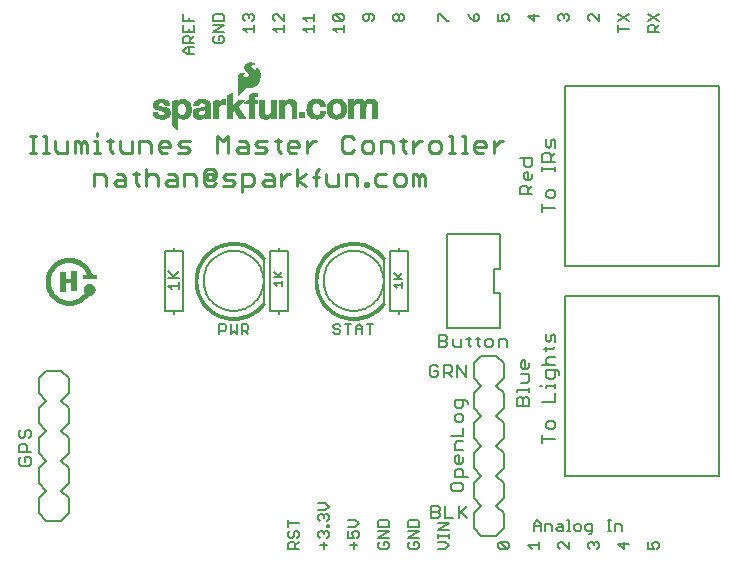
<source format=gto>
G75*
G70*
%OFA0B0*%
%FSLAX24Y24*%
%IPPOS*%
%LPD*%
%AMOC8*
5,1,8,0,0,1.08239X$1,22.5*
%
%ADD10C,0.0110*%
%ADD11C,0.0060*%
%ADD12C,0.0080*%
%ADD13C,0.0010*%
%ADD14C,0.0050*%
%ADD15R,0.0195X0.0191*%
%ADD16C,0.0180*%
%ADD17R,0.0500X0.0170*%
%ADD18R,0.0200X0.0680*%
%ADD19R,0.0300X0.0170*%
%ADD20R,0.0200X0.0670*%
%ADD21C,0.0200*%
D10*
X014055Y013619D02*
X014055Y014210D01*
X014351Y014210D01*
X014449Y014111D01*
X014449Y013915D01*
X014351Y013816D01*
X014055Y013816D01*
X013804Y013915D02*
X013706Y014013D01*
X013509Y014013D01*
X013411Y014111D01*
X013509Y014210D01*
X013804Y014210D01*
X013804Y013915D02*
X013706Y013816D01*
X013411Y013816D01*
X013160Y013915D02*
X013061Y013816D01*
X012865Y013816D01*
X012766Y013915D01*
X012766Y014308D01*
X012865Y014407D01*
X013061Y014407D01*
X013160Y014308D01*
X013160Y014111D01*
X013061Y014013D01*
X013061Y014210D01*
X012865Y014210D01*
X012865Y014013D01*
X013061Y014013D01*
X012515Y014111D02*
X012515Y013816D01*
X012122Y013816D02*
X012122Y014210D01*
X012417Y014210D01*
X012515Y014111D01*
X011871Y014111D02*
X011871Y013816D01*
X011576Y013816D01*
X011477Y013915D01*
X011576Y014013D01*
X011871Y014013D01*
X011871Y014111D02*
X011772Y014210D01*
X011576Y014210D01*
X011226Y014111D02*
X011226Y013816D01*
X010833Y013816D02*
X010833Y014407D01*
X010931Y014210D02*
X011128Y014210D01*
X011226Y014111D01*
X010931Y014210D02*
X010833Y014111D01*
X010600Y014210D02*
X010403Y014210D01*
X010501Y014308D02*
X010501Y013915D01*
X010600Y013816D01*
X010152Y013816D02*
X009857Y013816D01*
X009758Y013915D01*
X009857Y014013D01*
X010152Y014013D01*
X010152Y014111D02*
X010152Y013816D01*
X010152Y014111D02*
X010054Y014210D01*
X009857Y014210D01*
X009508Y014111D02*
X009508Y013816D01*
X009114Y013816D02*
X009114Y014210D01*
X009409Y014210D01*
X009508Y014111D01*
X009309Y014916D02*
X009112Y014916D01*
X009211Y014916D02*
X009211Y015310D01*
X009112Y015310D01*
X009211Y015507D02*
X009211Y015605D01*
X009542Y015310D02*
X009739Y015310D01*
X009640Y015408D02*
X009640Y015015D01*
X009739Y014916D01*
X009972Y015015D02*
X010070Y014916D01*
X010365Y014916D01*
X010365Y015310D01*
X010616Y015310D02*
X010911Y015310D01*
X011010Y015211D01*
X011010Y014916D01*
X011261Y015015D02*
X011261Y015211D01*
X011359Y015310D01*
X011556Y015310D01*
X011654Y015211D01*
X011654Y015113D01*
X011261Y015113D01*
X011261Y015015D02*
X011359Y014916D01*
X011556Y014916D01*
X011905Y014916D02*
X012201Y014916D01*
X012299Y015015D01*
X012201Y015113D01*
X012004Y015113D01*
X011905Y015211D01*
X012004Y015310D01*
X012299Y015310D01*
X013194Y015507D02*
X013194Y014916D01*
X013588Y014916D02*
X013588Y015507D01*
X013391Y015310D01*
X013194Y015507D01*
X013937Y015310D02*
X014134Y015310D01*
X014233Y015211D01*
X014233Y014916D01*
X013937Y014916D01*
X013839Y015015D01*
X013937Y015113D01*
X014233Y015113D01*
X014483Y015211D02*
X014582Y015310D01*
X014877Y015310D01*
X014779Y015113D02*
X014582Y015113D01*
X014483Y015211D01*
X014779Y015113D02*
X014877Y015015D01*
X014779Y014916D01*
X014483Y014916D01*
X015226Y015015D02*
X015325Y014916D01*
X015226Y015015D02*
X015226Y015408D01*
X015128Y015310D02*
X015325Y015310D01*
X015558Y015211D02*
X015558Y015015D01*
X015656Y014916D01*
X015853Y014916D01*
X015951Y015113D02*
X015558Y015113D01*
X015558Y015211D02*
X015656Y015310D01*
X015853Y015310D01*
X015951Y015211D01*
X015951Y015113D01*
X016202Y015113D02*
X016399Y015310D01*
X016497Y015310D01*
X016202Y015310D02*
X016202Y014916D01*
X015881Y014407D02*
X015881Y013816D01*
X015881Y014013D02*
X016177Y014210D01*
X016419Y014111D02*
X016615Y014111D01*
X016517Y014308D02*
X016615Y014407D01*
X016517Y014308D02*
X016517Y013816D01*
X016177Y013816D02*
X015881Y014013D01*
X015640Y014210D02*
X015541Y014210D01*
X015344Y014013D01*
X015344Y013816D02*
X015344Y014210D01*
X015093Y014111D02*
X015093Y013816D01*
X014798Y013816D01*
X014700Y013915D01*
X014798Y014013D01*
X015093Y014013D01*
X015093Y014111D02*
X014995Y014210D01*
X014798Y014210D01*
X016848Y014210D02*
X016848Y013915D01*
X016947Y013816D01*
X017242Y013816D01*
X017242Y014210D01*
X017493Y014210D02*
X017788Y014210D01*
X017886Y014111D01*
X017886Y013816D01*
X018137Y013816D02*
X018137Y013915D01*
X018236Y013915D01*
X018236Y013816D01*
X018137Y013816D01*
X018459Y013915D02*
X018558Y013816D01*
X018853Y013816D01*
X019104Y013915D02*
X019202Y013816D01*
X019399Y013816D01*
X019498Y013915D01*
X019498Y014111D01*
X019399Y014210D01*
X019202Y014210D01*
X019104Y014111D01*
X019104Y013915D01*
X018853Y014210D02*
X018558Y014210D01*
X018459Y014111D01*
X018459Y013915D01*
X017493Y013816D02*
X017493Y014210D01*
X017482Y014916D02*
X017679Y014916D01*
X017777Y015015D01*
X018028Y015015D02*
X018127Y014916D01*
X018324Y014916D01*
X018422Y015015D01*
X018422Y015211D01*
X018324Y015310D01*
X018127Y015310D01*
X018028Y015211D01*
X018028Y015015D01*
X017777Y015408D02*
X017679Y015507D01*
X017482Y015507D01*
X017384Y015408D01*
X017384Y015015D01*
X017482Y014916D01*
X018673Y014916D02*
X018673Y015310D01*
X018968Y015310D01*
X019066Y015211D01*
X019066Y014916D01*
X019416Y015015D02*
X019514Y014916D01*
X019416Y015015D02*
X019416Y015408D01*
X019514Y015310D02*
X019317Y015310D01*
X019747Y015310D02*
X019747Y014916D01*
X019747Y015113D02*
X019944Y015310D01*
X020042Y015310D01*
X020284Y015211D02*
X020284Y015015D01*
X020382Y014916D01*
X020579Y014916D01*
X020678Y015015D01*
X020678Y015211D01*
X020579Y015310D01*
X020382Y015310D01*
X020284Y015211D01*
X020929Y014916D02*
X021125Y014916D01*
X021027Y014916D02*
X021027Y015507D01*
X020929Y015507D01*
X021358Y015507D02*
X021457Y015507D01*
X021457Y014916D01*
X021555Y014916D02*
X021358Y014916D01*
X021788Y015015D02*
X021788Y015211D01*
X021886Y015310D01*
X022083Y015310D01*
X022182Y015211D01*
X022182Y015113D01*
X021788Y015113D01*
X021788Y015015D02*
X021886Y014916D01*
X022083Y014916D01*
X022433Y014916D02*
X022433Y015310D01*
X022629Y015310D02*
X022728Y015310D01*
X022629Y015310D02*
X022433Y015113D01*
X020142Y014111D02*
X020142Y013816D01*
X019945Y013816D02*
X019945Y014111D01*
X020044Y014210D01*
X020142Y014111D01*
X019945Y014111D02*
X019847Y014210D01*
X019749Y014210D01*
X019749Y013816D01*
X010616Y014916D02*
X010616Y015310D01*
X009972Y015310D02*
X009972Y015015D01*
X008861Y014916D02*
X008861Y015211D01*
X008763Y015310D01*
X008665Y015211D01*
X008665Y014916D01*
X008468Y014916D02*
X008468Y015310D01*
X008566Y015310D01*
X008665Y015211D01*
X008217Y015310D02*
X008217Y014916D01*
X007922Y014916D01*
X007823Y015015D01*
X007823Y015310D01*
X007492Y015507D02*
X007492Y014916D01*
X007394Y014916D02*
X007590Y014916D01*
X007161Y014916D02*
X006964Y014916D01*
X007062Y014916D02*
X007062Y015507D01*
X006964Y015507D02*
X007161Y015507D01*
X007394Y015507D02*
X007492Y015507D01*
D11*
X012089Y018331D02*
X012202Y018445D01*
X012429Y018445D01*
X012429Y018586D02*
X012089Y018586D01*
X012089Y018756D01*
X012145Y018813D01*
X012259Y018813D01*
X012315Y018756D01*
X012315Y018586D01*
X012315Y018700D02*
X012429Y018813D01*
X012429Y018955D02*
X012089Y018955D01*
X012089Y019181D01*
X012089Y019323D02*
X012089Y019550D01*
X012259Y019436D02*
X012259Y019323D01*
X012429Y019323D02*
X012089Y019323D01*
X012429Y019181D02*
X012429Y018955D01*
X012259Y018955D02*
X012259Y019068D01*
X012259Y018445D02*
X012259Y018218D01*
X012202Y018218D02*
X012089Y018331D01*
X012202Y018218D02*
X012429Y018218D01*
X013089Y018643D02*
X013145Y018586D01*
X013372Y018586D01*
X013429Y018643D01*
X013429Y018756D01*
X013372Y018813D01*
X013259Y018813D01*
X013259Y018700D01*
X013145Y018813D02*
X013089Y018756D01*
X013089Y018643D01*
X013089Y018955D02*
X013429Y019181D01*
X013089Y019181D01*
X013089Y019323D02*
X013089Y019493D01*
X013145Y019550D01*
X013372Y019550D01*
X013429Y019493D01*
X013429Y019323D01*
X013089Y019323D01*
X013089Y018955D02*
X013429Y018955D01*
X014089Y019068D02*
X014429Y019068D01*
X014429Y018955D02*
X014429Y019181D01*
X014372Y019323D02*
X014429Y019380D01*
X014429Y019493D01*
X014372Y019550D01*
X014315Y019550D01*
X014259Y019493D01*
X014259Y019436D01*
X014259Y019493D02*
X014202Y019550D01*
X014145Y019550D01*
X014089Y019493D01*
X014089Y019380D01*
X014145Y019323D01*
X014089Y019068D02*
X014202Y018955D01*
X015089Y019068D02*
X015429Y019068D01*
X015429Y018955D02*
X015429Y019181D01*
X015429Y019323D02*
X015202Y019550D01*
X015145Y019550D01*
X015089Y019493D01*
X015089Y019380D01*
X015145Y019323D01*
X015429Y019323D02*
X015429Y019550D01*
X016089Y019436D02*
X016429Y019436D01*
X016429Y019323D02*
X016429Y019550D01*
X016202Y019323D02*
X016089Y019436D01*
X016429Y019181D02*
X016429Y018955D01*
X016429Y019068D02*
X016089Y019068D01*
X016202Y018955D01*
X017089Y019068D02*
X017429Y019068D01*
X017429Y018955D02*
X017429Y019181D01*
X017372Y019323D02*
X017145Y019323D01*
X017089Y019380D01*
X017089Y019493D01*
X017145Y019550D01*
X017372Y019323D01*
X017429Y019380D01*
X017429Y019493D01*
X017372Y019550D01*
X017145Y019550D01*
X017089Y019068D02*
X017202Y018955D01*
X018089Y019380D02*
X018145Y019323D01*
X018202Y019323D01*
X018259Y019380D01*
X018259Y019550D01*
X018372Y019550D02*
X018145Y019550D01*
X018089Y019493D01*
X018089Y019380D01*
X018372Y019323D02*
X018429Y019380D01*
X018429Y019493D01*
X018372Y019550D01*
X019089Y019493D02*
X019145Y019550D01*
X019202Y019550D01*
X019259Y019493D01*
X019259Y019380D01*
X019202Y019323D01*
X019145Y019323D01*
X019089Y019380D01*
X019089Y019493D01*
X019259Y019493D02*
X019315Y019550D01*
X019372Y019550D01*
X019429Y019493D01*
X019429Y019380D01*
X019372Y019323D01*
X019315Y019323D01*
X019259Y019380D01*
X020589Y019323D02*
X020589Y019550D01*
X020645Y019550D01*
X020872Y019323D01*
X020929Y019323D01*
X021589Y019550D02*
X021645Y019436D01*
X021759Y019323D01*
X021759Y019493D01*
X021815Y019550D01*
X021872Y019550D01*
X021929Y019493D01*
X021929Y019380D01*
X021872Y019323D01*
X021759Y019323D01*
X022589Y019323D02*
X022759Y019323D01*
X022702Y019436D01*
X022702Y019493D01*
X022759Y019550D01*
X022872Y019550D01*
X022929Y019493D01*
X022929Y019380D01*
X022872Y019323D01*
X022589Y019323D02*
X022589Y019550D01*
X023589Y019493D02*
X023759Y019323D01*
X023759Y019550D01*
X023929Y019493D02*
X023589Y019493D01*
X024589Y019493D02*
X024645Y019550D01*
X024702Y019550D01*
X024759Y019493D01*
X024815Y019550D01*
X024872Y019550D01*
X024929Y019493D01*
X024929Y019380D01*
X024872Y019323D01*
X024759Y019436D02*
X024759Y019493D01*
X024589Y019493D02*
X024589Y019380D01*
X024645Y019323D01*
X025589Y019380D02*
X025645Y019323D01*
X025589Y019380D02*
X025589Y019493D01*
X025645Y019550D01*
X025702Y019550D01*
X025929Y019323D01*
X025929Y019550D01*
X026589Y019550D02*
X026929Y019323D01*
X026929Y019550D02*
X026589Y019323D01*
X026589Y019181D02*
X026589Y018955D01*
X026589Y019068D02*
X026929Y019068D01*
X027589Y019125D02*
X027589Y018955D01*
X027929Y018955D01*
X027815Y018955D02*
X027815Y019125D01*
X027759Y019181D01*
X027645Y019181D01*
X027589Y019125D01*
X027589Y019323D02*
X027929Y019550D01*
X027929Y019323D02*
X027589Y019550D01*
X027929Y019181D02*
X027815Y019068D01*
X015202Y018955D02*
X015089Y019068D01*
X011929Y010986D02*
X011759Y010816D01*
X011815Y010760D02*
X011589Y010986D01*
X011589Y010760D02*
X011929Y010760D01*
X011929Y010618D02*
X011929Y010391D01*
X011929Y010505D02*
X011589Y010505D01*
X011702Y010391D01*
X013289Y009232D02*
X013459Y009232D01*
X013516Y009175D01*
X013516Y009061D01*
X013459Y009005D01*
X013289Y009005D01*
X013289Y008891D02*
X013289Y009232D01*
X013657Y009232D02*
X013657Y008891D01*
X013771Y009005D01*
X013884Y008891D01*
X013884Y009232D01*
X014026Y009232D02*
X014196Y009232D01*
X014252Y009175D01*
X014252Y009061D01*
X014196Y009005D01*
X014026Y009005D01*
X014139Y009005D02*
X014252Y008891D01*
X014026Y008891D02*
X014026Y009232D01*
X012759Y010661D02*
X012761Y010724D01*
X012767Y010786D01*
X012777Y010848D01*
X012790Y010910D01*
X012808Y010970D01*
X012829Y011029D01*
X012854Y011087D01*
X012883Y011143D01*
X012915Y011197D01*
X012950Y011249D01*
X012988Y011298D01*
X013030Y011346D01*
X013074Y011390D01*
X013122Y011432D01*
X013171Y011470D01*
X013223Y011505D01*
X013277Y011537D01*
X013333Y011566D01*
X013391Y011591D01*
X013450Y011612D01*
X013510Y011630D01*
X013572Y011643D01*
X013634Y011653D01*
X013696Y011659D01*
X013759Y011661D01*
X013822Y011659D01*
X013884Y011653D01*
X013946Y011643D01*
X014008Y011630D01*
X014068Y011612D01*
X014127Y011591D01*
X014185Y011566D01*
X014241Y011537D01*
X014295Y011505D01*
X014347Y011470D01*
X014396Y011432D01*
X014444Y011390D01*
X014488Y011346D01*
X014530Y011298D01*
X014568Y011249D01*
X014603Y011197D01*
X014635Y011143D01*
X014664Y011087D01*
X014689Y011029D01*
X014710Y010970D01*
X014728Y010910D01*
X014741Y010848D01*
X014751Y010786D01*
X014757Y010724D01*
X014759Y010661D01*
X014757Y010598D01*
X014751Y010536D01*
X014741Y010474D01*
X014728Y010412D01*
X014710Y010352D01*
X014689Y010293D01*
X014664Y010235D01*
X014635Y010179D01*
X014603Y010125D01*
X014568Y010073D01*
X014530Y010024D01*
X014488Y009976D01*
X014444Y009932D01*
X014396Y009890D01*
X014347Y009852D01*
X014295Y009817D01*
X014241Y009785D01*
X014185Y009756D01*
X014127Y009731D01*
X014068Y009710D01*
X014008Y009692D01*
X013946Y009679D01*
X013884Y009669D01*
X013822Y009663D01*
X013759Y009661D01*
X013696Y009663D01*
X013634Y009669D01*
X013572Y009679D01*
X013510Y009692D01*
X013450Y009710D01*
X013391Y009731D01*
X013333Y009756D01*
X013277Y009785D01*
X013223Y009817D01*
X013171Y009852D01*
X013122Y009890D01*
X013074Y009932D01*
X013030Y009976D01*
X012988Y010024D01*
X012950Y010073D01*
X012915Y010125D01*
X012883Y010179D01*
X012854Y010235D01*
X012829Y010293D01*
X012808Y010352D01*
X012790Y010412D01*
X012777Y010474D01*
X012767Y010536D01*
X012761Y010598D01*
X012759Y010661D01*
X017089Y009175D02*
X017089Y009118D01*
X017146Y009061D01*
X017259Y009061D01*
X017316Y009005D01*
X017316Y008948D01*
X017259Y008891D01*
X017146Y008891D01*
X017089Y008948D01*
X017089Y009175D02*
X017146Y009232D01*
X017259Y009232D01*
X017316Y009175D01*
X017457Y009232D02*
X017684Y009232D01*
X017571Y009232D02*
X017571Y008891D01*
X017826Y008891D02*
X017826Y009118D01*
X017939Y009232D01*
X018052Y009118D01*
X018052Y008891D01*
X018052Y009061D02*
X017826Y009061D01*
X018194Y009232D02*
X018421Y009232D01*
X018307Y009232D02*
X018307Y008891D01*
X016759Y010661D02*
X016761Y010724D01*
X016767Y010786D01*
X016777Y010848D01*
X016790Y010910D01*
X016808Y010970D01*
X016829Y011029D01*
X016854Y011087D01*
X016883Y011143D01*
X016915Y011197D01*
X016950Y011249D01*
X016988Y011298D01*
X017030Y011346D01*
X017074Y011390D01*
X017122Y011432D01*
X017171Y011470D01*
X017223Y011505D01*
X017277Y011537D01*
X017333Y011566D01*
X017391Y011591D01*
X017450Y011612D01*
X017510Y011630D01*
X017572Y011643D01*
X017634Y011653D01*
X017696Y011659D01*
X017759Y011661D01*
X017822Y011659D01*
X017884Y011653D01*
X017946Y011643D01*
X018008Y011630D01*
X018068Y011612D01*
X018127Y011591D01*
X018185Y011566D01*
X018241Y011537D01*
X018295Y011505D01*
X018347Y011470D01*
X018396Y011432D01*
X018444Y011390D01*
X018488Y011346D01*
X018530Y011298D01*
X018568Y011249D01*
X018603Y011197D01*
X018635Y011143D01*
X018664Y011087D01*
X018689Y011029D01*
X018710Y010970D01*
X018728Y010910D01*
X018741Y010848D01*
X018751Y010786D01*
X018757Y010724D01*
X018759Y010661D01*
X018757Y010598D01*
X018751Y010536D01*
X018741Y010474D01*
X018728Y010412D01*
X018710Y010352D01*
X018689Y010293D01*
X018664Y010235D01*
X018635Y010179D01*
X018603Y010125D01*
X018568Y010073D01*
X018530Y010024D01*
X018488Y009976D01*
X018444Y009932D01*
X018396Y009890D01*
X018347Y009852D01*
X018295Y009817D01*
X018241Y009785D01*
X018185Y009756D01*
X018127Y009731D01*
X018068Y009710D01*
X018008Y009692D01*
X017946Y009679D01*
X017884Y009669D01*
X017822Y009663D01*
X017759Y009661D01*
X017696Y009663D01*
X017634Y009669D01*
X017572Y009679D01*
X017510Y009692D01*
X017450Y009710D01*
X017391Y009731D01*
X017333Y009756D01*
X017277Y009785D01*
X017223Y009817D01*
X017171Y009852D01*
X017122Y009890D01*
X017074Y009932D01*
X017030Y009976D01*
X016988Y010024D01*
X016950Y010073D01*
X016915Y010125D01*
X016883Y010179D01*
X016854Y010235D01*
X016829Y010293D01*
X016808Y010352D01*
X016790Y010412D01*
X016777Y010474D01*
X016767Y010536D01*
X016761Y010598D01*
X016759Y010661D01*
X016815Y003252D02*
X016589Y003252D01*
X016815Y003252D02*
X016929Y003139D01*
X016815Y003025D01*
X016589Y003025D01*
X016645Y002884D02*
X016702Y002884D01*
X016759Y002827D01*
X016815Y002884D01*
X016872Y002884D01*
X016929Y002827D01*
X016929Y002714D01*
X016872Y002657D01*
X016872Y002530D02*
X016929Y002530D01*
X016929Y002473D01*
X016872Y002473D01*
X016872Y002530D01*
X016872Y002331D02*
X016815Y002331D01*
X016759Y002275D01*
X016759Y002218D01*
X016759Y002275D02*
X016702Y002331D01*
X016645Y002331D01*
X016589Y002275D01*
X016589Y002161D01*
X016645Y002105D01*
X016759Y001963D02*
X016759Y001736D01*
X016872Y001850D02*
X016645Y001850D01*
X016872Y002105D02*
X016929Y002161D01*
X016929Y002275D01*
X016872Y002331D01*
X016645Y002657D02*
X016589Y002714D01*
X016589Y002827D01*
X016645Y002884D01*
X016759Y002827D02*
X016759Y002770D01*
X015929Y002586D02*
X015589Y002586D01*
X015589Y002473D02*
X015589Y002700D01*
X015645Y002331D02*
X015589Y002275D01*
X015589Y002161D01*
X015645Y002105D01*
X015702Y002105D01*
X015759Y002161D01*
X015759Y002275D01*
X015815Y002331D01*
X015872Y002331D01*
X015929Y002275D01*
X015929Y002161D01*
X015872Y002105D01*
X015929Y001963D02*
X015815Y001850D01*
X015815Y001906D02*
X015815Y001736D01*
X015929Y001736D02*
X015589Y001736D01*
X015589Y001906D01*
X015645Y001963D01*
X015759Y001963D01*
X015815Y001906D01*
X017589Y002105D02*
X017759Y002105D01*
X017702Y002218D01*
X017702Y002275D01*
X017759Y002331D01*
X017872Y002331D01*
X017929Y002275D01*
X017929Y002161D01*
X017872Y002105D01*
X017759Y001963D02*
X017759Y001736D01*
X017872Y001850D02*
X017645Y001850D01*
X017589Y002105D02*
X017589Y002331D01*
X017589Y002473D02*
X017815Y002473D01*
X017929Y002586D01*
X017815Y002700D01*
X017589Y002700D01*
X018589Y002643D02*
X018589Y002473D01*
X018929Y002473D01*
X018929Y002643D01*
X018872Y002700D01*
X018645Y002700D01*
X018589Y002643D01*
X018589Y002331D02*
X018929Y002331D01*
X018589Y002105D01*
X018929Y002105D01*
X018872Y001963D02*
X018759Y001963D01*
X018759Y001850D01*
X018872Y001963D02*
X018929Y001906D01*
X018929Y001793D01*
X018872Y001736D01*
X018645Y001736D01*
X018589Y001793D01*
X018589Y001906D01*
X018645Y001963D01*
X019589Y001906D02*
X019589Y001793D01*
X019645Y001736D01*
X019872Y001736D01*
X019929Y001793D01*
X019929Y001906D01*
X019872Y001963D01*
X019759Y001963D01*
X019759Y001850D01*
X019645Y001963D02*
X019589Y001906D01*
X019589Y002105D02*
X019929Y002331D01*
X019589Y002331D01*
X019589Y002473D02*
X019589Y002643D01*
X019645Y002700D01*
X019872Y002700D01*
X019929Y002643D01*
X019929Y002473D01*
X019589Y002473D01*
X019589Y002105D02*
X019929Y002105D01*
X020589Y002105D02*
X020589Y002218D01*
X020589Y002161D02*
X020929Y002161D01*
X020929Y002105D02*
X020929Y002218D01*
X020929Y002350D02*
X020589Y002350D01*
X020929Y002577D01*
X020589Y002577D01*
X020589Y001963D02*
X020815Y001963D01*
X020929Y001850D01*
X020815Y001736D01*
X020589Y001736D01*
X022589Y001793D02*
X022589Y001906D01*
X022645Y001963D01*
X022872Y001736D01*
X022929Y001793D01*
X022929Y001906D01*
X022872Y001963D01*
X022645Y001963D01*
X022589Y001793D02*
X022645Y001736D01*
X022872Y001736D01*
X023589Y001850D02*
X023929Y001850D01*
X023929Y001963D02*
X023929Y001736D01*
X023702Y001736D02*
X023589Y001850D01*
X023770Y002336D02*
X023770Y002563D01*
X023883Y002677D01*
X023996Y002563D01*
X023996Y002336D01*
X024138Y002336D02*
X024138Y002563D01*
X024308Y002563D01*
X024365Y002506D01*
X024365Y002336D01*
X024506Y002393D02*
X024563Y002450D01*
X024733Y002450D01*
X024733Y002506D02*
X024733Y002336D01*
X024563Y002336D01*
X024506Y002393D01*
X024563Y002563D02*
X024676Y002563D01*
X024733Y002506D01*
X024875Y002336D02*
X024988Y002336D01*
X024931Y002336D02*
X024931Y002677D01*
X024875Y002677D01*
X025120Y002506D02*
X025120Y002393D01*
X025177Y002336D01*
X025290Y002336D01*
X025347Y002393D01*
X025347Y002506D01*
X025290Y002563D01*
X025177Y002563D01*
X025120Y002506D01*
X025488Y002506D02*
X025488Y002393D01*
X025545Y002336D01*
X025715Y002336D01*
X025715Y002280D02*
X025715Y002563D01*
X025545Y002563D01*
X025488Y002506D01*
X025602Y002223D02*
X025659Y002223D01*
X025715Y002280D01*
X025702Y001963D02*
X025759Y001906D01*
X025815Y001963D01*
X025872Y001963D01*
X025929Y001906D01*
X025929Y001793D01*
X025872Y001736D01*
X025759Y001850D02*
X025759Y001906D01*
X025702Y001963D02*
X025645Y001963D01*
X025589Y001906D01*
X025589Y001793D01*
X025645Y001736D01*
X024929Y001736D02*
X024702Y001963D01*
X024645Y001963D01*
X024589Y001906D01*
X024589Y001793D01*
X024645Y001736D01*
X024929Y001736D02*
X024929Y001963D01*
X023996Y002506D02*
X023770Y002506D01*
X026225Y002336D02*
X026338Y002336D01*
X026282Y002336D02*
X026282Y002677D01*
X026338Y002677D02*
X026225Y002677D01*
X026471Y002563D02*
X026641Y002563D01*
X026697Y002506D01*
X026697Y002336D01*
X026471Y002336D02*
X026471Y002563D01*
X026759Y001963D02*
X026759Y001736D01*
X026589Y001906D01*
X026929Y001906D01*
X027589Y001963D02*
X027589Y001736D01*
X027759Y001736D01*
X027702Y001850D01*
X027702Y001906D01*
X027759Y001963D01*
X027872Y001963D01*
X027929Y001906D01*
X027929Y001793D01*
X027872Y001736D01*
D12*
X006669Y004501D02*
X006599Y004571D01*
X006599Y004711D01*
X006669Y004781D01*
X006809Y004781D02*
X006809Y004641D01*
X006809Y004781D02*
X006949Y004781D01*
X007019Y004711D01*
X007019Y004571D01*
X006949Y004501D01*
X006669Y004501D01*
X006599Y004962D02*
X006599Y005172D01*
X006669Y005242D01*
X006809Y005242D01*
X006879Y005172D01*
X006879Y004962D01*
X007019Y004962D02*
X006599Y004962D01*
X007259Y004911D02*
X007259Y005411D01*
X007509Y005661D01*
X007259Y005911D01*
X007259Y006411D01*
X007509Y006661D01*
X007259Y006911D01*
X007259Y007411D01*
X007509Y007661D01*
X008009Y007661D01*
X008259Y007411D01*
X008259Y006911D01*
X008009Y006661D01*
X008259Y006411D01*
X008259Y005911D01*
X008009Y005661D01*
X008259Y005411D01*
X008259Y004911D01*
X008009Y004661D01*
X008259Y004411D01*
X008259Y003911D01*
X008009Y003661D01*
X008259Y003411D01*
X008259Y002911D01*
X008009Y002661D01*
X007509Y002661D01*
X007259Y002911D01*
X007259Y003411D01*
X007509Y003661D01*
X007259Y003911D01*
X007259Y004411D01*
X007509Y004661D01*
X007259Y004911D01*
X006949Y005422D02*
X007019Y005492D01*
X007019Y005632D01*
X006949Y005702D01*
X006879Y005702D01*
X006809Y005632D01*
X006809Y005492D01*
X006739Y005422D01*
X006669Y005422D01*
X006599Y005492D01*
X006599Y005632D01*
X006669Y005702D01*
X011459Y009661D02*
X011759Y009661D01*
X011759Y009561D01*
X011759Y009661D02*
X012059Y009661D01*
X012059Y011661D01*
X011759Y011661D01*
X011759Y011761D01*
X011759Y011661D02*
X011459Y011661D01*
X011459Y009661D01*
X014759Y009911D02*
X014759Y011411D01*
X014959Y011661D02*
X015259Y011661D01*
X015259Y011761D01*
X015259Y011661D02*
X015559Y011661D01*
X015559Y009661D01*
X015259Y009661D01*
X015259Y009561D01*
X015259Y009661D02*
X014959Y009661D01*
X014959Y011661D01*
X018759Y011411D02*
X018759Y009911D01*
X018959Y009661D02*
X019259Y009661D01*
X019259Y009561D01*
X019259Y009661D02*
X019559Y009661D01*
X019559Y011661D01*
X019259Y011661D01*
X019259Y011761D01*
X019259Y011661D02*
X018959Y011661D01*
X018959Y009661D01*
X020599Y008872D02*
X020809Y008872D01*
X020879Y008802D01*
X020879Y008731D01*
X020809Y008661D01*
X020599Y008661D01*
X020599Y008451D02*
X020809Y008451D01*
X020879Y008521D01*
X020879Y008591D01*
X020809Y008661D01*
X021059Y008731D02*
X021059Y008521D01*
X021129Y008451D01*
X021339Y008451D01*
X021339Y008731D01*
X021520Y008731D02*
X021660Y008731D01*
X021590Y008802D02*
X021590Y008521D01*
X021660Y008451D01*
X021897Y008521D02*
X021967Y008451D01*
X021897Y008521D02*
X021897Y008802D01*
X021967Y008731D02*
X021826Y008731D01*
X022133Y008661D02*
X022133Y008521D01*
X022203Y008451D01*
X022344Y008451D01*
X022414Y008521D01*
X022414Y008661D01*
X022344Y008731D01*
X022203Y008731D01*
X022133Y008661D01*
X022594Y008731D02*
X022804Y008731D01*
X022874Y008661D01*
X022874Y008451D01*
X022594Y008451D02*
X022594Y008731D01*
X022645Y009106D02*
X022645Y010268D01*
X022448Y010268D01*
X022448Y011055D01*
X022645Y011055D01*
X022645Y012216D01*
X020873Y012216D01*
X020873Y009106D01*
X022645Y009106D01*
X022509Y008161D02*
X022009Y008161D01*
X021759Y007911D01*
X021759Y007411D01*
X022009Y007161D01*
X021759Y006911D01*
X021759Y006411D01*
X022009Y006161D01*
X021759Y005911D01*
X021759Y005411D01*
X022009Y005161D01*
X021759Y004911D01*
X021759Y004411D01*
X022009Y004161D01*
X021759Y003911D01*
X021759Y003411D01*
X022009Y003161D01*
X021759Y002911D01*
X021759Y002411D01*
X022009Y002161D01*
X022509Y002161D01*
X022759Y002411D01*
X022759Y002911D01*
X022509Y003161D01*
X022759Y003411D01*
X022759Y003911D01*
X022509Y004161D01*
X022759Y004411D01*
X022759Y004911D01*
X022509Y005161D01*
X022759Y005411D01*
X022759Y005911D01*
X022509Y006161D01*
X022759Y006411D01*
X022759Y006911D01*
X022509Y007161D01*
X022759Y007411D01*
X022759Y007911D01*
X022509Y008161D01*
X023339Y007939D02*
X023339Y007799D01*
X023409Y007729D01*
X023549Y007729D01*
X023619Y007799D01*
X023619Y007939D01*
X023479Y008009D02*
X023479Y007729D01*
X023619Y007549D02*
X023339Y007549D01*
X023619Y007549D02*
X023619Y007339D01*
X023549Y007269D01*
X023339Y007269D01*
X023199Y007032D02*
X023619Y007032D01*
X023619Y006962D02*
X023619Y007102D01*
X023549Y006781D02*
X023619Y006711D01*
X023619Y006501D01*
X023199Y006501D01*
X023199Y006711D01*
X023269Y006781D01*
X023339Y006781D01*
X023409Y006711D01*
X023409Y006501D01*
X023409Y006711D02*
X023479Y006781D01*
X023549Y006781D01*
X023199Y006962D02*
X023199Y007032D01*
X023979Y007163D02*
X024049Y007163D01*
X024189Y007163D02*
X024189Y007093D01*
X024189Y007163D02*
X024469Y007163D01*
X024469Y007093D02*
X024469Y007233D01*
X024399Y007400D02*
X024469Y007470D01*
X024469Y007680D01*
X024539Y007680D02*
X024189Y007680D01*
X024189Y007470D01*
X024259Y007400D01*
X024399Y007400D01*
X024609Y007540D02*
X024609Y007610D01*
X024539Y007680D01*
X024469Y007860D02*
X024049Y007860D01*
X024189Y007930D02*
X024189Y008070D01*
X024259Y008140D01*
X024469Y008140D01*
X024399Y008390D02*
X024469Y008460D01*
X024399Y008390D02*
X024119Y008390D01*
X024189Y008320D02*
X024189Y008460D01*
X024259Y008627D02*
X024189Y008697D01*
X024189Y008907D01*
X024329Y008837D02*
X024399Y008907D01*
X024469Y008837D01*
X024469Y008627D01*
X024329Y008697D02*
X024259Y008627D01*
X024329Y008697D02*
X024329Y008837D01*
X024189Y007930D02*
X024259Y007860D01*
X023479Y008009D02*
X023409Y008009D01*
X023339Y007939D01*
X024469Y006913D02*
X024469Y006632D01*
X024049Y006632D01*
X024259Y005992D02*
X024189Y005922D01*
X024189Y005782D01*
X024259Y005712D01*
X024399Y005712D01*
X024469Y005782D01*
X024469Y005922D01*
X024399Y005992D01*
X024259Y005992D01*
X024049Y005531D02*
X024049Y005251D01*
X024049Y005391D02*
X024469Y005391D01*
X024822Y004161D02*
X029940Y004161D01*
X029940Y010161D01*
X024822Y010161D01*
X024822Y004161D01*
X021559Y004112D02*
X021139Y004112D01*
X021139Y004322D01*
X021209Y004392D01*
X021349Y004392D01*
X021419Y004322D01*
X021419Y004112D01*
X021349Y003931D02*
X021069Y003931D01*
X020999Y003861D01*
X020999Y003721D01*
X021069Y003651D01*
X021349Y003651D01*
X021419Y003721D01*
X021419Y003861D01*
X021349Y003931D01*
X021349Y004572D02*
X021209Y004572D01*
X021139Y004642D01*
X021139Y004782D01*
X021209Y004852D01*
X021279Y004852D01*
X021279Y004572D01*
X021349Y004572D02*
X021419Y004642D01*
X021419Y004782D01*
X021419Y005032D02*
X021139Y005032D01*
X021139Y005242D01*
X021209Y005313D01*
X021419Y005313D01*
X021419Y005493D02*
X020999Y005493D01*
X021419Y005493D02*
X021419Y005773D01*
X021349Y005953D02*
X021209Y005953D01*
X021139Y006023D01*
X021139Y006163D01*
X021209Y006233D01*
X021349Y006233D01*
X021419Y006163D01*
X021419Y006023D01*
X021349Y005953D01*
X021349Y006413D02*
X021209Y006413D01*
X021139Y006483D01*
X021139Y006694D01*
X021489Y006694D01*
X021559Y006624D01*
X021559Y006554D01*
X021419Y006483D02*
X021419Y006694D01*
X021419Y006483D02*
X021349Y006413D01*
X021220Y007451D02*
X021220Y007872D01*
X021500Y007451D01*
X021500Y007872D01*
X021039Y007802D02*
X021039Y007661D01*
X020969Y007591D01*
X020759Y007591D01*
X020759Y007451D02*
X020759Y007872D01*
X020969Y007872D01*
X021039Y007802D01*
X020899Y007591D02*
X021039Y007451D01*
X020579Y007521D02*
X020579Y007661D01*
X020439Y007661D01*
X020299Y007521D02*
X020369Y007451D01*
X020509Y007451D01*
X020579Y007521D01*
X020299Y007521D02*
X020299Y007802D01*
X020369Y007872D01*
X020509Y007872D01*
X020579Y007802D01*
X020599Y008451D02*
X020599Y008872D01*
X024822Y011161D02*
X029940Y011161D01*
X029940Y017161D01*
X024822Y017161D01*
X024822Y011161D01*
X024049Y012951D02*
X024049Y013231D01*
X024049Y013091D02*
X024469Y013091D01*
X024399Y013412D02*
X024469Y013482D01*
X024469Y013622D01*
X024399Y013692D01*
X024259Y013692D01*
X024189Y013622D01*
X024189Y013482D01*
X024259Y013412D01*
X024399Y013412D01*
X023719Y013551D02*
X023299Y013551D01*
X023299Y013761D01*
X023369Y013831D01*
X023509Y013831D01*
X023579Y013761D01*
X023579Y013551D01*
X023579Y013691D02*
X023719Y013831D01*
X023649Y014012D02*
X023509Y014012D01*
X023439Y014082D01*
X023439Y014222D01*
X023509Y014292D01*
X023579Y014292D01*
X023579Y014012D01*
X023649Y014012D02*
X023719Y014082D01*
X023719Y014222D01*
X023649Y014472D02*
X023509Y014472D01*
X023439Y014542D01*
X023439Y014752D01*
X023299Y014752D02*
X023719Y014752D01*
X023719Y014542D01*
X023649Y014472D01*
X024049Y014472D02*
X024049Y014332D01*
X024049Y014402D02*
X024469Y014402D01*
X024469Y014332D02*
X024469Y014472D01*
X024469Y014639D02*
X024049Y014639D01*
X024049Y014849D01*
X024119Y014919D01*
X024259Y014919D01*
X024329Y014849D01*
X024329Y014639D01*
X024329Y014779D02*
X024469Y014919D01*
X024469Y015100D02*
X024469Y015310D01*
X024399Y015380D01*
X024329Y015310D01*
X024329Y015170D01*
X024259Y015100D01*
X024189Y015170D01*
X024189Y015380D01*
X021550Y003172D02*
X021270Y002891D01*
X021340Y002961D02*
X021550Y002751D01*
X021270Y002751D02*
X021270Y003172D01*
X020809Y003172D02*
X020809Y002751D01*
X021089Y002751D01*
X020629Y002821D02*
X020559Y002751D01*
X020349Y002751D01*
X020349Y003172D01*
X020559Y003172D01*
X020629Y003102D01*
X020629Y003031D01*
X020559Y002961D01*
X020349Y002961D01*
X020559Y002961D02*
X020629Y002891D01*
X020629Y002821D01*
D13*
X018791Y011441D02*
X018719Y011387D01*
X018720Y011388D02*
X018677Y011441D01*
X018632Y011492D01*
X018583Y011540D01*
X018532Y011585D01*
X018478Y011628D01*
X018422Y011667D01*
X018364Y011703D01*
X018304Y011736D01*
X018243Y011765D01*
X018179Y011790D01*
X018115Y011812D01*
X018049Y011831D01*
X017982Y011845D01*
X017915Y011856D01*
X017847Y011863D01*
X017779Y011866D01*
X017710Y011865D01*
X017642Y011860D01*
X017574Y011852D01*
X017507Y011839D01*
X017441Y011823D01*
X017376Y011803D01*
X017311Y011780D01*
X017249Y011753D01*
X017188Y011722D01*
X017129Y011688D01*
X017071Y011651D01*
X017016Y011610D01*
X016964Y011566D01*
X016914Y011520D01*
X016867Y011471D01*
X016822Y011419D01*
X016781Y011365D01*
X016742Y011308D01*
X016707Y011249D01*
X016676Y011189D01*
X016648Y011127D01*
X016623Y011063D01*
X016602Y010998D01*
X016585Y010932D01*
X016571Y010865D01*
X016562Y010797D01*
X016556Y010729D01*
X016554Y010661D01*
X016556Y010593D01*
X016562Y010525D01*
X016571Y010457D01*
X016585Y010390D01*
X016602Y010324D01*
X016623Y010259D01*
X016648Y010195D01*
X016676Y010133D01*
X016707Y010073D01*
X016742Y010014D01*
X016781Y009957D01*
X016822Y009903D01*
X016867Y009851D01*
X016914Y009802D01*
X016964Y009756D01*
X017016Y009712D01*
X017071Y009671D01*
X017129Y009634D01*
X017188Y009600D01*
X017249Y009569D01*
X017311Y009542D01*
X017376Y009519D01*
X017441Y009499D01*
X017507Y009483D01*
X017574Y009470D01*
X017642Y009462D01*
X017710Y009457D01*
X017779Y009456D01*
X017847Y009459D01*
X017915Y009466D01*
X017982Y009477D01*
X018049Y009491D01*
X018115Y009510D01*
X018179Y009532D01*
X018243Y009557D01*
X018304Y009586D01*
X018364Y009619D01*
X018422Y009655D01*
X018478Y009694D01*
X018532Y009737D01*
X018583Y009782D01*
X018632Y009830D01*
X018677Y009881D01*
X018720Y009934D01*
X018791Y009881D01*
X018792Y009880D01*
X018748Y009825D01*
X018700Y009772D01*
X018650Y009721D01*
X018597Y009674D01*
X018542Y009630D01*
X018484Y009588D01*
X018424Y009550D01*
X018363Y009515D01*
X018299Y009484D01*
X018234Y009456D01*
X018167Y009432D01*
X018099Y009411D01*
X018030Y009395D01*
X017960Y009382D01*
X017890Y009373D01*
X017819Y009367D01*
X017748Y009366D01*
X017677Y009369D01*
X017606Y009375D01*
X017536Y009385D01*
X017467Y009399D01*
X017398Y009417D01*
X017330Y009439D01*
X017264Y009464D01*
X017199Y009493D01*
X017136Y009526D01*
X017075Y009562D01*
X017016Y009601D01*
X016959Y009643D01*
X016904Y009688D01*
X016852Y009737D01*
X016803Y009788D01*
X016756Y009841D01*
X016713Y009898D01*
X016673Y009956D01*
X016636Y010017D01*
X016602Y010079D01*
X016572Y010143D01*
X016545Y010209D01*
X016522Y010276D01*
X016503Y010345D01*
X016488Y010414D01*
X016476Y010484D01*
X016468Y010555D01*
X016464Y010626D01*
X016464Y010696D01*
X016468Y010767D01*
X016476Y010838D01*
X016488Y010908D01*
X016503Y010977D01*
X016522Y011046D01*
X016545Y011113D01*
X016572Y011179D01*
X016602Y011243D01*
X016636Y011305D01*
X016673Y011366D01*
X016713Y011424D01*
X016756Y011481D01*
X016803Y011534D01*
X016852Y011585D01*
X016904Y011634D01*
X016959Y011679D01*
X017016Y011721D01*
X017075Y011760D01*
X017136Y011796D01*
X017199Y011829D01*
X017264Y011858D01*
X017330Y011883D01*
X017398Y011905D01*
X017467Y011923D01*
X017536Y011937D01*
X017606Y011947D01*
X017677Y011953D01*
X017748Y011956D01*
X017819Y011955D01*
X017890Y011949D01*
X017960Y011940D01*
X018030Y011927D01*
X018099Y011911D01*
X018167Y011890D01*
X018234Y011866D01*
X018299Y011838D01*
X018363Y011807D01*
X018424Y011772D01*
X018484Y011734D01*
X018542Y011692D01*
X018597Y011648D01*
X018650Y011601D01*
X018700Y011550D01*
X018748Y011497D01*
X018792Y011442D01*
X018785Y011437D01*
X018740Y011492D01*
X018693Y011545D01*
X018642Y011596D01*
X018589Y011643D01*
X018533Y011688D01*
X018475Y011729D01*
X018415Y011767D01*
X018353Y011802D01*
X018289Y011833D01*
X018223Y011860D01*
X018156Y011884D01*
X018087Y011904D01*
X018018Y011921D01*
X017948Y011933D01*
X017877Y011942D01*
X017806Y011946D01*
X017735Y011947D01*
X017664Y011943D01*
X017593Y011936D01*
X017522Y011925D01*
X017453Y011910D01*
X017384Y011891D01*
X017316Y011868D01*
X017250Y011842D01*
X017185Y011812D01*
X017123Y011778D01*
X017062Y011742D01*
X017003Y011701D01*
X016946Y011658D01*
X016892Y011611D01*
X016841Y011562D01*
X016793Y011509D01*
X016747Y011455D01*
X016705Y011397D01*
X016666Y011338D01*
X016630Y011276D01*
X016597Y011213D01*
X016569Y011148D01*
X016543Y011081D01*
X016522Y011013D01*
X016504Y010944D01*
X016491Y010874D01*
X016481Y010803D01*
X016475Y010732D01*
X016473Y010661D01*
X016475Y010590D01*
X016481Y010519D01*
X016491Y010448D01*
X016504Y010378D01*
X016522Y010309D01*
X016543Y010241D01*
X016569Y010174D01*
X016597Y010109D01*
X016630Y010046D01*
X016666Y009984D01*
X016705Y009925D01*
X016747Y009867D01*
X016793Y009813D01*
X016841Y009760D01*
X016892Y009711D01*
X016946Y009664D01*
X017003Y009621D01*
X017062Y009580D01*
X017123Y009544D01*
X017185Y009510D01*
X017250Y009480D01*
X017316Y009454D01*
X017384Y009431D01*
X017453Y009412D01*
X017522Y009397D01*
X017593Y009386D01*
X017664Y009379D01*
X017735Y009375D01*
X017806Y009376D01*
X017877Y009380D01*
X017948Y009389D01*
X018018Y009401D01*
X018087Y009418D01*
X018156Y009438D01*
X018223Y009462D01*
X018289Y009489D01*
X018353Y009520D01*
X018415Y009555D01*
X018475Y009593D01*
X018533Y009634D01*
X018589Y009679D01*
X018642Y009726D01*
X018693Y009777D01*
X018740Y009830D01*
X018785Y009885D01*
X018778Y009891D01*
X018733Y009836D01*
X018686Y009783D01*
X018636Y009733D01*
X018583Y009686D01*
X018528Y009642D01*
X018470Y009600D01*
X018411Y009563D01*
X018349Y009528D01*
X018285Y009497D01*
X018220Y009470D01*
X018153Y009446D01*
X018085Y009426D01*
X018016Y009410D01*
X017947Y009398D01*
X017876Y009389D01*
X017806Y009385D01*
X017735Y009384D01*
X017664Y009388D01*
X017594Y009395D01*
X017524Y009406D01*
X017455Y009421D01*
X017387Y009440D01*
X017319Y009462D01*
X017254Y009488D01*
X017189Y009518D01*
X017127Y009551D01*
X017067Y009588D01*
X017008Y009628D01*
X016952Y009671D01*
X016898Y009717D01*
X016848Y009767D01*
X016799Y009818D01*
X016754Y009873D01*
X016712Y009930D01*
X016673Y009989D01*
X016638Y010050D01*
X016605Y010113D01*
X016577Y010178D01*
X016552Y010244D01*
X016531Y010312D01*
X016513Y010380D01*
X016500Y010450D01*
X016490Y010520D01*
X016484Y010590D01*
X016482Y010661D01*
X016484Y010732D01*
X016490Y010802D01*
X016500Y010872D01*
X016513Y010942D01*
X016531Y011010D01*
X016552Y011078D01*
X016577Y011144D01*
X016605Y011209D01*
X016638Y011272D01*
X016673Y011333D01*
X016712Y011392D01*
X016754Y011449D01*
X016799Y011504D01*
X016848Y011555D01*
X016898Y011605D01*
X016952Y011651D01*
X017008Y011694D01*
X017067Y011734D01*
X017127Y011771D01*
X017189Y011804D01*
X017254Y011834D01*
X017319Y011860D01*
X017387Y011882D01*
X017455Y011901D01*
X017524Y011916D01*
X017594Y011927D01*
X017664Y011934D01*
X017735Y011938D01*
X017806Y011937D01*
X017876Y011933D01*
X017947Y011924D01*
X018016Y011912D01*
X018085Y011896D01*
X018153Y011876D01*
X018220Y011852D01*
X018285Y011825D01*
X018349Y011794D01*
X018411Y011759D01*
X018470Y011722D01*
X018528Y011680D01*
X018583Y011636D01*
X018636Y011589D01*
X018686Y011539D01*
X018733Y011486D01*
X018778Y011431D01*
X018770Y011426D01*
X018726Y011481D01*
X018678Y011534D01*
X018628Y011584D01*
X018575Y011632D01*
X018519Y011676D01*
X018461Y011717D01*
X018401Y011754D01*
X018339Y011789D01*
X018275Y011819D01*
X018209Y011846D01*
X018142Y011870D01*
X018074Y011889D01*
X018004Y011905D01*
X017934Y011917D01*
X017864Y011925D01*
X017793Y011929D01*
X017722Y011928D01*
X017651Y011924D01*
X017580Y011916D01*
X017510Y011904D01*
X017441Y011888D01*
X017373Y011869D01*
X017305Y011845D01*
X017240Y011818D01*
X017176Y011787D01*
X017114Y011753D01*
X017054Y011715D01*
X016996Y011673D01*
X016940Y011629D01*
X016887Y011582D01*
X016837Y011531D01*
X016790Y011478D01*
X016745Y011423D01*
X016704Y011365D01*
X016667Y011305D01*
X016632Y011242D01*
X016601Y011178D01*
X016574Y011113D01*
X016551Y011046D01*
X016531Y010977D01*
X016515Y010908D01*
X016503Y010838D01*
X016495Y010767D01*
X016491Y010697D01*
X016491Y010625D01*
X016495Y010555D01*
X016503Y010484D01*
X016515Y010414D01*
X016531Y010345D01*
X016551Y010276D01*
X016574Y010209D01*
X016601Y010144D01*
X016632Y010080D01*
X016667Y010017D01*
X016704Y009957D01*
X016745Y009899D01*
X016790Y009844D01*
X016837Y009791D01*
X016887Y009740D01*
X016940Y009693D01*
X016996Y009649D01*
X017054Y009607D01*
X017114Y009569D01*
X017176Y009535D01*
X017240Y009504D01*
X017305Y009477D01*
X017373Y009453D01*
X017441Y009434D01*
X017510Y009418D01*
X017580Y009406D01*
X017651Y009398D01*
X017722Y009394D01*
X017793Y009393D01*
X017864Y009397D01*
X017934Y009405D01*
X018004Y009417D01*
X018074Y009433D01*
X018142Y009452D01*
X018209Y009476D01*
X018275Y009503D01*
X018339Y009533D01*
X018401Y009568D01*
X018461Y009605D01*
X018519Y009646D01*
X018575Y009690D01*
X018628Y009738D01*
X018678Y009788D01*
X018726Y009841D01*
X018770Y009896D01*
X018763Y009902D01*
X018719Y009847D01*
X018672Y009794D01*
X018622Y009744D01*
X018569Y009697D01*
X018514Y009653D01*
X018456Y009613D01*
X018397Y009575D01*
X018335Y009541D01*
X018271Y009511D01*
X018206Y009484D01*
X018139Y009461D01*
X018071Y009441D01*
X018003Y009426D01*
X017933Y009414D01*
X017863Y009406D01*
X017792Y009402D01*
X017722Y009403D01*
X017651Y009407D01*
X017581Y009415D01*
X017512Y009427D01*
X017443Y009442D01*
X017375Y009462D01*
X017309Y009485D01*
X017244Y009512D01*
X017180Y009543D01*
X017118Y009577D01*
X017059Y009615D01*
X017001Y009656D01*
X016946Y009700D01*
X016893Y009747D01*
X016844Y009797D01*
X016797Y009849D01*
X016753Y009905D01*
X016712Y009962D01*
X016674Y010022D01*
X016640Y010084D01*
X016610Y010147D01*
X016583Y010212D01*
X016559Y010279D01*
X016540Y010347D01*
X016524Y010416D01*
X016512Y010485D01*
X016504Y010555D01*
X016500Y010626D01*
X016500Y010696D01*
X016504Y010767D01*
X016512Y010837D01*
X016524Y010906D01*
X016540Y010975D01*
X016559Y011043D01*
X016583Y011110D01*
X016610Y011175D01*
X016640Y011238D01*
X016674Y011300D01*
X016712Y011360D01*
X016753Y011417D01*
X016797Y011473D01*
X016844Y011525D01*
X016893Y011575D01*
X016946Y011622D01*
X017001Y011666D01*
X017059Y011707D01*
X017118Y011745D01*
X017180Y011779D01*
X017244Y011810D01*
X017309Y011837D01*
X017375Y011860D01*
X017443Y011880D01*
X017512Y011895D01*
X017581Y011907D01*
X017651Y011915D01*
X017722Y011919D01*
X017792Y011920D01*
X017863Y011916D01*
X017933Y011908D01*
X018003Y011896D01*
X018071Y011881D01*
X018139Y011861D01*
X018206Y011838D01*
X018271Y011811D01*
X018335Y011781D01*
X018397Y011747D01*
X018456Y011709D01*
X018514Y011669D01*
X018569Y011625D01*
X018622Y011578D01*
X018672Y011528D01*
X018719Y011475D01*
X018763Y011420D01*
X018756Y011415D01*
X018712Y011470D01*
X018665Y011522D01*
X018616Y011571D01*
X018563Y011618D01*
X018509Y011661D01*
X018451Y011702D01*
X018392Y011739D01*
X018331Y011773D01*
X018267Y011803D01*
X018203Y011830D01*
X018136Y011853D01*
X018069Y011872D01*
X018001Y011887D01*
X017932Y011899D01*
X017862Y011907D01*
X017792Y011911D01*
X017722Y011910D01*
X017652Y011906D01*
X017583Y011898D01*
X017514Y011887D01*
X017445Y011871D01*
X017378Y011852D01*
X017312Y011828D01*
X017247Y011801D01*
X017184Y011771D01*
X017123Y011737D01*
X017064Y011700D01*
X017006Y011659D01*
X016952Y011615D01*
X016900Y011569D01*
X016850Y011519D01*
X016803Y011467D01*
X016760Y011412D01*
X016719Y011355D01*
X016682Y011296D01*
X016648Y011234D01*
X016618Y011171D01*
X016591Y011106D01*
X016568Y011040D01*
X016549Y010973D01*
X016533Y010905D01*
X016521Y010836D01*
X016513Y010766D01*
X016509Y010696D01*
X016509Y010626D01*
X016513Y010556D01*
X016521Y010486D01*
X016533Y010417D01*
X016549Y010349D01*
X016568Y010282D01*
X016591Y010216D01*
X016618Y010151D01*
X016648Y010088D01*
X016682Y010026D01*
X016719Y009967D01*
X016760Y009910D01*
X016803Y009855D01*
X016850Y009803D01*
X016900Y009753D01*
X016952Y009707D01*
X017006Y009663D01*
X017064Y009622D01*
X017123Y009585D01*
X017184Y009551D01*
X017247Y009521D01*
X017312Y009494D01*
X017378Y009470D01*
X017445Y009451D01*
X017514Y009435D01*
X017583Y009424D01*
X017652Y009416D01*
X017722Y009412D01*
X017792Y009411D01*
X017862Y009415D01*
X017932Y009423D01*
X018001Y009435D01*
X018069Y009450D01*
X018136Y009469D01*
X018203Y009492D01*
X018267Y009519D01*
X018331Y009549D01*
X018392Y009583D01*
X018451Y009620D01*
X018509Y009661D01*
X018563Y009704D01*
X018616Y009751D01*
X018665Y009800D01*
X018712Y009852D01*
X018756Y009907D01*
X018749Y009912D01*
X018705Y009858D01*
X018659Y009806D01*
X018610Y009757D01*
X018558Y009711D01*
X018503Y009668D01*
X018446Y009628D01*
X018387Y009591D01*
X018326Y009557D01*
X018264Y009527D01*
X018199Y009501D01*
X018134Y009478D01*
X018067Y009459D01*
X017999Y009443D01*
X017930Y009432D01*
X017861Y009424D01*
X017792Y009420D01*
X017722Y009421D01*
X017653Y009425D01*
X017584Y009432D01*
X017515Y009444D01*
X017448Y009460D01*
X017381Y009479D01*
X017315Y009502D01*
X017251Y009529D01*
X017188Y009559D01*
X017127Y009593D01*
X017069Y009630D01*
X017012Y009670D01*
X016958Y009713D01*
X016906Y009760D01*
X016857Y009809D01*
X016810Y009861D01*
X016767Y009915D01*
X016727Y009972D01*
X016690Y010031D01*
X016656Y010092D01*
X016626Y010155D01*
X016599Y010219D01*
X016576Y010284D01*
X016557Y010351D01*
X016542Y010419D01*
X016530Y010488D01*
X016522Y010557D01*
X016518Y010626D01*
X016518Y010696D01*
X016522Y010765D01*
X016530Y010834D01*
X016542Y010903D01*
X016557Y010971D01*
X016576Y011038D01*
X016599Y011103D01*
X016626Y011167D01*
X016656Y011230D01*
X016690Y011291D01*
X016727Y011350D01*
X016767Y011407D01*
X016810Y011461D01*
X016857Y011513D01*
X016906Y011562D01*
X016958Y011609D01*
X017012Y011652D01*
X017069Y011692D01*
X017127Y011729D01*
X017188Y011763D01*
X017251Y011793D01*
X017315Y011820D01*
X017381Y011843D01*
X017448Y011862D01*
X017515Y011878D01*
X017584Y011890D01*
X017653Y011897D01*
X017722Y011901D01*
X017792Y011902D01*
X017861Y011898D01*
X017930Y011890D01*
X017999Y011879D01*
X018067Y011863D01*
X018134Y011844D01*
X018199Y011821D01*
X018264Y011795D01*
X018326Y011765D01*
X018387Y011731D01*
X018446Y011694D01*
X018503Y011654D01*
X018558Y011611D01*
X018610Y011565D01*
X018659Y011516D01*
X018705Y011464D01*
X018749Y011410D01*
X018742Y011404D01*
X018698Y011458D01*
X018652Y011509D01*
X018603Y011558D01*
X018552Y011604D01*
X018498Y011647D01*
X018441Y011687D01*
X018383Y011723D01*
X018322Y011757D01*
X018260Y011787D01*
X018196Y011813D01*
X018131Y011835D01*
X018065Y011854D01*
X017997Y011870D01*
X017929Y011881D01*
X017861Y011889D01*
X017792Y011893D01*
X017723Y011892D01*
X017654Y011888D01*
X017585Y011881D01*
X017517Y011869D01*
X017450Y011854D01*
X017383Y011834D01*
X017318Y011811D01*
X017255Y011785D01*
X017192Y011755D01*
X017132Y011722D01*
X017074Y011685D01*
X017017Y011645D01*
X016963Y011602D01*
X016912Y011556D01*
X016863Y011507D01*
X016817Y011455D01*
X016774Y011401D01*
X016734Y011345D01*
X016698Y011286D01*
X016664Y011226D01*
X016634Y011164D01*
X016608Y011100D01*
X016585Y011035D01*
X016566Y010968D01*
X016551Y010901D01*
X016539Y010833D01*
X016531Y010764D01*
X016527Y010696D01*
X016527Y010626D01*
X016531Y010558D01*
X016539Y010489D01*
X016551Y010421D01*
X016566Y010354D01*
X016585Y010287D01*
X016608Y010222D01*
X016634Y010158D01*
X016664Y010096D01*
X016698Y010036D01*
X016734Y009977D01*
X016774Y009921D01*
X016817Y009867D01*
X016863Y009815D01*
X016912Y009766D01*
X016963Y009720D01*
X017017Y009677D01*
X017074Y009637D01*
X017132Y009600D01*
X017192Y009567D01*
X017255Y009537D01*
X017318Y009511D01*
X017383Y009488D01*
X017450Y009468D01*
X017517Y009453D01*
X017585Y009441D01*
X017654Y009434D01*
X017723Y009430D01*
X017792Y009429D01*
X017861Y009433D01*
X017929Y009441D01*
X017997Y009452D01*
X018065Y009468D01*
X018131Y009487D01*
X018196Y009509D01*
X018260Y009535D01*
X018322Y009565D01*
X018383Y009599D01*
X018441Y009635D01*
X018498Y009675D01*
X018552Y009718D01*
X018603Y009764D01*
X018652Y009813D01*
X018698Y009864D01*
X018742Y009918D01*
X018734Y009923D01*
X018691Y009869D01*
X018645Y009818D01*
X018595Y009769D01*
X018544Y009723D01*
X018489Y009680D01*
X018432Y009640D01*
X018374Y009604D01*
X018313Y009570D01*
X018250Y009541D01*
X018186Y009515D01*
X018120Y009493D01*
X018053Y009474D01*
X017986Y009459D01*
X017917Y009448D01*
X017848Y009441D01*
X017779Y009438D01*
X017710Y009439D01*
X017640Y009444D01*
X017572Y009452D01*
X017504Y009465D01*
X017436Y009481D01*
X017370Y009502D01*
X017305Y009525D01*
X017241Y009553D01*
X017179Y009584D01*
X017119Y009619D01*
X017061Y009657D01*
X017005Y009698D01*
X016952Y009742D01*
X016901Y009789D01*
X016853Y009839D01*
X016808Y009892D01*
X016766Y009947D01*
X016727Y010004D01*
X016692Y010064D01*
X016660Y010125D01*
X016631Y010188D01*
X016606Y010253D01*
X016585Y010319D01*
X016567Y010386D01*
X016554Y010454D01*
X016544Y010523D01*
X016538Y010592D01*
X016536Y010661D01*
X016538Y010730D01*
X016544Y010799D01*
X016554Y010868D01*
X016567Y010936D01*
X016585Y011003D01*
X016606Y011069D01*
X016631Y011134D01*
X016660Y011197D01*
X016692Y011258D01*
X016727Y011318D01*
X016766Y011375D01*
X016808Y011430D01*
X016853Y011483D01*
X016901Y011533D01*
X016952Y011580D01*
X017005Y011624D01*
X017061Y011665D01*
X017119Y011703D01*
X017179Y011738D01*
X017241Y011769D01*
X017305Y011797D01*
X017370Y011820D01*
X017436Y011841D01*
X017504Y011857D01*
X017572Y011870D01*
X017640Y011878D01*
X017710Y011883D01*
X017779Y011884D01*
X017848Y011881D01*
X017917Y011874D01*
X017986Y011863D01*
X018053Y011848D01*
X018120Y011829D01*
X018186Y011807D01*
X018250Y011781D01*
X018313Y011752D01*
X018374Y011718D01*
X018432Y011682D01*
X018489Y011642D01*
X018544Y011599D01*
X018595Y011553D01*
X018645Y011504D01*
X018691Y011453D01*
X018734Y011399D01*
X018727Y011393D01*
X018684Y011447D01*
X018638Y011498D01*
X018589Y011547D01*
X018538Y011592D01*
X018484Y011635D01*
X018427Y011674D01*
X018369Y011711D01*
X018309Y011744D01*
X018246Y011773D01*
X018183Y011799D01*
X018117Y011821D01*
X018051Y011839D01*
X017984Y011854D01*
X017916Y011865D01*
X017847Y011872D01*
X017779Y011875D01*
X017710Y011874D01*
X017641Y011869D01*
X017573Y011861D01*
X017505Y011848D01*
X017439Y011832D01*
X017373Y011812D01*
X017308Y011788D01*
X017245Y011761D01*
X017184Y011730D01*
X017124Y011696D01*
X017066Y011658D01*
X017011Y011617D01*
X016958Y011573D01*
X016908Y011526D01*
X016860Y011477D01*
X016815Y011425D01*
X016773Y011370D01*
X016735Y011313D01*
X016700Y011254D01*
X016668Y011193D01*
X016639Y011130D01*
X016615Y011066D01*
X016593Y011000D01*
X016576Y010934D01*
X016563Y010866D01*
X016553Y010798D01*
X016547Y010730D01*
X016545Y010661D01*
X016547Y010592D01*
X016553Y010524D01*
X016563Y010456D01*
X016576Y010388D01*
X016593Y010322D01*
X016615Y010256D01*
X016639Y010192D01*
X016668Y010129D01*
X016700Y010068D01*
X016735Y010009D01*
X016773Y009952D01*
X016815Y009897D01*
X016860Y009845D01*
X016908Y009796D01*
X016958Y009749D01*
X017011Y009705D01*
X017066Y009664D01*
X017124Y009626D01*
X017184Y009592D01*
X017245Y009561D01*
X017308Y009534D01*
X017373Y009510D01*
X017439Y009490D01*
X017505Y009474D01*
X017573Y009461D01*
X017641Y009453D01*
X017710Y009448D01*
X017779Y009447D01*
X017847Y009450D01*
X017916Y009457D01*
X017984Y009468D01*
X018051Y009483D01*
X018117Y009501D01*
X018183Y009523D01*
X018246Y009549D01*
X018309Y009578D01*
X018369Y009611D01*
X018427Y009648D01*
X018484Y009687D01*
X018538Y009730D01*
X018589Y009775D01*
X018638Y009824D01*
X018684Y009875D01*
X018727Y009929D01*
X014791Y011441D02*
X014719Y011387D01*
X014720Y011388D02*
X014677Y011441D01*
X014632Y011492D01*
X014583Y011540D01*
X014532Y011585D01*
X014478Y011628D01*
X014422Y011667D01*
X014364Y011703D01*
X014304Y011736D01*
X014243Y011765D01*
X014179Y011790D01*
X014115Y011812D01*
X014049Y011831D01*
X013982Y011845D01*
X013915Y011856D01*
X013847Y011863D01*
X013779Y011866D01*
X013710Y011865D01*
X013642Y011860D01*
X013574Y011852D01*
X013507Y011839D01*
X013441Y011823D01*
X013376Y011803D01*
X013311Y011780D01*
X013249Y011753D01*
X013188Y011722D01*
X013129Y011688D01*
X013071Y011651D01*
X013016Y011610D01*
X012964Y011566D01*
X012914Y011520D01*
X012867Y011471D01*
X012822Y011419D01*
X012781Y011365D01*
X012742Y011308D01*
X012707Y011249D01*
X012676Y011189D01*
X012648Y011127D01*
X012623Y011063D01*
X012602Y010998D01*
X012585Y010932D01*
X012571Y010865D01*
X012562Y010797D01*
X012556Y010729D01*
X012554Y010661D01*
X012556Y010593D01*
X012562Y010525D01*
X012571Y010457D01*
X012585Y010390D01*
X012602Y010324D01*
X012623Y010259D01*
X012648Y010195D01*
X012676Y010133D01*
X012707Y010073D01*
X012742Y010014D01*
X012781Y009957D01*
X012822Y009903D01*
X012867Y009851D01*
X012914Y009802D01*
X012964Y009756D01*
X013016Y009712D01*
X013071Y009671D01*
X013129Y009634D01*
X013188Y009600D01*
X013249Y009569D01*
X013311Y009542D01*
X013376Y009519D01*
X013441Y009499D01*
X013507Y009483D01*
X013574Y009470D01*
X013642Y009462D01*
X013710Y009457D01*
X013779Y009456D01*
X013847Y009459D01*
X013915Y009466D01*
X013982Y009477D01*
X014049Y009491D01*
X014115Y009510D01*
X014179Y009532D01*
X014243Y009557D01*
X014304Y009586D01*
X014364Y009619D01*
X014422Y009655D01*
X014478Y009694D01*
X014532Y009737D01*
X014583Y009782D01*
X014632Y009830D01*
X014677Y009881D01*
X014720Y009934D01*
X014791Y009881D01*
X014792Y009880D01*
X014748Y009825D01*
X014700Y009772D01*
X014650Y009721D01*
X014597Y009674D01*
X014542Y009630D01*
X014484Y009588D01*
X014424Y009550D01*
X014363Y009515D01*
X014299Y009484D01*
X014234Y009456D01*
X014167Y009432D01*
X014099Y009411D01*
X014030Y009395D01*
X013960Y009382D01*
X013890Y009373D01*
X013819Y009367D01*
X013748Y009366D01*
X013677Y009369D01*
X013606Y009375D01*
X013536Y009385D01*
X013467Y009399D01*
X013398Y009417D01*
X013330Y009439D01*
X013264Y009464D01*
X013199Y009493D01*
X013136Y009526D01*
X013075Y009562D01*
X013016Y009601D01*
X012959Y009643D01*
X012904Y009688D01*
X012852Y009737D01*
X012803Y009788D01*
X012756Y009841D01*
X012713Y009898D01*
X012673Y009956D01*
X012636Y010017D01*
X012602Y010079D01*
X012572Y010143D01*
X012545Y010209D01*
X012522Y010276D01*
X012503Y010345D01*
X012488Y010414D01*
X012476Y010484D01*
X012468Y010555D01*
X012464Y010626D01*
X012464Y010696D01*
X012468Y010767D01*
X012476Y010838D01*
X012488Y010908D01*
X012503Y010977D01*
X012522Y011046D01*
X012545Y011113D01*
X012572Y011179D01*
X012602Y011243D01*
X012636Y011305D01*
X012673Y011366D01*
X012713Y011424D01*
X012756Y011481D01*
X012803Y011534D01*
X012852Y011585D01*
X012904Y011634D01*
X012959Y011679D01*
X013016Y011721D01*
X013075Y011760D01*
X013136Y011796D01*
X013199Y011829D01*
X013264Y011858D01*
X013330Y011883D01*
X013398Y011905D01*
X013467Y011923D01*
X013536Y011937D01*
X013606Y011947D01*
X013677Y011953D01*
X013748Y011956D01*
X013819Y011955D01*
X013890Y011949D01*
X013960Y011940D01*
X014030Y011927D01*
X014099Y011911D01*
X014167Y011890D01*
X014234Y011866D01*
X014299Y011838D01*
X014363Y011807D01*
X014424Y011772D01*
X014484Y011734D01*
X014542Y011692D01*
X014597Y011648D01*
X014650Y011601D01*
X014700Y011550D01*
X014748Y011497D01*
X014792Y011442D01*
X014785Y011437D01*
X014740Y011492D01*
X014693Y011545D01*
X014642Y011596D01*
X014589Y011643D01*
X014533Y011688D01*
X014475Y011729D01*
X014415Y011767D01*
X014353Y011802D01*
X014289Y011833D01*
X014223Y011860D01*
X014156Y011884D01*
X014087Y011904D01*
X014018Y011921D01*
X013948Y011933D01*
X013877Y011942D01*
X013806Y011946D01*
X013735Y011947D01*
X013664Y011943D01*
X013593Y011936D01*
X013522Y011925D01*
X013453Y011910D01*
X013384Y011891D01*
X013316Y011868D01*
X013250Y011842D01*
X013185Y011812D01*
X013123Y011778D01*
X013062Y011742D01*
X013003Y011701D01*
X012946Y011658D01*
X012892Y011611D01*
X012841Y011562D01*
X012793Y011509D01*
X012747Y011455D01*
X012705Y011397D01*
X012666Y011338D01*
X012630Y011276D01*
X012597Y011213D01*
X012569Y011148D01*
X012543Y011081D01*
X012522Y011013D01*
X012504Y010944D01*
X012491Y010874D01*
X012481Y010803D01*
X012475Y010732D01*
X012473Y010661D01*
X012475Y010590D01*
X012481Y010519D01*
X012491Y010448D01*
X012504Y010378D01*
X012522Y010309D01*
X012543Y010241D01*
X012569Y010174D01*
X012597Y010109D01*
X012630Y010046D01*
X012666Y009984D01*
X012705Y009925D01*
X012747Y009867D01*
X012793Y009813D01*
X012841Y009760D01*
X012892Y009711D01*
X012946Y009664D01*
X013003Y009621D01*
X013062Y009580D01*
X013123Y009544D01*
X013185Y009510D01*
X013250Y009480D01*
X013316Y009454D01*
X013384Y009431D01*
X013453Y009412D01*
X013522Y009397D01*
X013593Y009386D01*
X013664Y009379D01*
X013735Y009375D01*
X013806Y009376D01*
X013877Y009380D01*
X013948Y009389D01*
X014018Y009401D01*
X014087Y009418D01*
X014156Y009438D01*
X014223Y009462D01*
X014289Y009489D01*
X014353Y009520D01*
X014415Y009555D01*
X014475Y009593D01*
X014533Y009634D01*
X014589Y009679D01*
X014642Y009726D01*
X014693Y009777D01*
X014740Y009830D01*
X014785Y009885D01*
X014778Y009891D01*
X014733Y009836D01*
X014686Y009783D01*
X014636Y009733D01*
X014583Y009686D01*
X014528Y009642D01*
X014470Y009600D01*
X014411Y009563D01*
X014349Y009528D01*
X014285Y009497D01*
X014220Y009470D01*
X014153Y009446D01*
X014085Y009426D01*
X014016Y009410D01*
X013947Y009398D01*
X013876Y009389D01*
X013806Y009385D01*
X013735Y009384D01*
X013664Y009388D01*
X013594Y009395D01*
X013524Y009406D01*
X013455Y009421D01*
X013387Y009440D01*
X013319Y009462D01*
X013254Y009488D01*
X013189Y009518D01*
X013127Y009551D01*
X013067Y009588D01*
X013008Y009628D01*
X012952Y009671D01*
X012898Y009717D01*
X012848Y009767D01*
X012799Y009818D01*
X012754Y009873D01*
X012712Y009930D01*
X012673Y009989D01*
X012638Y010050D01*
X012605Y010113D01*
X012577Y010178D01*
X012552Y010244D01*
X012531Y010312D01*
X012513Y010380D01*
X012500Y010450D01*
X012490Y010520D01*
X012484Y010590D01*
X012482Y010661D01*
X012484Y010732D01*
X012490Y010802D01*
X012500Y010872D01*
X012513Y010942D01*
X012531Y011010D01*
X012552Y011078D01*
X012577Y011144D01*
X012605Y011209D01*
X012638Y011272D01*
X012673Y011333D01*
X012712Y011392D01*
X012754Y011449D01*
X012799Y011504D01*
X012848Y011555D01*
X012898Y011605D01*
X012952Y011651D01*
X013008Y011694D01*
X013067Y011734D01*
X013127Y011771D01*
X013189Y011804D01*
X013254Y011834D01*
X013319Y011860D01*
X013387Y011882D01*
X013455Y011901D01*
X013524Y011916D01*
X013594Y011927D01*
X013664Y011934D01*
X013735Y011938D01*
X013806Y011937D01*
X013876Y011933D01*
X013947Y011924D01*
X014016Y011912D01*
X014085Y011896D01*
X014153Y011876D01*
X014220Y011852D01*
X014285Y011825D01*
X014349Y011794D01*
X014411Y011759D01*
X014470Y011722D01*
X014528Y011680D01*
X014583Y011636D01*
X014636Y011589D01*
X014686Y011539D01*
X014733Y011486D01*
X014778Y011431D01*
X014770Y011426D01*
X014726Y011481D01*
X014678Y011534D01*
X014628Y011584D01*
X014575Y011632D01*
X014519Y011676D01*
X014461Y011717D01*
X014401Y011754D01*
X014339Y011789D01*
X014275Y011819D01*
X014209Y011846D01*
X014142Y011870D01*
X014074Y011889D01*
X014004Y011905D01*
X013934Y011917D01*
X013864Y011925D01*
X013793Y011929D01*
X013722Y011928D01*
X013651Y011924D01*
X013580Y011916D01*
X013510Y011904D01*
X013441Y011888D01*
X013373Y011869D01*
X013305Y011845D01*
X013240Y011818D01*
X013176Y011787D01*
X013114Y011753D01*
X013054Y011715D01*
X012996Y011673D01*
X012940Y011629D01*
X012887Y011582D01*
X012837Y011531D01*
X012790Y011478D01*
X012745Y011423D01*
X012704Y011365D01*
X012667Y011305D01*
X012632Y011242D01*
X012601Y011178D01*
X012574Y011113D01*
X012551Y011046D01*
X012531Y010977D01*
X012515Y010908D01*
X012503Y010838D01*
X012495Y010767D01*
X012491Y010697D01*
X012491Y010625D01*
X012495Y010555D01*
X012503Y010484D01*
X012515Y010414D01*
X012531Y010345D01*
X012551Y010276D01*
X012574Y010209D01*
X012601Y010144D01*
X012632Y010080D01*
X012667Y010017D01*
X012704Y009957D01*
X012745Y009899D01*
X012790Y009844D01*
X012837Y009791D01*
X012887Y009740D01*
X012940Y009693D01*
X012996Y009649D01*
X013054Y009607D01*
X013114Y009569D01*
X013176Y009535D01*
X013240Y009504D01*
X013305Y009477D01*
X013373Y009453D01*
X013441Y009434D01*
X013510Y009418D01*
X013580Y009406D01*
X013651Y009398D01*
X013722Y009394D01*
X013793Y009393D01*
X013864Y009397D01*
X013934Y009405D01*
X014004Y009417D01*
X014074Y009433D01*
X014142Y009452D01*
X014209Y009476D01*
X014275Y009503D01*
X014339Y009533D01*
X014401Y009568D01*
X014461Y009605D01*
X014519Y009646D01*
X014575Y009690D01*
X014628Y009738D01*
X014678Y009788D01*
X014726Y009841D01*
X014770Y009896D01*
X014763Y009902D01*
X014719Y009847D01*
X014672Y009794D01*
X014622Y009744D01*
X014569Y009697D01*
X014514Y009653D01*
X014456Y009613D01*
X014397Y009575D01*
X014335Y009541D01*
X014271Y009511D01*
X014206Y009484D01*
X014139Y009461D01*
X014071Y009441D01*
X014003Y009426D01*
X013933Y009414D01*
X013863Y009406D01*
X013792Y009402D01*
X013722Y009403D01*
X013651Y009407D01*
X013581Y009415D01*
X013512Y009427D01*
X013443Y009442D01*
X013375Y009462D01*
X013309Y009485D01*
X013244Y009512D01*
X013180Y009543D01*
X013118Y009577D01*
X013059Y009615D01*
X013001Y009656D01*
X012946Y009700D01*
X012893Y009747D01*
X012844Y009797D01*
X012797Y009849D01*
X012753Y009905D01*
X012712Y009962D01*
X012674Y010022D01*
X012640Y010084D01*
X012610Y010147D01*
X012583Y010212D01*
X012559Y010279D01*
X012540Y010347D01*
X012524Y010416D01*
X012512Y010485D01*
X012504Y010555D01*
X012500Y010626D01*
X012500Y010696D01*
X012504Y010767D01*
X012512Y010837D01*
X012524Y010906D01*
X012540Y010975D01*
X012559Y011043D01*
X012583Y011110D01*
X012610Y011175D01*
X012640Y011238D01*
X012674Y011300D01*
X012712Y011360D01*
X012753Y011417D01*
X012797Y011473D01*
X012844Y011525D01*
X012893Y011575D01*
X012946Y011622D01*
X013001Y011666D01*
X013059Y011707D01*
X013118Y011745D01*
X013180Y011779D01*
X013244Y011810D01*
X013309Y011837D01*
X013375Y011860D01*
X013443Y011880D01*
X013512Y011895D01*
X013581Y011907D01*
X013651Y011915D01*
X013722Y011919D01*
X013792Y011920D01*
X013863Y011916D01*
X013933Y011908D01*
X014003Y011896D01*
X014071Y011881D01*
X014139Y011861D01*
X014206Y011838D01*
X014271Y011811D01*
X014335Y011781D01*
X014397Y011747D01*
X014456Y011709D01*
X014514Y011669D01*
X014569Y011625D01*
X014622Y011578D01*
X014672Y011528D01*
X014719Y011475D01*
X014763Y011420D01*
X014756Y011415D01*
X014712Y011470D01*
X014665Y011522D01*
X014616Y011571D01*
X014563Y011618D01*
X014509Y011661D01*
X014451Y011702D01*
X014392Y011739D01*
X014331Y011773D01*
X014267Y011803D01*
X014203Y011830D01*
X014136Y011853D01*
X014069Y011872D01*
X014001Y011887D01*
X013932Y011899D01*
X013862Y011907D01*
X013792Y011911D01*
X013722Y011910D01*
X013652Y011906D01*
X013583Y011898D01*
X013514Y011887D01*
X013445Y011871D01*
X013378Y011852D01*
X013312Y011828D01*
X013247Y011801D01*
X013184Y011771D01*
X013123Y011737D01*
X013064Y011700D01*
X013006Y011659D01*
X012952Y011615D01*
X012900Y011569D01*
X012850Y011519D01*
X012803Y011467D01*
X012760Y011412D01*
X012719Y011355D01*
X012682Y011296D01*
X012648Y011234D01*
X012618Y011171D01*
X012591Y011106D01*
X012568Y011040D01*
X012549Y010973D01*
X012533Y010905D01*
X012521Y010836D01*
X012513Y010766D01*
X012509Y010696D01*
X012509Y010626D01*
X012513Y010556D01*
X012521Y010486D01*
X012533Y010417D01*
X012549Y010349D01*
X012568Y010282D01*
X012591Y010216D01*
X012618Y010151D01*
X012648Y010088D01*
X012682Y010026D01*
X012719Y009967D01*
X012760Y009910D01*
X012803Y009855D01*
X012850Y009803D01*
X012900Y009753D01*
X012952Y009707D01*
X013006Y009663D01*
X013064Y009622D01*
X013123Y009585D01*
X013184Y009551D01*
X013247Y009521D01*
X013312Y009494D01*
X013378Y009470D01*
X013445Y009451D01*
X013514Y009435D01*
X013583Y009424D01*
X013652Y009416D01*
X013722Y009412D01*
X013792Y009411D01*
X013862Y009415D01*
X013932Y009423D01*
X014001Y009435D01*
X014069Y009450D01*
X014136Y009469D01*
X014203Y009492D01*
X014267Y009519D01*
X014331Y009549D01*
X014392Y009583D01*
X014451Y009620D01*
X014509Y009661D01*
X014563Y009704D01*
X014616Y009751D01*
X014665Y009800D01*
X014712Y009852D01*
X014756Y009907D01*
X014749Y009912D01*
X014705Y009858D01*
X014659Y009806D01*
X014610Y009757D01*
X014558Y009711D01*
X014503Y009668D01*
X014446Y009628D01*
X014387Y009591D01*
X014326Y009557D01*
X014264Y009527D01*
X014199Y009501D01*
X014134Y009478D01*
X014067Y009459D01*
X013999Y009443D01*
X013930Y009432D01*
X013861Y009424D01*
X013792Y009420D01*
X013722Y009421D01*
X013653Y009425D01*
X013584Y009432D01*
X013515Y009444D01*
X013448Y009460D01*
X013381Y009479D01*
X013315Y009502D01*
X013251Y009529D01*
X013188Y009559D01*
X013127Y009593D01*
X013069Y009630D01*
X013012Y009670D01*
X012958Y009713D01*
X012906Y009760D01*
X012857Y009809D01*
X012810Y009861D01*
X012767Y009915D01*
X012727Y009972D01*
X012690Y010031D01*
X012656Y010092D01*
X012626Y010155D01*
X012599Y010219D01*
X012576Y010284D01*
X012557Y010351D01*
X012542Y010419D01*
X012530Y010488D01*
X012522Y010557D01*
X012518Y010626D01*
X012518Y010696D01*
X012522Y010765D01*
X012530Y010834D01*
X012542Y010903D01*
X012557Y010971D01*
X012576Y011038D01*
X012599Y011103D01*
X012626Y011167D01*
X012656Y011230D01*
X012690Y011291D01*
X012727Y011350D01*
X012767Y011407D01*
X012810Y011461D01*
X012857Y011513D01*
X012906Y011562D01*
X012958Y011609D01*
X013012Y011652D01*
X013069Y011692D01*
X013127Y011729D01*
X013188Y011763D01*
X013251Y011793D01*
X013315Y011820D01*
X013381Y011843D01*
X013448Y011862D01*
X013515Y011878D01*
X013584Y011890D01*
X013653Y011897D01*
X013722Y011901D01*
X013792Y011902D01*
X013861Y011898D01*
X013930Y011890D01*
X013999Y011879D01*
X014067Y011863D01*
X014134Y011844D01*
X014199Y011821D01*
X014264Y011795D01*
X014326Y011765D01*
X014387Y011731D01*
X014446Y011694D01*
X014503Y011654D01*
X014558Y011611D01*
X014610Y011565D01*
X014659Y011516D01*
X014705Y011464D01*
X014749Y011410D01*
X014742Y011404D01*
X014698Y011458D01*
X014652Y011509D01*
X014603Y011558D01*
X014552Y011604D01*
X014498Y011647D01*
X014441Y011687D01*
X014383Y011723D01*
X014322Y011757D01*
X014260Y011787D01*
X014196Y011813D01*
X014131Y011835D01*
X014065Y011854D01*
X013997Y011870D01*
X013929Y011881D01*
X013861Y011889D01*
X013792Y011893D01*
X013723Y011892D01*
X013654Y011888D01*
X013585Y011881D01*
X013517Y011869D01*
X013450Y011854D01*
X013383Y011834D01*
X013318Y011811D01*
X013255Y011785D01*
X013192Y011755D01*
X013132Y011722D01*
X013074Y011685D01*
X013017Y011645D01*
X012963Y011602D01*
X012912Y011556D01*
X012863Y011507D01*
X012817Y011455D01*
X012774Y011401D01*
X012734Y011345D01*
X012698Y011286D01*
X012664Y011226D01*
X012634Y011164D01*
X012608Y011100D01*
X012585Y011035D01*
X012566Y010968D01*
X012551Y010901D01*
X012539Y010833D01*
X012531Y010764D01*
X012527Y010696D01*
X012527Y010626D01*
X012531Y010558D01*
X012539Y010489D01*
X012551Y010421D01*
X012566Y010354D01*
X012585Y010287D01*
X012608Y010222D01*
X012634Y010158D01*
X012664Y010096D01*
X012698Y010036D01*
X012734Y009977D01*
X012774Y009921D01*
X012817Y009867D01*
X012863Y009815D01*
X012912Y009766D01*
X012963Y009720D01*
X013017Y009677D01*
X013074Y009637D01*
X013132Y009600D01*
X013192Y009567D01*
X013255Y009537D01*
X013318Y009511D01*
X013383Y009488D01*
X013450Y009468D01*
X013517Y009453D01*
X013585Y009441D01*
X013654Y009434D01*
X013723Y009430D01*
X013792Y009429D01*
X013861Y009433D01*
X013929Y009441D01*
X013997Y009452D01*
X014065Y009468D01*
X014131Y009487D01*
X014196Y009509D01*
X014260Y009535D01*
X014322Y009565D01*
X014383Y009599D01*
X014441Y009635D01*
X014498Y009675D01*
X014552Y009718D01*
X014603Y009764D01*
X014652Y009813D01*
X014698Y009864D01*
X014742Y009918D01*
X014734Y009923D01*
X014691Y009869D01*
X014645Y009818D01*
X014595Y009769D01*
X014544Y009723D01*
X014489Y009680D01*
X014432Y009640D01*
X014374Y009604D01*
X014313Y009570D01*
X014250Y009541D01*
X014186Y009515D01*
X014120Y009493D01*
X014053Y009474D01*
X013986Y009459D01*
X013917Y009448D01*
X013848Y009441D01*
X013779Y009438D01*
X013710Y009439D01*
X013640Y009444D01*
X013572Y009452D01*
X013504Y009465D01*
X013436Y009481D01*
X013370Y009502D01*
X013305Y009525D01*
X013241Y009553D01*
X013179Y009584D01*
X013119Y009619D01*
X013061Y009657D01*
X013005Y009698D01*
X012952Y009742D01*
X012901Y009789D01*
X012853Y009839D01*
X012808Y009892D01*
X012766Y009947D01*
X012727Y010004D01*
X012692Y010064D01*
X012660Y010125D01*
X012631Y010188D01*
X012606Y010253D01*
X012585Y010319D01*
X012567Y010386D01*
X012554Y010454D01*
X012544Y010523D01*
X012538Y010592D01*
X012536Y010661D01*
X012538Y010730D01*
X012544Y010799D01*
X012554Y010868D01*
X012567Y010936D01*
X012585Y011003D01*
X012606Y011069D01*
X012631Y011134D01*
X012660Y011197D01*
X012692Y011258D01*
X012727Y011318D01*
X012766Y011375D01*
X012808Y011430D01*
X012853Y011483D01*
X012901Y011533D01*
X012952Y011580D01*
X013005Y011624D01*
X013061Y011665D01*
X013119Y011703D01*
X013179Y011738D01*
X013241Y011769D01*
X013305Y011797D01*
X013370Y011820D01*
X013436Y011841D01*
X013504Y011857D01*
X013572Y011870D01*
X013640Y011878D01*
X013710Y011883D01*
X013779Y011884D01*
X013848Y011881D01*
X013917Y011874D01*
X013986Y011863D01*
X014053Y011848D01*
X014120Y011829D01*
X014186Y011807D01*
X014250Y011781D01*
X014313Y011752D01*
X014374Y011718D01*
X014432Y011682D01*
X014489Y011642D01*
X014544Y011599D01*
X014595Y011553D01*
X014645Y011504D01*
X014691Y011453D01*
X014734Y011399D01*
X014727Y011393D01*
X014684Y011447D01*
X014638Y011498D01*
X014589Y011547D01*
X014538Y011592D01*
X014484Y011635D01*
X014427Y011674D01*
X014369Y011711D01*
X014309Y011744D01*
X014246Y011773D01*
X014183Y011799D01*
X014117Y011821D01*
X014051Y011839D01*
X013984Y011854D01*
X013916Y011865D01*
X013847Y011872D01*
X013779Y011875D01*
X013710Y011874D01*
X013641Y011869D01*
X013573Y011861D01*
X013505Y011848D01*
X013439Y011832D01*
X013373Y011812D01*
X013308Y011788D01*
X013245Y011761D01*
X013184Y011730D01*
X013124Y011696D01*
X013066Y011658D01*
X013011Y011617D01*
X012958Y011573D01*
X012908Y011526D01*
X012860Y011477D01*
X012815Y011425D01*
X012773Y011370D01*
X012735Y011313D01*
X012700Y011254D01*
X012668Y011193D01*
X012639Y011130D01*
X012615Y011066D01*
X012593Y011000D01*
X012576Y010934D01*
X012563Y010866D01*
X012553Y010798D01*
X012547Y010730D01*
X012545Y010661D01*
X012547Y010592D01*
X012553Y010524D01*
X012563Y010456D01*
X012576Y010388D01*
X012593Y010322D01*
X012615Y010256D01*
X012639Y010192D01*
X012668Y010129D01*
X012700Y010068D01*
X012735Y010009D01*
X012773Y009952D01*
X012815Y009897D01*
X012860Y009845D01*
X012908Y009796D01*
X012958Y009749D01*
X013011Y009705D01*
X013066Y009664D01*
X013124Y009626D01*
X013184Y009592D01*
X013245Y009561D01*
X013308Y009534D01*
X013373Y009510D01*
X013439Y009490D01*
X013505Y009474D01*
X013573Y009461D01*
X013641Y009453D01*
X013710Y009448D01*
X013779Y009447D01*
X013847Y009450D01*
X013916Y009457D01*
X013984Y009468D01*
X014051Y009483D01*
X014117Y009501D01*
X014183Y009523D01*
X014246Y009549D01*
X014309Y009578D01*
X014369Y009611D01*
X014427Y009648D01*
X014484Y009687D01*
X014538Y009730D01*
X014589Y009775D01*
X014638Y009824D01*
X014684Y009875D01*
X014727Y009929D01*
X015452Y016624D02*
X015463Y016639D01*
X015479Y016658D01*
X015497Y016674D01*
X015532Y016697D01*
X015571Y016711D01*
X015613Y016717D01*
X015692Y016715D01*
X015730Y016707D01*
X015766Y016691D01*
X015797Y016666D01*
X015816Y016644D01*
X015831Y016618D01*
X015842Y016590D01*
X015618Y016590D01*
X015612Y016592D02*
X015599Y016592D01*
X015555Y016590D01*
X015532Y016587D01*
X015511Y016578D01*
X015492Y016565D01*
X015471Y016542D01*
X015456Y016514D01*
X015447Y016484D01*
X015444Y016452D01*
X015444Y016425D01*
X015444Y016083D01*
X015278Y016083D01*
X015278Y016702D01*
X015437Y016702D01*
X015437Y016615D01*
X015440Y016615D01*
X015444Y016616D01*
X015447Y016618D01*
X015452Y016624D01*
X015828Y016624D01*
X015832Y016616D02*
X015442Y016616D01*
X015440Y016615D02*
X015437Y016615D01*
X015437Y016702D01*
X015278Y016702D01*
X015278Y016083D01*
X015444Y016083D01*
X015444Y016425D01*
X015444Y016428D02*
X015278Y016428D01*
X015278Y016436D02*
X015444Y016436D01*
X015444Y016445D02*
X015278Y016445D01*
X015278Y016453D02*
X015444Y016453D01*
X015445Y016462D02*
X015278Y016462D01*
X015278Y016470D02*
X015446Y016470D01*
X015447Y016479D02*
X015278Y016479D01*
X015278Y016488D02*
X015448Y016488D01*
X015451Y016496D02*
X015278Y016496D01*
X015278Y016505D02*
X015453Y016505D01*
X015456Y016513D02*
X015278Y016513D01*
X015278Y016522D02*
X015460Y016522D01*
X015464Y016530D02*
X015278Y016530D01*
X015278Y016539D02*
X015469Y016539D01*
X015476Y016547D02*
X015278Y016547D01*
X015278Y016556D02*
X015483Y016556D01*
X015491Y016564D02*
X015278Y016564D01*
X015278Y016573D02*
X015503Y016573D01*
X015519Y016581D02*
X015278Y016581D01*
X015278Y016590D02*
X015553Y016590D01*
X015612Y016592D02*
X015625Y016588D01*
X015643Y016579D01*
X015659Y016566D01*
X015671Y016550D01*
X015684Y016524D01*
X015691Y016496D01*
X015694Y016467D01*
X015694Y016087D01*
X015855Y016087D01*
X015855Y016502D01*
X015851Y016547D01*
X015672Y016547D01*
X015692Y016715D02*
X015715Y016712D01*
X015737Y016705D01*
X015759Y016695D01*
X015779Y016682D01*
X015796Y016666D01*
X015796Y016667D02*
X015489Y016667D01*
X015499Y016675D02*
X015785Y016675D01*
X015774Y016684D02*
X015512Y016684D01*
X015526Y016693D02*
X015762Y016693D01*
X015743Y016701D02*
X015544Y016701D01*
X015567Y016710D02*
X015719Y016710D01*
X015804Y016658D02*
X015479Y016658D01*
X015472Y016650D02*
X015811Y016650D01*
X015817Y016641D02*
X015465Y016641D01*
X015463Y016639D02*
X015452Y016624D01*
X015458Y016633D02*
X015823Y016633D01*
X015835Y016607D02*
X015278Y016607D01*
X015278Y016599D02*
X015839Y016599D01*
X015842Y016590D02*
X015851Y016547D01*
X015852Y016539D02*
X015676Y016539D01*
X015842Y016590D02*
X015835Y016611D01*
X015825Y016631D01*
X015812Y016650D01*
X015797Y016666D01*
X015844Y016581D02*
X015638Y016581D01*
X015651Y016573D02*
X015846Y016573D01*
X015847Y016564D02*
X015660Y016564D01*
X015667Y016556D02*
X015849Y016556D01*
X015853Y016530D02*
X015681Y016530D01*
X015684Y016522D02*
X015853Y016522D01*
X015854Y016513D02*
X015687Y016513D01*
X015689Y016505D02*
X015855Y016505D01*
X015855Y016502D02*
X015855Y016087D01*
X015694Y016087D01*
X015694Y016467D01*
X015694Y016470D02*
X015855Y016470D01*
X015855Y016462D02*
X015694Y016462D01*
X015694Y016453D02*
X015855Y016453D01*
X015855Y016445D02*
X015694Y016445D01*
X015694Y016436D02*
X015855Y016436D01*
X015855Y016428D02*
X015694Y016428D01*
X015694Y016419D02*
X015855Y016419D01*
X015855Y016411D02*
X015694Y016411D01*
X015694Y016402D02*
X015855Y016402D01*
X015855Y016394D02*
X015694Y016394D01*
X015694Y016385D02*
X015855Y016385D01*
X015855Y016376D02*
X015694Y016376D01*
X015694Y016368D02*
X015855Y016368D01*
X015855Y016359D02*
X015694Y016359D01*
X015694Y016351D02*
X015855Y016351D01*
X015855Y016342D02*
X015694Y016342D01*
X015694Y016334D02*
X015855Y016334D01*
X015855Y016325D02*
X015694Y016325D01*
X015694Y016317D02*
X015855Y016317D01*
X015855Y016308D02*
X015694Y016308D01*
X015694Y016300D02*
X015855Y016300D01*
X015855Y016291D02*
X015694Y016291D01*
X015694Y016282D02*
X015855Y016282D01*
X015855Y016274D02*
X015694Y016274D01*
X015694Y016265D02*
X015855Y016265D01*
X015855Y016257D02*
X015694Y016257D01*
X015694Y016248D02*
X015855Y016248D01*
X015855Y016240D02*
X015694Y016240D01*
X015694Y016231D02*
X015855Y016231D01*
X015855Y016223D02*
X015694Y016223D01*
X015694Y016214D02*
X015855Y016214D01*
X015855Y016206D02*
X015694Y016206D01*
X015694Y016197D02*
X015855Y016197D01*
X015855Y016189D02*
X015694Y016189D01*
X015694Y016180D02*
X015855Y016180D01*
X015855Y016171D02*
X015694Y016171D01*
X015694Y016163D02*
X015855Y016163D01*
X015855Y016154D02*
X015694Y016154D01*
X015694Y016146D02*
X015855Y016146D01*
X015855Y016137D02*
X015694Y016137D01*
X015694Y016129D02*
X015855Y016129D01*
X015855Y016120D02*
X015694Y016120D01*
X015694Y016112D02*
X015855Y016112D01*
X015855Y016103D02*
X015694Y016103D01*
X015694Y016095D02*
X015855Y016095D01*
X015692Y016716D02*
X015653Y016718D01*
X015613Y016717D01*
X015437Y016701D02*
X015278Y016701D01*
X015278Y016693D02*
X015437Y016693D01*
X015437Y016684D02*
X015278Y016684D01*
X015278Y016675D02*
X015437Y016675D01*
X015437Y016667D02*
X015278Y016667D01*
X015278Y016658D02*
X015437Y016658D01*
X015437Y016650D02*
X015278Y016650D01*
X015278Y016641D02*
X015437Y016641D01*
X015437Y016633D02*
X015278Y016633D01*
X015278Y016624D02*
X015437Y016624D01*
X015440Y016615D02*
X015444Y016616D01*
X015447Y016618D01*
X015437Y016616D02*
X015278Y016616D01*
X015180Y016616D02*
X015014Y016616D01*
X015014Y016624D02*
X015180Y016624D01*
X015180Y016633D02*
X015014Y016633D01*
X015014Y016641D02*
X015180Y016641D01*
X015180Y016650D02*
X015014Y016650D01*
X015014Y016658D02*
X015180Y016658D01*
X015180Y016667D02*
X015014Y016667D01*
X015014Y016675D02*
X015180Y016675D01*
X015180Y016684D02*
X015014Y016684D01*
X015014Y016693D02*
X015180Y016693D01*
X015180Y016701D02*
X015014Y016701D01*
X015014Y016374D01*
X015011Y016325D01*
X015180Y016325D01*
X015180Y016317D02*
X015009Y016317D01*
X015011Y016325D02*
X015002Y016277D01*
X014993Y016255D01*
X014980Y016235D01*
X014962Y016218D01*
X014941Y016206D01*
X014913Y016198D01*
X014883Y016195D01*
X014854Y016198D01*
X014826Y016207D01*
X014809Y016217D01*
X014795Y016229D01*
X014784Y016244D01*
X014770Y016276D01*
X014764Y016309D01*
X014764Y016703D01*
X014601Y016703D01*
X014601Y016278D01*
X014605Y016235D01*
X014617Y016193D01*
X014636Y016154D01*
X014662Y016119D01*
X014672Y016110D01*
X014707Y016090D01*
X014746Y016076D01*
X014787Y016070D01*
X014846Y016071D01*
X014904Y016080D01*
X014914Y016083D01*
X014924Y016088D01*
X014961Y016114D01*
X014993Y016145D01*
X015021Y016180D01*
X015022Y016180D01*
X015180Y016180D01*
X015180Y016189D02*
X014619Y016189D01*
X014616Y016197D02*
X014864Y016197D01*
X014831Y016206D02*
X014613Y016206D01*
X014611Y016214D02*
X014814Y016214D01*
X014803Y016223D02*
X014608Y016223D01*
X014606Y016231D02*
X014794Y016231D01*
X014787Y016240D02*
X014604Y016240D01*
X014604Y016248D02*
X014782Y016248D01*
X014778Y016257D02*
X014603Y016257D01*
X014602Y016265D02*
X014774Y016265D01*
X014771Y016274D02*
X014601Y016274D01*
X014601Y016282D02*
X014769Y016282D01*
X014767Y016291D02*
X014601Y016291D01*
X014601Y016300D02*
X014766Y016300D01*
X014764Y016308D02*
X014601Y016308D01*
X014601Y016317D02*
X014764Y016317D01*
X014764Y016325D02*
X014601Y016325D01*
X014601Y016334D02*
X014764Y016334D01*
X014764Y016342D02*
X014601Y016342D01*
X014601Y016351D02*
X014764Y016351D01*
X014764Y016359D02*
X014601Y016359D01*
X014601Y016368D02*
X014764Y016368D01*
X014764Y016376D02*
X014601Y016376D01*
X014601Y016385D02*
X014764Y016385D01*
X014764Y016394D02*
X014601Y016394D01*
X014601Y016402D02*
X014764Y016402D01*
X014764Y016411D02*
X014601Y016411D01*
X014601Y016419D02*
X014764Y016419D01*
X014764Y016428D02*
X014601Y016428D01*
X014601Y016436D02*
X014764Y016436D01*
X014764Y016445D02*
X014601Y016445D01*
X014601Y016453D02*
X014764Y016453D01*
X014764Y016462D02*
X014601Y016462D01*
X014601Y016470D02*
X014764Y016470D01*
X014764Y016479D02*
X014601Y016479D01*
X014601Y016488D02*
X014764Y016488D01*
X014764Y016496D02*
X014601Y016496D01*
X014601Y016505D02*
X014764Y016505D01*
X014764Y016513D02*
X014601Y016513D01*
X014601Y016522D02*
X014764Y016522D01*
X014764Y016530D02*
X014601Y016530D01*
X014601Y016539D02*
X014764Y016539D01*
X014764Y016547D02*
X014601Y016547D01*
X014601Y016556D02*
X014764Y016556D01*
X014764Y016564D02*
X014601Y016564D01*
X014601Y016573D02*
X014764Y016573D01*
X014764Y016581D02*
X014601Y016581D01*
X014601Y016590D02*
X014764Y016590D01*
X014764Y016599D02*
X014601Y016599D01*
X014601Y016607D02*
X014764Y016607D01*
X014764Y016616D02*
X014601Y016616D01*
X014601Y016624D02*
X014764Y016624D01*
X014764Y016633D02*
X014601Y016633D01*
X014601Y016641D02*
X014764Y016641D01*
X014764Y016650D02*
X014601Y016650D01*
X014601Y016658D02*
X014764Y016658D01*
X014764Y016667D02*
X014601Y016667D01*
X014601Y016675D02*
X014764Y016675D01*
X014764Y016684D02*
X014601Y016684D01*
X014601Y016693D02*
X014764Y016693D01*
X014764Y016701D02*
X014601Y016701D01*
X014543Y016701D02*
X014209Y016701D01*
X014263Y016701D01*
X014263Y016719D01*
X014270Y016803D01*
X014276Y016826D01*
X014286Y016846D01*
X014285Y016846D02*
X014554Y016846D01*
X014554Y016838D02*
X014281Y016838D01*
X014277Y016829D02*
X014554Y016829D01*
X014554Y016821D02*
X014274Y016821D01*
X014272Y016812D02*
X014458Y016812D01*
X014455Y016811D02*
X014467Y016815D01*
X014503Y016819D01*
X014540Y016815D01*
X014551Y016814D01*
X014554Y016814D01*
X014554Y016933D01*
X014553Y016933D01*
X014501Y016936D01*
X014440Y016936D01*
X014400Y016929D01*
X014362Y016915D01*
X014554Y016915D01*
X014554Y016923D02*
X014384Y016923D01*
X014362Y016915D02*
X014328Y016893D01*
X014299Y016865D01*
X014286Y016846D01*
X014291Y016855D02*
X014554Y016855D01*
X014554Y016863D02*
X014298Y016863D01*
X014306Y016872D02*
X014554Y016872D01*
X014554Y016881D02*
X014315Y016881D01*
X014324Y016889D02*
X014554Y016889D01*
X014554Y016898D02*
X014335Y016898D01*
X014349Y016906D02*
X014554Y016906D01*
X014554Y016932D02*
X014414Y016932D01*
X014455Y016811D02*
X014444Y016804D01*
X014270Y016804D01*
X014269Y016795D02*
X014437Y016795D01*
X014436Y016793D02*
X014429Y016775D01*
X014426Y016756D01*
X014426Y016701D01*
X014470Y016701D01*
X014543Y016701D01*
X014543Y016596D01*
X014425Y016596D01*
X014425Y016083D01*
X014261Y016083D01*
X014261Y016587D01*
X014261Y016595D01*
X014104Y016596D01*
X014209Y016701D01*
X014200Y016693D02*
X014543Y016693D01*
X014543Y016684D02*
X014192Y016684D01*
X014183Y016675D02*
X014543Y016675D01*
X014543Y016667D02*
X014175Y016667D01*
X014166Y016658D02*
X014543Y016658D01*
X014543Y016650D02*
X014157Y016650D01*
X014149Y016641D02*
X014543Y016641D01*
X014543Y016633D02*
X014140Y016633D01*
X014132Y016624D02*
X014543Y016624D01*
X014543Y016616D02*
X014123Y016616D01*
X014115Y016607D02*
X014543Y016607D01*
X014543Y016599D02*
X014106Y016599D01*
X014061Y016650D02*
X013878Y016650D01*
X013870Y016641D02*
X014053Y016641D01*
X014044Y016633D02*
X013861Y016633D01*
X013853Y016624D02*
X014035Y016624D01*
X014026Y016616D02*
X013844Y016616D01*
X013836Y016607D02*
X014018Y016607D01*
X014009Y016599D02*
X013827Y016599D01*
X013819Y016590D02*
X014000Y016590D01*
X013991Y016581D02*
X013810Y016581D01*
X013802Y016573D02*
X013983Y016573D01*
X013974Y016564D02*
X013793Y016564D01*
X013784Y016556D02*
X013965Y016556D01*
X013957Y016547D02*
X013776Y016547D01*
X013767Y016539D02*
X013948Y016539D01*
X013939Y016530D02*
X013759Y016530D01*
X013750Y016522D02*
X013930Y016522D01*
X013922Y016513D02*
X013742Y016513D01*
X013733Y016505D02*
X013913Y016505D01*
X013904Y016496D02*
X013725Y016496D01*
X013716Y016488D02*
X013895Y016488D01*
X013887Y016479D02*
X013708Y016479D01*
X013705Y016479D02*
X013542Y016479D01*
X013542Y016488D02*
X013705Y016488D01*
X013705Y016496D02*
X013542Y016496D01*
X013542Y016505D02*
X013705Y016505D01*
X013705Y016513D02*
X013542Y016513D01*
X013542Y016522D02*
X013705Y016522D01*
X013705Y016530D02*
X013542Y016530D01*
X013542Y016539D02*
X013705Y016539D01*
X013705Y016547D02*
X013542Y016547D01*
X013542Y016556D02*
X013705Y016556D01*
X013705Y016564D02*
X013542Y016564D01*
X013542Y016573D02*
X013705Y016573D01*
X013705Y016581D02*
X013542Y016581D01*
X013542Y016590D02*
X013705Y016590D01*
X013705Y016599D02*
X013542Y016599D01*
X013542Y016607D02*
X013705Y016607D01*
X013705Y016616D02*
X013542Y016616D01*
X013542Y016624D02*
X013705Y016624D01*
X013705Y016633D02*
X013542Y016633D01*
X013542Y016641D02*
X013705Y016641D01*
X013705Y016650D02*
X013542Y016650D01*
X013542Y016658D02*
X013705Y016658D01*
X013705Y016667D02*
X013542Y016667D01*
X013542Y016675D02*
X013705Y016675D01*
X013705Y016684D02*
X013542Y016684D01*
X013542Y016693D02*
X013705Y016693D01*
X013705Y016701D02*
X013542Y016701D01*
X013542Y016710D02*
X013705Y016710D01*
X013705Y016718D02*
X013542Y016718D01*
X013542Y016727D02*
X013705Y016727D01*
X013705Y016735D02*
X013542Y016735D01*
X013542Y016744D02*
X013705Y016744D01*
X013705Y016752D02*
X013542Y016752D01*
X013542Y016761D02*
X013705Y016761D01*
X013705Y016769D02*
X013542Y016769D01*
X013542Y016778D02*
X013705Y016778D01*
X013705Y016787D02*
X013542Y016787D01*
X013542Y016795D02*
X013705Y016795D01*
X013705Y016804D02*
X013542Y016804D01*
X013542Y016812D02*
X013705Y016812D01*
X013705Y016821D02*
X013542Y016821D01*
X013542Y016829D02*
X013705Y016829D01*
X013705Y016838D02*
X013542Y016838D01*
X013542Y016845D02*
X013705Y016938D01*
X013705Y016476D01*
X013929Y016700D01*
X014113Y016700D01*
X013886Y016478D01*
X014148Y016085D01*
X013948Y016086D01*
X013780Y016363D01*
X013778Y016366D01*
X013707Y016297D01*
X013707Y016087D01*
X013707Y016082D01*
X013544Y016082D01*
X013542Y016084D01*
X013542Y016845D01*
X013544Y016846D02*
X013705Y016846D01*
X013705Y016855D02*
X013559Y016855D01*
X013574Y016863D02*
X013705Y016863D01*
X013705Y016872D02*
X013589Y016872D01*
X013604Y016881D02*
X013705Y016881D01*
X013705Y016889D02*
X013619Y016889D01*
X013634Y016898D02*
X013705Y016898D01*
X013705Y016906D02*
X013649Y016906D01*
X013664Y016915D02*
X013705Y016915D01*
X013705Y016923D02*
X013679Y016923D01*
X013693Y016932D02*
X013705Y016932D01*
X013898Y016932D02*
X013973Y016932D01*
X013981Y016940D02*
X013898Y016940D01*
X013898Y016949D02*
X013988Y016949D01*
X013996Y016957D02*
X013898Y016957D01*
X013898Y016966D02*
X014003Y016966D01*
X014011Y016974D02*
X013898Y016974D01*
X013898Y016983D02*
X014019Y016983D01*
X014026Y016992D02*
X013898Y016992D01*
X013898Y017000D02*
X014034Y017000D01*
X014041Y017009D02*
X013898Y017009D01*
X013898Y017017D02*
X014049Y017017D01*
X014057Y017026D02*
X013898Y017026D01*
X013898Y017034D02*
X014064Y017034D01*
X014072Y017043D02*
X013898Y017043D01*
X013898Y017051D02*
X014079Y017051D01*
X014087Y017060D02*
X013898Y017060D01*
X013898Y017068D02*
X014096Y017068D01*
X014090Y017063D02*
X014124Y017095D01*
X014164Y017118D01*
X014179Y017124D01*
X014194Y017126D01*
X014284Y017126D01*
X014338Y017131D01*
X014389Y017146D01*
X014438Y017169D01*
X014484Y017201D01*
X014524Y017240D01*
X014559Y017283D01*
X014596Y017349D01*
X014621Y017421D01*
X014632Y017496D01*
X014252Y017496D01*
X014257Y017503D02*
X014244Y017483D01*
X014226Y017468D01*
X014204Y017456D01*
X014180Y017448D01*
X014155Y017444D01*
X014126Y017446D01*
X014098Y017454D01*
X014073Y017469D01*
X014060Y017483D01*
X014051Y017500D01*
X014047Y017518D01*
X014047Y017536D01*
X014051Y017553D01*
X014054Y017560D01*
X014060Y017565D01*
X014093Y017589D01*
X014099Y017593D01*
X014106Y017594D01*
X014113Y017593D01*
X014094Y017596D01*
X014057Y017599D01*
X014020Y017596D01*
X013992Y017589D01*
X013967Y017576D01*
X013944Y017559D01*
X013926Y017537D01*
X013910Y017508D01*
X013901Y017477D01*
X013898Y017444D01*
X013898Y016847D01*
X014090Y017063D01*
X014105Y017077D02*
X013898Y017077D01*
X013898Y017086D02*
X014114Y017086D01*
X014124Y017094D02*
X013898Y017094D01*
X013898Y017103D02*
X014138Y017103D01*
X014152Y017111D02*
X013898Y017111D01*
X013898Y017120D02*
X014168Y017120D01*
X014306Y017128D02*
X013898Y017128D01*
X013898Y017137D02*
X014358Y017137D01*
X014388Y017145D02*
X013898Y017145D01*
X013898Y017154D02*
X014406Y017154D01*
X014424Y017162D02*
X013898Y017162D01*
X013898Y017171D02*
X014440Y017171D01*
X014452Y017180D02*
X013898Y017180D01*
X013898Y017188D02*
X014465Y017188D01*
X014477Y017197D02*
X013898Y017197D01*
X013898Y017205D02*
X014487Y017205D01*
X014496Y017214D02*
X013898Y017214D01*
X013898Y017222D02*
X014506Y017222D01*
X014515Y017231D02*
X013898Y017231D01*
X013898Y017239D02*
X014524Y017239D01*
X014531Y017248D02*
X013898Y017248D01*
X013898Y017256D02*
X014537Y017256D01*
X014544Y017265D02*
X013898Y017265D01*
X013898Y017274D02*
X014551Y017274D01*
X014558Y017282D02*
X013898Y017282D01*
X013898Y017291D02*
X014563Y017291D01*
X014568Y017299D02*
X013898Y017299D01*
X013898Y017308D02*
X014573Y017308D01*
X014577Y017316D02*
X013898Y017316D01*
X013898Y017325D02*
X014582Y017325D01*
X014587Y017333D02*
X013898Y017333D01*
X013898Y017342D02*
X014592Y017342D01*
X014596Y017350D02*
X013898Y017350D01*
X013898Y017359D02*
X014599Y017359D01*
X014602Y017367D02*
X013898Y017367D01*
X013898Y017376D02*
X014605Y017376D01*
X014608Y017385D02*
X013898Y017385D01*
X013898Y017393D02*
X014611Y017393D01*
X014614Y017402D02*
X013898Y017402D01*
X013898Y017410D02*
X014617Y017410D01*
X014620Y017419D02*
X013898Y017419D01*
X013898Y017427D02*
X014622Y017427D01*
X014623Y017436D02*
X013898Y017436D01*
X013898Y017444D02*
X014153Y017444D01*
X014156Y017444D02*
X014624Y017444D01*
X014626Y017453D02*
X014194Y017453D01*
X014213Y017461D02*
X014627Y017461D01*
X014628Y017470D02*
X014228Y017470D01*
X014238Y017479D02*
X014630Y017479D01*
X014631Y017487D02*
X014246Y017487D01*
X014257Y017503D02*
X014264Y017525D01*
X014266Y017548D01*
X014262Y017571D01*
X014252Y017592D01*
X014237Y017609D01*
X014180Y017670D01*
X014133Y017739D01*
X014122Y017766D01*
X014118Y017795D01*
X014121Y017824D01*
X014132Y017851D01*
X014149Y017875D01*
X014176Y017901D01*
X014207Y017923D01*
X014238Y017939D01*
X014271Y017948D01*
X014305Y017950D01*
X014340Y017947D01*
X014375Y017938D01*
X014384Y017934D01*
X014398Y017928D01*
X014418Y017920D01*
X014435Y017906D01*
X014436Y017905D01*
X014436Y017905D01*
X014412Y017905D01*
X014391Y017903D01*
X014371Y017897D01*
X014351Y017887D01*
X014334Y017871D01*
X014322Y017852D01*
X014316Y017830D01*
X014315Y017817D01*
X014318Y017804D01*
X014326Y017784D01*
X014338Y017765D01*
X014352Y017749D01*
X014369Y017734D01*
X014405Y017708D01*
X014425Y017698D01*
X014447Y017694D01*
X014470Y017696D01*
X014478Y017699D01*
X014493Y017710D01*
X014505Y017724D01*
X014507Y017730D01*
X014508Y017735D01*
X014551Y017735D01*
X014552Y017734D02*
X014508Y017770D01*
X014508Y017735D01*
X014508Y017743D02*
X014541Y017743D01*
X014530Y017752D02*
X014508Y017752D01*
X014508Y017760D02*
X014520Y017760D01*
X014509Y017769D02*
X014508Y017769D01*
X014506Y017726D02*
X014558Y017726D01*
X014552Y017734D02*
X014588Y017689D01*
X014608Y017652D01*
X014622Y017613D01*
X014630Y017572D01*
X014632Y017496D01*
X014632Y017504D02*
X014257Y017504D01*
X014260Y017513D02*
X014632Y017513D01*
X014631Y017521D02*
X014263Y017521D01*
X014265Y017530D02*
X014631Y017530D01*
X014631Y017538D02*
X014266Y017538D01*
X014266Y017547D02*
X014631Y017547D01*
X014630Y017555D02*
X014265Y017555D01*
X014263Y017564D02*
X014630Y017564D01*
X014630Y017573D02*
X014261Y017573D01*
X014257Y017581D02*
X014628Y017581D01*
X014626Y017590D02*
X014253Y017590D01*
X014246Y017598D02*
X014625Y017598D01*
X014623Y017607D02*
X014239Y017607D01*
X014231Y017615D02*
X014621Y017615D01*
X014618Y017624D02*
X014223Y017624D01*
X014215Y017632D02*
X014615Y017632D01*
X014612Y017641D02*
X014207Y017641D01*
X014199Y017649D02*
X014609Y017649D01*
X014605Y017658D02*
X014191Y017658D01*
X014183Y017666D02*
X014600Y017666D01*
X014596Y017675D02*
X014176Y017675D01*
X014170Y017684D02*
X014591Y017684D01*
X014586Y017692D02*
X014165Y017692D01*
X014159Y017701D02*
X014420Y017701D01*
X014404Y017709D02*
X014153Y017709D01*
X014147Y017718D02*
X014392Y017718D01*
X014380Y017726D02*
X014142Y017726D01*
X014136Y017735D02*
X014368Y017735D01*
X014358Y017743D02*
X014131Y017743D01*
X014128Y017752D02*
X014349Y017752D01*
X014342Y017760D02*
X014124Y017760D01*
X014122Y017769D02*
X014336Y017769D01*
X014330Y017778D02*
X014120Y017778D01*
X014119Y017786D02*
X014326Y017786D01*
X014322Y017795D02*
X014118Y017795D01*
X014119Y017803D02*
X014318Y017803D01*
X014316Y017812D02*
X014120Y017812D01*
X014121Y017820D02*
X014315Y017820D01*
X014316Y017829D02*
X014123Y017829D01*
X014126Y017837D02*
X014318Y017837D01*
X014321Y017846D02*
X014130Y017846D01*
X014134Y017854D02*
X014324Y017854D01*
X014329Y017863D02*
X014140Y017863D01*
X014146Y017872D02*
X014335Y017872D01*
X014344Y017880D02*
X014154Y017880D01*
X014163Y017889D02*
X014355Y017889D01*
X014371Y017897D02*
X014172Y017897D01*
X014183Y017906D02*
X014435Y017906D01*
X014425Y017914D02*
X014194Y017914D01*
X014206Y017923D02*
X014410Y017923D01*
X014391Y017931D02*
X014223Y017931D01*
X014242Y017940D02*
X014368Y017940D01*
X014324Y017948D02*
X014281Y017948D01*
X014480Y017701D02*
X014579Y017701D01*
X014572Y017709D02*
X014492Y017709D01*
X014500Y017718D02*
X014565Y017718D01*
X014094Y017590D02*
X013995Y017590D01*
X013976Y017581D02*
X014082Y017581D01*
X014070Y017573D02*
X013962Y017573D01*
X013951Y017564D02*
X014059Y017564D01*
X014052Y017555D02*
X013941Y017555D01*
X013934Y017547D02*
X014049Y017547D01*
X014048Y017538D02*
X013927Y017538D01*
X013922Y017530D02*
X014047Y017530D01*
X014047Y017521D02*
X013917Y017521D01*
X013912Y017513D02*
X014048Y017513D01*
X014050Y017504D02*
X013909Y017504D01*
X013906Y017496D02*
X014053Y017496D01*
X014058Y017487D02*
X013904Y017487D01*
X013901Y017479D02*
X014064Y017479D01*
X014072Y017470D02*
X013900Y017470D01*
X013899Y017461D02*
X014086Y017461D01*
X014102Y017453D02*
X013899Y017453D01*
X014044Y017598D02*
X014070Y017598D01*
X013965Y016923D02*
X013898Y016923D01*
X013898Y016915D02*
X013958Y016915D01*
X013950Y016906D02*
X013898Y016906D01*
X013898Y016898D02*
X013943Y016898D01*
X013935Y016889D02*
X013898Y016889D01*
X013898Y016881D02*
X013927Y016881D01*
X013920Y016872D02*
X013898Y016872D01*
X013898Y016863D02*
X013912Y016863D01*
X013905Y016855D02*
X013898Y016855D01*
X013921Y016693D02*
X014105Y016693D01*
X014096Y016684D02*
X013913Y016684D01*
X013904Y016675D02*
X014088Y016675D01*
X014079Y016667D02*
X013896Y016667D01*
X013887Y016658D02*
X014070Y016658D01*
X014263Y016710D02*
X014426Y016710D01*
X014426Y016718D02*
X014263Y016718D01*
X014264Y016727D02*
X014426Y016727D01*
X014426Y016735D02*
X014264Y016735D01*
X014265Y016744D02*
X014426Y016744D01*
X014426Y016752D02*
X014266Y016752D01*
X014266Y016761D02*
X014427Y016761D01*
X014428Y016769D02*
X014267Y016769D01*
X014268Y016778D02*
X014430Y016778D01*
X014433Y016787D02*
X014268Y016787D01*
X014436Y016793D02*
X014444Y016804D01*
X014425Y016590D02*
X014261Y016590D01*
X014261Y016581D02*
X014425Y016581D01*
X014425Y016573D02*
X014261Y016573D01*
X014261Y016564D02*
X014425Y016564D01*
X014425Y016556D02*
X014261Y016556D01*
X014261Y016547D02*
X014425Y016547D01*
X014425Y016539D02*
X014261Y016539D01*
X014261Y016530D02*
X014425Y016530D01*
X014425Y016522D02*
X014261Y016522D01*
X014261Y016513D02*
X014425Y016513D01*
X014425Y016505D02*
X014261Y016505D01*
X014261Y016496D02*
X014425Y016496D01*
X014425Y016488D02*
X014261Y016488D01*
X014261Y016479D02*
X014425Y016479D01*
X014425Y016470D02*
X014261Y016470D01*
X014261Y016462D02*
X014425Y016462D01*
X014425Y016453D02*
X014261Y016453D01*
X014261Y016445D02*
X014425Y016445D01*
X014425Y016436D02*
X014261Y016436D01*
X014261Y016428D02*
X014425Y016428D01*
X014425Y016419D02*
X014261Y016419D01*
X014261Y016411D02*
X014425Y016411D01*
X014425Y016402D02*
X014261Y016402D01*
X014261Y016394D02*
X014425Y016394D01*
X014425Y016385D02*
X014261Y016385D01*
X014261Y016376D02*
X014425Y016376D01*
X014425Y016368D02*
X014261Y016368D01*
X014261Y016359D02*
X014425Y016359D01*
X014425Y016351D02*
X014261Y016351D01*
X014261Y016342D02*
X014425Y016342D01*
X014425Y016334D02*
X014261Y016334D01*
X014261Y016325D02*
X014425Y016325D01*
X014425Y016317D02*
X014261Y016317D01*
X014261Y016308D02*
X014425Y016308D01*
X014425Y016300D02*
X014261Y016300D01*
X014261Y016291D02*
X014425Y016291D01*
X014425Y016282D02*
X014261Y016282D01*
X014261Y016274D02*
X014425Y016274D01*
X014425Y016265D02*
X014261Y016265D01*
X014261Y016257D02*
X014425Y016257D01*
X014425Y016248D02*
X014261Y016248D01*
X014261Y016240D02*
X014425Y016240D01*
X014425Y016231D02*
X014261Y016231D01*
X014261Y016223D02*
X014425Y016223D01*
X014425Y016214D02*
X014261Y016214D01*
X014261Y016206D02*
X014425Y016206D01*
X014425Y016197D02*
X014261Y016197D01*
X014261Y016189D02*
X014425Y016189D01*
X014425Y016180D02*
X014261Y016180D01*
X014261Y016171D02*
X014425Y016171D01*
X014425Y016163D02*
X014261Y016163D01*
X014261Y016154D02*
X014425Y016154D01*
X014425Y016146D02*
X014261Y016146D01*
X014261Y016137D02*
X014425Y016137D01*
X014425Y016129D02*
X014261Y016129D01*
X014261Y016120D02*
X014425Y016120D01*
X014425Y016112D02*
X014261Y016112D01*
X014261Y016103D02*
X014425Y016103D01*
X014425Y016095D02*
X014261Y016095D01*
X014261Y016086D02*
X014425Y016086D01*
X014623Y016180D02*
X015021Y016180D01*
X015022Y016180D02*
X015022Y016086D01*
X015180Y016086D01*
X015180Y016701D01*
X015014Y016701D01*
X015014Y016607D02*
X015180Y016607D01*
X015180Y016599D02*
X015014Y016599D01*
X015014Y016590D02*
X015180Y016590D01*
X015180Y016581D02*
X015014Y016581D01*
X015014Y016573D02*
X015180Y016573D01*
X015180Y016564D02*
X015014Y016564D01*
X015014Y016556D02*
X015180Y016556D01*
X015180Y016547D02*
X015014Y016547D01*
X015014Y016539D02*
X015180Y016539D01*
X015180Y016530D02*
X015014Y016530D01*
X015014Y016522D02*
X015180Y016522D01*
X015180Y016513D02*
X015014Y016513D01*
X015014Y016505D02*
X015180Y016505D01*
X015180Y016496D02*
X015014Y016496D01*
X015014Y016488D02*
X015180Y016488D01*
X015180Y016479D02*
X015014Y016479D01*
X015014Y016470D02*
X015180Y016470D01*
X015180Y016462D02*
X015014Y016462D01*
X015014Y016453D02*
X015180Y016453D01*
X015180Y016445D02*
X015014Y016445D01*
X015014Y016436D02*
X015180Y016436D01*
X015180Y016428D02*
X015014Y016428D01*
X015014Y016419D02*
X015180Y016419D01*
X015180Y016411D02*
X015014Y016411D01*
X015014Y016402D02*
X015180Y016402D01*
X015180Y016394D02*
X015014Y016394D01*
X015014Y016385D02*
X015180Y016385D01*
X015180Y016376D02*
X015014Y016376D01*
X015014Y016368D02*
X015180Y016368D01*
X015180Y016359D02*
X015013Y016359D01*
X015012Y016351D02*
X015180Y016351D01*
X015180Y016342D02*
X015012Y016342D01*
X015011Y016334D02*
X015180Y016334D01*
X015180Y016308D02*
X015008Y016308D01*
X015006Y016300D02*
X015180Y016300D01*
X015180Y016291D02*
X015004Y016291D01*
X015003Y016282D02*
X015180Y016282D01*
X015180Y016274D02*
X015001Y016274D01*
X014997Y016265D02*
X015180Y016265D01*
X015180Y016257D02*
X014994Y016257D01*
X014989Y016248D02*
X015180Y016248D01*
X015180Y016240D02*
X014983Y016240D01*
X014976Y016231D02*
X015180Y016231D01*
X015180Y016223D02*
X014967Y016223D01*
X014955Y016214D02*
X015180Y016214D01*
X015180Y016206D02*
X014939Y016206D01*
X014906Y016197D02*
X015180Y016197D01*
X015180Y016171D02*
X015022Y016171D01*
X015022Y016163D02*
X015180Y016163D01*
X015180Y016154D02*
X015022Y016154D01*
X015022Y016146D02*
X015180Y016146D01*
X015180Y016137D02*
X015022Y016137D01*
X015022Y016129D02*
X015180Y016129D01*
X015180Y016120D02*
X015022Y016120D01*
X015022Y016112D02*
X015180Y016112D01*
X015180Y016103D02*
X015022Y016103D01*
X015022Y016095D02*
X015180Y016095D01*
X015278Y016095D02*
X015444Y016095D01*
X015444Y016103D02*
X015278Y016103D01*
X015278Y016112D02*
X015444Y016112D01*
X015444Y016120D02*
X015278Y016120D01*
X015278Y016129D02*
X015444Y016129D01*
X015444Y016137D02*
X015278Y016137D01*
X015278Y016146D02*
X015444Y016146D01*
X015444Y016154D02*
X015278Y016154D01*
X015278Y016163D02*
X015444Y016163D01*
X015444Y016171D02*
X015278Y016171D01*
X015278Y016180D02*
X015444Y016180D01*
X015444Y016189D02*
X015278Y016189D01*
X015278Y016197D02*
X015444Y016197D01*
X015444Y016206D02*
X015278Y016206D01*
X015278Y016214D02*
X015444Y016214D01*
X015444Y016223D02*
X015278Y016223D01*
X015278Y016231D02*
X015444Y016231D01*
X015444Y016240D02*
X015278Y016240D01*
X015278Y016248D02*
X015444Y016248D01*
X015444Y016257D02*
X015278Y016257D01*
X015278Y016265D02*
X015444Y016265D01*
X015444Y016274D02*
X015278Y016274D01*
X015278Y016282D02*
X015444Y016282D01*
X015444Y016291D02*
X015278Y016291D01*
X015278Y016300D02*
X015444Y016300D01*
X015444Y016308D02*
X015278Y016308D01*
X015278Y016317D02*
X015444Y016317D01*
X015444Y016325D02*
X015278Y016325D01*
X015278Y016334D02*
X015444Y016334D01*
X015444Y016342D02*
X015278Y016342D01*
X015278Y016351D02*
X015444Y016351D01*
X015444Y016359D02*
X015278Y016359D01*
X015278Y016368D02*
X015444Y016368D01*
X015444Y016376D02*
X015278Y016376D01*
X015278Y016385D02*
X015444Y016385D01*
X015444Y016394D02*
X015278Y016394D01*
X015278Y016402D02*
X015444Y016402D01*
X015444Y016411D02*
X015278Y016411D01*
X015278Y016419D02*
X015444Y016419D01*
X015694Y016467D02*
X015693Y016489D01*
X015688Y016510D01*
X015681Y016530D01*
X015671Y016550D01*
X015691Y016496D02*
X015855Y016496D01*
X015855Y016488D02*
X015692Y016488D01*
X015693Y016479D02*
X015855Y016479D01*
X015456Y016514D02*
X015450Y016494D01*
X015446Y016473D01*
X015444Y016452D01*
X015855Y016502D02*
X015853Y016532D01*
X015849Y016562D01*
X015842Y016591D01*
X015613Y016717D02*
X015588Y016714D01*
X015563Y016708D01*
X015540Y016700D01*
X015517Y016688D01*
X015497Y016674D01*
X015453Y016624D02*
X015448Y016618D01*
X015492Y016565D02*
X015506Y016575D01*
X015521Y016583D01*
X015537Y016588D01*
X015555Y016590D01*
X015599Y016592D02*
X015612Y016591D01*
X015625Y016588D01*
X015496Y016674D02*
X015478Y016658D01*
X015462Y016639D01*
X015624Y016588D02*
X015638Y016581D01*
X015651Y016573D01*
X015661Y016562D01*
X015670Y016550D01*
X015492Y016566D02*
X015477Y016551D01*
X015465Y016534D01*
X015456Y016515D01*
X015444Y016086D02*
X015278Y016086D01*
X015014Y016171D02*
X014627Y016171D01*
X014632Y016163D02*
X015007Y016163D01*
X015000Y016154D02*
X014636Y016154D01*
X014642Y016146D02*
X014994Y016146D01*
X014985Y016137D02*
X014648Y016137D01*
X014655Y016129D02*
X014976Y016129D01*
X014967Y016120D02*
X014661Y016120D01*
X014670Y016112D02*
X014957Y016112D01*
X014945Y016103D02*
X014684Y016103D01*
X014699Y016095D02*
X014933Y016095D01*
X014919Y016086D02*
X014718Y016086D01*
X014742Y016077D02*
X014885Y016077D01*
X014147Y016086D02*
X014004Y016086D01*
X013943Y016095D02*
X014142Y016095D01*
X014136Y016103D02*
X013938Y016103D01*
X013933Y016112D02*
X014130Y016112D01*
X014125Y016120D02*
X013927Y016120D01*
X013922Y016129D02*
X014119Y016129D01*
X014113Y016137D02*
X013917Y016137D01*
X013912Y016146D02*
X014108Y016146D01*
X014102Y016154D02*
X013907Y016154D01*
X013901Y016163D02*
X014096Y016163D01*
X014090Y016171D02*
X013896Y016171D01*
X013891Y016180D02*
X014085Y016180D01*
X014079Y016189D02*
X013886Y016189D01*
X013881Y016197D02*
X014073Y016197D01*
X014068Y016206D02*
X013876Y016206D01*
X013870Y016214D02*
X014062Y016214D01*
X014056Y016223D02*
X013865Y016223D01*
X013860Y016231D02*
X014051Y016231D01*
X014045Y016240D02*
X013855Y016240D01*
X013850Y016248D02*
X014039Y016248D01*
X014034Y016257D02*
X013844Y016257D01*
X013839Y016265D02*
X014028Y016265D01*
X014022Y016274D02*
X013834Y016274D01*
X013829Y016282D02*
X014016Y016282D01*
X014011Y016291D02*
X013824Y016291D01*
X013819Y016300D02*
X014005Y016300D01*
X013999Y016308D02*
X013813Y016308D01*
X013808Y016317D02*
X013994Y016317D01*
X013988Y016325D02*
X013803Y016325D01*
X013798Y016334D02*
X013982Y016334D01*
X013977Y016342D02*
X013793Y016342D01*
X013787Y016351D02*
X013971Y016351D01*
X013965Y016359D02*
X013782Y016359D01*
X013771Y016359D02*
X013542Y016359D01*
X013542Y016351D02*
X013762Y016351D01*
X013753Y016342D02*
X013542Y016342D01*
X013542Y016334D02*
X013744Y016334D01*
X013736Y016325D02*
X013542Y016325D01*
X013542Y016317D02*
X013727Y016317D01*
X013718Y016308D02*
X013542Y016308D01*
X013542Y016300D02*
X013709Y016300D01*
X013707Y016291D02*
X013542Y016291D01*
X013542Y016282D02*
X013707Y016282D01*
X013707Y016274D02*
X013542Y016274D01*
X013542Y016265D02*
X013707Y016265D01*
X013707Y016257D02*
X013542Y016257D01*
X013542Y016248D02*
X013707Y016248D01*
X013707Y016240D02*
X013542Y016240D01*
X013542Y016231D02*
X013707Y016231D01*
X013707Y016223D02*
X013542Y016223D01*
X013542Y016214D02*
X013707Y016214D01*
X013707Y016206D02*
X013542Y016206D01*
X013542Y016197D02*
X013707Y016197D01*
X013707Y016189D02*
X013542Y016189D01*
X013542Y016180D02*
X013707Y016180D01*
X013707Y016171D02*
X013542Y016171D01*
X013542Y016163D02*
X013707Y016163D01*
X013707Y016154D02*
X013542Y016154D01*
X013542Y016146D02*
X013707Y016146D01*
X013707Y016137D02*
X013542Y016137D01*
X013542Y016129D02*
X013707Y016129D01*
X013707Y016120D02*
X013542Y016120D01*
X013542Y016112D02*
X013707Y016112D01*
X013707Y016103D02*
X013542Y016103D01*
X013542Y016095D02*
X013707Y016095D01*
X013707Y016086D02*
X013542Y016086D01*
X013542Y016368D02*
X013959Y016368D01*
X013954Y016376D02*
X013542Y016376D01*
X013542Y016385D02*
X013948Y016385D01*
X013942Y016394D02*
X013542Y016394D01*
X013542Y016402D02*
X013937Y016402D01*
X013931Y016411D02*
X013542Y016411D01*
X013542Y016419D02*
X013925Y016419D01*
X013920Y016428D02*
X013542Y016428D01*
X013542Y016436D02*
X013914Y016436D01*
X013908Y016445D02*
X013542Y016445D01*
X013542Y016453D02*
X013903Y016453D01*
X013897Y016462D02*
X013542Y016462D01*
X013542Y016470D02*
X013891Y016470D01*
X013468Y016561D02*
X013468Y016713D01*
X013414Y016716D01*
X013386Y016713D01*
X013360Y016704D01*
X013336Y016690D01*
X013301Y016667D01*
X013285Y016655D01*
X013273Y016640D01*
X013246Y016599D01*
X013238Y016587D01*
X013232Y016585D01*
X013228Y016587D01*
X013228Y016700D01*
X013076Y016673D01*
X013075Y016087D01*
X013239Y016087D01*
X013239Y016395D01*
X013242Y016429D01*
X013250Y016462D01*
X013076Y016462D01*
X013076Y016470D02*
X013254Y016470D01*
X013250Y016462D02*
X013264Y016494D01*
X013286Y016523D01*
X013313Y016545D01*
X013333Y016556D01*
X013354Y016564D01*
X013376Y016567D01*
X013437Y016567D01*
X013461Y016562D01*
X013467Y016561D01*
X013468Y016561D01*
X013468Y016564D02*
X013451Y016564D01*
X013468Y016573D02*
X013076Y016573D01*
X013076Y016581D02*
X013468Y016581D01*
X013468Y016590D02*
X013240Y016590D01*
X013245Y016599D02*
X013468Y016599D01*
X013468Y016607D02*
X013251Y016607D01*
X013257Y016616D02*
X013468Y016616D01*
X013468Y016624D02*
X013262Y016624D01*
X013268Y016633D02*
X013468Y016633D01*
X013468Y016641D02*
X013274Y016641D01*
X013281Y016650D02*
X013468Y016650D01*
X013468Y016658D02*
X013289Y016658D01*
X013300Y016667D02*
X013468Y016667D01*
X013468Y016675D02*
X013313Y016675D01*
X013326Y016684D02*
X013468Y016684D01*
X013468Y016693D02*
X013340Y016693D01*
X013355Y016701D02*
X013468Y016701D01*
X013468Y016710D02*
X013376Y016710D01*
X013359Y016564D02*
X013076Y016564D01*
X013076Y016556D02*
X013332Y016556D01*
X013317Y016547D02*
X013076Y016547D01*
X013076Y016539D02*
X013305Y016539D01*
X013295Y016530D02*
X013076Y016530D01*
X013076Y016522D02*
X013285Y016522D01*
X013279Y016513D02*
X013076Y016513D01*
X013076Y016505D02*
X013272Y016505D01*
X013266Y016496D02*
X013076Y016496D01*
X013076Y016488D02*
X013261Y016488D01*
X013257Y016479D02*
X013076Y016479D01*
X013076Y016453D02*
X013248Y016453D01*
X013246Y016445D02*
X013075Y016445D01*
X013075Y016436D02*
X013244Y016436D01*
X013242Y016428D02*
X013075Y016428D01*
X013075Y016419D02*
X013241Y016419D01*
X013240Y016411D02*
X013075Y016411D01*
X013075Y016402D02*
X013240Y016402D01*
X013239Y016394D02*
X013075Y016394D01*
X013075Y016385D02*
X013239Y016385D01*
X013239Y016376D02*
X013075Y016376D01*
X013075Y016368D02*
X013239Y016368D01*
X013239Y016359D02*
X013075Y016359D01*
X013075Y016351D02*
X013239Y016351D01*
X013239Y016342D02*
X013075Y016342D01*
X013075Y016334D02*
X013239Y016334D01*
X013239Y016325D02*
X013075Y016325D01*
X013075Y016317D02*
X013239Y016317D01*
X013239Y016308D02*
X013075Y016308D01*
X013075Y016300D02*
X013239Y016300D01*
X013239Y016291D02*
X013075Y016291D01*
X013075Y016282D02*
X013239Y016282D01*
X013239Y016274D02*
X013075Y016274D01*
X013075Y016265D02*
X013239Y016265D01*
X013239Y016257D02*
X013075Y016257D01*
X013075Y016248D02*
X013239Y016248D01*
X013239Y016240D02*
X013075Y016240D01*
X013075Y016231D02*
X013239Y016231D01*
X013239Y016223D02*
X013075Y016223D01*
X013075Y016214D02*
X013239Y016214D01*
X013239Y016206D02*
X013075Y016206D01*
X013075Y016197D02*
X013239Y016197D01*
X013239Y016189D02*
X013075Y016189D01*
X013075Y016180D02*
X013239Y016180D01*
X013239Y016171D02*
X013075Y016171D01*
X013075Y016163D02*
X013239Y016163D01*
X013239Y016154D02*
X013075Y016154D01*
X013075Y016146D02*
X013239Y016146D01*
X013239Y016137D02*
X013075Y016137D01*
X013075Y016129D02*
X013239Y016129D01*
X013239Y016120D02*
X013075Y016120D01*
X013075Y016112D02*
X013239Y016112D01*
X013239Y016103D02*
X013075Y016103D01*
X013075Y016095D02*
X013239Y016095D01*
X012989Y016087D02*
X012986Y016095D01*
X012972Y016147D01*
X012968Y016200D01*
X012969Y016371D01*
X012808Y016371D01*
X012808Y016338D01*
X012805Y016295D01*
X012797Y016252D01*
X012795Y016245D01*
X012790Y016235D01*
X012784Y016225D01*
X012754Y016196D01*
X012742Y016188D01*
X012742Y016189D02*
X012969Y016189D01*
X012968Y016197D02*
X012755Y016197D01*
X012764Y016206D02*
X012968Y016206D01*
X012968Y016214D02*
X012772Y016214D01*
X012781Y016223D02*
X012968Y016223D01*
X012968Y016231D02*
X012788Y016231D01*
X012793Y016240D02*
X012968Y016240D01*
X012968Y016248D02*
X012796Y016248D01*
X012798Y016257D02*
X012968Y016257D01*
X012968Y016265D02*
X012799Y016265D01*
X012801Y016274D02*
X012968Y016274D01*
X012968Y016282D02*
X012803Y016282D01*
X012804Y016291D02*
X012968Y016291D01*
X012968Y016300D02*
X012805Y016300D01*
X012806Y016308D02*
X012969Y016308D01*
X012969Y016317D02*
X012807Y016317D01*
X012807Y016325D02*
X012969Y016325D01*
X012969Y016334D02*
X012808Y016334D01*
X012808Y016342D02*
X012969Y016342D01*
X012969Y016351D02*
X012808Y016351D01*
X012808Y016359D02*
X012969Y016359D01*
X012969Y016368D02*
X012808Y016368D01*
X012808Y016375D02*
X012968Y016375D01*
X012968Y016565D01*
X012964Y016594D01*
X012954Y016621D01*
X012937Y016645D01*
X012915Y016664D01*
X012864Y016692D01*
X012808Y016708D01*
X012739Y016717D01*
X012670Y016718D01*
X012602Y016709D01*
X012554Y016696D01*
X012508Y016675D01*
X012476Y016653D01*
X012449Y016624D01*
X012952Y016624D01*
X012956Y016616D02*
X012444Y016616D01*
X012449Y016624D02*
X012428Y016590D01*
X012612Y016590D01*
X012615Y016593D02*
X012634Y016603D01*
X012657Y016610D01*
X012681Y016612D01*
X012735Y016610D01*
X012750Y016608D01*
X012765Y016602D01*
X012778Y016594D01*
X012789Y016584D01*
X012797Y016573D01*
X012967Y016573D01*
X012966Y016581D02*
X012791Y016581D01*
X012797Y016573D02*
X012803Y016559D01*
X012807Y016538D01*
X012807Y016516D01*
X012803Y016494D01*
X012801Y016490D01*
X012798Y016485D01*
X012786Y016474D01*
X012768Y016464D01*
X012749Y016457D01*
X012697Y016448D01*
X012610Y016439D01*
X012549Y016428D01*
X012491Y016409D01*
X012464Y016395D01*
X012439Y016375D01*
X012420Y016351D01*
X012403Y016317D01*
X012395Y016280D01*
X012395Y016239D01*
X012402Y016197D01*
X012582Y016197D01*
X012588Y016192D02*
X012573Y016204D01*
X012565Y016215D01*
X012559Y016227D01*
X012556Y016240D01*
X012395Y016240D01*
X012395Y016248D02*
X012556Y016248D01*
X012556Y016240D02*
X012555Y016264D01*
X012560Y016288D01*
X012569Y016310D01*
X012578Y016323D01*
X012589Y016333D01*
X012608Y016345D01*
X012630Y016353D01*
X012652Y016357D01*
X012709Y016363D01*
X012748Y016370D01*
X012786Y016381D01*
X012794Y016385D01*
X012801Y016392D01*
X012806Y016399D01*
X012808Y016399D01*
X012808Y016375D01*
X012808Y016376D02*
X012968Y016376D01*
X012968Y016385D02*
X012808Y016385D01*
X012808Y016394D02*
X012968Y016394D01*
X012968Y016402D02*
X012477Y016402D01*
X012462Y016394D02*
X012802Y016394D01*
X012793Y016385D02*
X012451Y016385D01*
X012441Y016376D02*
X012770Y016376D01*
X012736Y016368D02*
X012434Y016368D01*
X012427Y016359D02*
X012672Y016359D01*
X012624Y016351D02*
X012420Y016351D01*
X012415Y016342D02*
X012604Y016342D01*
X012590Y016334D02*
X012411Y016334D01*
X012407Y016325D02*
X012580Y016325D01*
X012573Y016317D02*
X012403Y016317D01*
X012401Y016308D02*
X012568Y016308D01*
X012565Y016300D02*
X012399Y016300D01*
X012397Y016291D02*
X012561Y016291D01*
X012559Y016282D02*
X012395Y016282D01*
X012395Y016274D02*
X012557Y016274D01*
X012556Y016265D02*
X012395Y016265D01*
X012395Y016257D02*
X012556Y016257D01*
X012558Y016231D02*
X012396Y016231D01*
X012398Y016223D02*
X012561Y016223D01*
X012565Y016214D02*
X012399Y016214D01*
X012401Y016206D02*
X012572Y016206D01*
X012588Y016192D02*
X012606Y016183D01*
X012625Y016179D01*
X012686Y016177D01*
X012728Y016183D01*
X012742Y016188D01*
X012705Y016180D02*
X012969Y016180D01*
X012970Y016171D02*
X012412Y016171D01*
X012415Y016163D02*
X012971Y016163D01*
X012971Y016154D02*
X012419Y016154D01*
X012417Y016158D02*
X012428Y016139D01*
X012443Y016123D01*
X012461Y016109D01*
X012511Y016085D01*
X012565Y016073D01*
X012629Y016072D01*
X012693Y016081D01*
X012734Y016095D01*
X012771Y016116D01*
X012804Y016144D01*
X012806Y016146D01*
X012809Y016146D01*
X012972Y016146D01*
X012975Y016137D02*
X012815Y016137D01*
X012814Y016141D02*
X012823Y016100D01*
X012826Y016089D01*
X012827Y016088D01*
X012828Y016087D01*
X012830Y016087D01*
X012989Y016087D01*
X012986Y016095D02*
X012824Y016095D01*
X012822Y016103D02*
X012984Y016103D01*
X012982Y016112D02*
X012820Y016112D01*
X012819Y016120D02*
X012979Y016120D01*
X012977Y016129D02*
X012817Y016129D01*
X012814Y016141D02*
X012813Y016144D01*
X012811Y016145D01*
X012809Y016146D01*
X012807Y016146D02*
X012424Y016146D01*
X012430Y016137D02*
X012796Y016137D01*
X012786Y016129D02*
X012438Y016129D01*
X012447Y016120D02*
X012776Y016120D01*
X012763Y016112D02*
X012458Y016112D01*
X012474Y016103D02*
X012748Y016103D01*
X012732Y016095D02*
X012492Y016095D01*
X012510Y016086D02*
X012707Y016086D01*
X012667Y016077D02*
X012546Y016077D01*
X012595Y016189D02*
X012406Y016189D01*
X012402Y016197D02*
X012417Y016158D01*
X012409Y016180D02*
X012622Y016180D01*
X012593Y016436D02*
X012968Y016436D01*
X012968Y016428D02*
X012548Y016428D01*
X012521Y016419D02*
X012968Y016419D01*
X012968Y016411D02*
X012495Y016411D01*
X012574Y016515D02*
X012576Y016515D01*
X012576Y016517D01*
X012579Y016539D01*
X012586Y016560D01*
X012598Y016578D01*
X012615Y016593D01*
X012625Y016599D02*
X012433Y016599D01*
X012439Y016607D02*
X012647Y016607D01*
X012602Y016581D02*
X012425Y016581D01*
X012422Y016573D02*
X012595Y016573D01*
X012589Y016564D02*
X012419Y016564D01*
X012416Y016556D02*
X012585Y016556D01*
X012582Y016547D02*
X012414Y016547D01*
X012415Y016553D02*
X012410Y016514D01*
X012409Y016515D01*
X012574Y016515D01*
X012576Y016522D02*
X012411Y016522D01*
X012412Y016530D02*
X012577Y016530D01*
X012578Y016539D02*
X012413Y016539D01*
X012415Y016553D02*
X012428Y016590D01*
X012457Y016633D02*
X012946Y016633D01*
X012940Y016641D02*
X012465Y016641D01*
X012473Y016650D02*
X012932Y016650D01*
X012922Y016658D02*
X012484Y016658D01*
X012496Y016667D02*
X012910Y016667D01*
X012894Y016675D02*
X012508Y016675D01*
X012527Y016684D02*
X012878Y016684D01*
X012860Y016693D02*
X012546Y016693D01*
X012572Y016701D02*
X012832Y016701D01*
X012798Y016710D02*
X012605Y016710D01*
X012752Y016607D02*
X012959Y016607D01*
X012963Y016599D02*
X012771Y016599D01*
X012782Y016590D02*
X012965Y016590D01*
X012968Y016564D02*
X012801Y016564D01*
X012804Y016556D02*
X012968Y016556D01*
X012968Y016547D02*
X012805Y016547D01*
X012807Y016539D02*
X012968Y016539D01*
X012968Y016530D02*
X012807Y016530D01*
X012807Y016522D02*
X012968Y016522D01*
X012968Y016513D02*
X012807Y016513D01*
X012805Y016505D02*
X012968Y016505D01*
X012968Y016496D02*
X012803Y016496D01*
X012799Y016488D02*
X012968Y016488D01*
X012968Y016479D02*
X012791Y016479D01*
X012779Y016470D02*
X012968Y016470D01*
X012968Y016462D02*
X012762Y016462D01*
X012726Y016453D02*
X012968Y016453D01*
X012968Y016445D02*
X012663Y016445D01*
X012333Y016400D02*
X012321Y016487D01*
X012295Y016570D01*
X012272Y016611D01*
X012241Y016646D01*
X012208Y016672D01*
X012173Y016693D01*
X012133Y016709D01*
X012090Y016716D01*
X012012Y016715D01*
X011993Y016711D01*
X011941Y016690D01*
X011925Y016681D01*
X011912Y016669D01*
X011877Y016631D01*
X011868Y016621D01*
X011866Y016622D01*
X011863Y016625D01*
X011864Y016704D01*
X011711Y016675D01*
X011711Y016672D01*
X011711Y015865D01*
X011874Y015718D01*
X011874Y016159D01*
X011874Y016281D01*
X011879Y016281D01*
X011880Y016281D01*
X011881Y016282D01*
X011882Y016284D01*
X011882Y016285D01*
X011873Y016312D01*
X011868Y016343D01*
X011867Y016444D01*
X011871Y016477D01*
X011882Y016509D01*
X011899Y016537D01*
X011923Y016565D01*
X011952Y016587D01*
X011966Y016594D01*
X011982Y016597D01*
X012025Y016599D01*
X012048Y016597D01*
X012070Y016591D01*
X012091Y016580D01*
X012122Y016555D01*
X012146Y016523D01*
X012162Y016486D01*
X012170Y016447D01*
X012170Y016369D01*
X012158Y016291D01*
X012323Y016291D01*
X012325Y016300D02*
X012159Y016300D01*
X012161Y016308D02*
X012327Y016308D01*
X012328Y016313D02*
X012315Y016259D01*
X012293Y016208D01*
X012263Y016161D01*
X012237Y016133D01*
X012207Y016110D01*
X012173Y016093D01*
X012137Y016081D01*
X012089Y016074D01*
X012041Y016073D01*
X011993Y016079D01*
X011960Y016090D01*
X011929Y016107D01*
X011903Y016130D01*
X011883Y016158D01*
X011883Y016275D01*
X011886Y016278D01*
X011886Y016276D01*
X011887Y016272D01*
X011889Y016269D01*
X011891Y016266D01*
X011903Y016244D01*
X011920Y016224D01*
X011941Y016209D01*
X011969Y016197D01*
X011998Y016191D01*
X012035Y016191D01*
X012071Y016198D01*
X012101Y016212D01*
X012127Y016233D01*
X012146Y016260D01*
X012158Y016291D01*
X012155Y016282D02*
X012321Y016282D01*
X012319Y016274D02*
X012151Y016274D01*
X012148Y016265D02*
X012317Y016265D01*
X012314Y016257D02*
X012144Y016257D01*
X012138Y016248D02*
X012311Y016248D01*
X012307Y016240D02*
X012131Y016240D01*
X012124Y016231D02*
X012303Y016231D01*
X012300Y016223D02*
X012114Y016223D01*
X012104Y016214D02*
X012296Y016214D01*
X012292Y016206D02*
X012087Y016206D01*
X012065Y016197D02*
X012286Y016197D01*
X012281Y016189D02*
X011883Y016189D01*
X011883Y016197D02*
X011970Y016197D01*
X011949Y016206D02*
X011883Y016206D01*
X011883Y016214D02*
X011934Y016214D01*
X011922Y016223D02*
X011883Y016223D01*
X011883Y016231D02*
X011914Y016231D01*
X011906Y016240D02*
X011883Y016240D01*
X011883Y016248D02*
X011900Y016248D01*
X011896Y016257D02*
X011883Y016257D01*
X011883Y016265D02*
X011891Y016265D01*
X011886Y016274D02*
X011883Y016274D01*
X011882Y016282D02*
X011711Y016282D01*
X011711Y016274D02*
X011874Y016274D01*
X011874Y016265D02*
X011711Y016265D01*
X011711Y016257D02*
X011874Y016257D01*
X011874Y016248D02*
X011711Y016248D01*
X011711Y016240D02*
X011874Y016240D01*
X011874Y016231D02*
X011711Y016231D01*
X011711Y016223D02*
X011874Y016223D01*
X011874Y016214D02*
X011711Y016214D01*
X011711Y016206D02*
X011874Y016206D01*
X011874Y016197D02*
X011711Y016197D01*
X011711Y016189D02*
X011874Y016189D01*
X011874Y016180D02*
X011711Y016180D01*
X011711Y016171D02*
X011874Y016171D01*
X011874Y016163D02*
X011711Y016163D01*
X011711Y016154D02*
X011874Y016154D01*
X011874Y016146D02*
X011711Y016146D01*
X011711Y016137D02*
X011874Y016137D01*
X011874Y016129D02*
X011711Y016129D01*
X011711Y016120D02*
X011874Y016120D01*
X011874Y016112D02*
X011711Y016112D01*
X011711Y016103D02*
X011874Y016103D01*
X011874Y016095D02*
X011711Y016095D01*
X011711Y016086D02*
X011874Y016086D01*
X011874Y016077D02*
X011711Y016077D01*
X011711Y016069D02*
X011874Y016069D01*
X011874Y016060D02*
X011711Y016060D01*
X011711Y016052D02*
X011874Y016052D01*
X011874Y016043D02*
X011711Y016043D01*
X011711Y016035D02*
X011874Y016035D01*
X011874Y016026D02*
X011711Y016026D01*
X011711Y016018D02*
X011874Y016018D01*
X011874Y016009D02*
X011711Y016009D01*
X011711Y016001D02*
X011874Y016001D01*
X011874Y015992D02*
X011711Y015992D01*
X011711Y015983D02*
X011874Y015983D01*
X011874Y015975D02*
X011711Y015975D01*
X011711Y015966D02*
X011874Y015966D01*
X011874Y015958D02*
X011711Y015958D01*
X011711Y015949D02*
X011874Y015949D01*
X011874Y015941D02*
X011711Y015941D01*
X011711Y015932D02*
X011874Y015932D01*
X011874Y015924D02*
X011711Y015924D01*
X011711Y015915D02*
X011874Y015915D01*
X011874Y015907D02*
X011711Y015907D01*
X011711Y015898D02*
X011874Y015898D01*
X011874Y015889D02*
X011711Y015889D01*
X011711Y015881D02*
X011874Y015881D01*
X011874Y015872D02*
X011711Y015872D01*
X011712Y015864D02*
X011874Y015864D01*
X011874Y015855D02*
X011722Y015855D01*
X011731Y015847D02*
X011874Y015847D01*
X011874Y015838D02*
X011741Y015838D01*
X011750Y015830D02*
X011874Y015830D01*
X011874Y015821D02*
X011760Y015821D01*
X011769Y015813D02*
X011874Y015813D01*
X011874Y015804D02*
X011779Y015804D01*
X011788Y015796D02*
X011874Y015796D01*
X011874Y015787D02*
X011798Y015787D01*
X011807Y015778D02*
X011874Y015778D01*
X011874Y015770D02*
X011817Y015770D01*
X011826Y015761D02*
X011874Y015761D01*
X011874Y015753D02*
X011836Y015753D01*
X011845Y015744D02*
X011874Y015744D01*
X011874Y015736D02*
X011855Y015736D01*
X011864Y015727D02*
X011874Y015727D01*
X011874Y015719D02*
X011874Y015719D01*
X011971Y016086D02*
X012152Y016086D01*
X012176Y016095D02*
X011951Y016095D01*
X011936Y016103D02*
X012193Y016103D01*
X012208Y016112D02*
X011924Y016112D01*
X011915Y016120D02*
X012220Y016120D01*
X012231Y016129D02*
X011905Y016129D01*
X011898Y016137D02*
X012241Y016137D01*
X012249Y016146D02*
X011892Y016146D01*
X011886Y016154D02*
X012256Y016154D01*
X012264Y016163D02*
X011883Y016163D01*
X011883Y016171D02*
X012270Y016171D01*
X012275Y016180D02*
X011883Y016180D01*
X011880Y016291D02*
X011711Y016291D01*
X011711Y016300D02*
X011877Y016300D01*
X011874Y016308D02*
X011711Y016308D01*
X011711Y016317D02*
X011872Y016317D01*
X011871Y016325D02*
X011711Y016325D01*
X011711Y016334D02*
X011869Y016334D01*
X011868Y016342D02*
X011711Y016342D01*
X011711Y016351D02*
X011868Y016351D01*
X011868Y016359D02*
X011711Y016359D01*
X011711Y016368D02*
X011868Y016368D01*
X011868Y016376D02*
X011711Y016376D01*
X011711Y016385D02*
X011867Y016385D01*
X011867Y016394D02*
X011711Y016394D01*
X011711Y016402D02*
X011867Y016402D01*
X011867Y016411D02*
X011711Y016411D01*
X011711Y016419D02*
X011867Y016419D01*
X011867Y016428D02*
X011711Y016428D01*
X011711Y016436D02*
X011867Y016436D01*
X011867Y016445D02*
X011711Y016445D01*
X011711Y016453D02*
X011868Y016453D01*
X011869Y016462D02*
X011711Y016462D01*
X011711Y016470D02*
X011870Y016470D01*
X011872Y016479D02*
X011711Y016479D01*
X011711Y016488D02*
X011875Y016488D01*
X011878Y016496D02*
X011711Y016496D01*
X011711Y016505D02*
X011881Y016505D01*
X011885Y016513D02*
X011711Y016513D01*
X011711Y016522D02*
X011890Y016522D01*
X011895Y016530D02*
X011711Y016530D01*
X011711Y016539D02*
X011900Y016539D01*
X011908Y016547D02*
X011711Y016547D01*
X011711Y016556D02*
X011915Y016556D01*
X011923Y016564D02*
X011711Y016564D01*
X011711Y016573D02*
X011934Y016573D01*
X011945Y016581D02*
X011711Y016581D01*
X011711Y016590D02*
X011958Y016590D01*
X012011Y016599D02*
X011711Y016599D01*
X011711Y016607D02*
X012274Y016607D01*
X012279Y016599D02*
X012033Y016599D01*
X012072Y016590D02*
X012284Y016590D01*
X012289Y016581D02*
X012089Y016581D01*
X012100Y016573D02*
X012293Y016573D01*
X012297Y016564D02*
X012110Y016564D01*
X012120Y016556D02*
X012299Y016556D01*
X012302Y016547D02*
X012127Y016547D01*
X012134Y016539D02*
X012305Y016539D01*
X012308Y016530D02*
X012140Y016530D01*
X012146Y016522D02*
X012310Y016522D01*
X012313Y016513D02*
X012150Y016513D01*
X012154Y016505D02*
X012316Y016505D01*
X012319Y016496D02*
X012158Y016496D01*
X012162Y016488D02*
X012321Y016488D01*
X012322Y016479D02*
X012164Y016479D01*
X012165Y016470D02*
X012324Y016470D01*
X012325Y016462D02*
X012167Y016462D01*
X012169Y016453D02*
X012326Y016453D01*
X012327Y016445D02*
X012170Y016445D01*
X012170Y016436D02*
X012328Y016436D01*
X012329Y016428D02*
X012170Y016428D01*
X012170Y016419D02*
X012330Y016419D01*
X012331Y016411D02*
X012170Y016411D01*
X012170Y016402D02*
X012332Y016402D01*
X012333Y016400D02*
X012328Y016313D01*
X012328Y016317D02*
X012162Y016317D01*
X012163Y016325D02*
X012329Y016325D01*
X012329Y016334D02*
X012165Y016334D01*
X012166Y016342D02*
X012329Y016342D01*
X012330Y016351D02*
X012167Y016351D01*
X012169Y016359D02*
X012330Y016359D01*
X012331Y016368D02*
X012170Y016368D01*
X012170Y016376D02*
X012331Y016376D01*
X012332Y016385D02*
X012170Y016385D01*
X012170Y016394D02*
X012332Y016394D01*
X012268Y016616D02*
X011711Y016616D01*
X011711Y016624D02*
X011864Y016624D01*
X011871Y016624D02*
X012260Y016624D01*
X012253Y016633D02*
X011878Y016633D01*
X011886Y016641D02*
X012245Y016641D01*
X012236Y016650D02*
X011894Y016650D01*
X011902Y016658D02*
X012226Y016658D01*
X012215Y016667D02*
X011910Y016667D01*
X011919Y016675D02*
X012203Y016675D01*
X012188Y016684D02*
X011930Y016684D01*
X011947Y016693D02*
X012174Y016693D01*
X012153Y016701D02*
X011968Y016701D01*
X011989Y016710D02*
X012129Y016710D01*
X011864Y016701D02*
X011847Y016701D01*
X011864Y016693D02*
X011802Y016693D01*
X011757Y016684D02*
X011864Y016684D01*
X011864Y016675D02*
X011712Y016675D01*
X011711Y016667D02*
X011863Y016667D01*
X011863Y016658D02*
X011711Y016658D01*
X011711Y016650D02*
X011863Y016650D01*
X011863Y016641D02*
X011711Y016641D01*
X011711Y016633D02*
X011863Y016633D01*
X011611Y016560D02*
X011592Y016546D01*
X011515Y016603D01*
X011349Y016656D01*
X011200Y016611D01*
X011219Y016503D01*
X011544Y016314D01*
X011551Y016300D01*
X011507Y016169D01*
X011345Y016133D01*
X011064Y016281D01*
X011216Y016281D01*
X011216Y016279D01*
X011217Y016259D01*
X011223Y016240D01*
X011143Y016240D01*
X011148Y016240D02*
X011070Y016240D01*
X011069Y016244D02*
X011086Y016194D01*
X011098Y016171D01*
X011115Y016150D01*
X011135Y016133D01*
X011182Y016103D01*
X011518Y016103D01*
X011533Y016110D02*
X011566Y016134D01*
X011595Y016163D01*
X011610Y016185D01*
X011620Y016210D01*
X011626Y016236D01*
X011629Y016277D01*
X011625Y016319D01*
X011612Y016358D01*
X011602Y016374D01*
X011589Y016388D01*
X011562Y016408D01*
X011532Y016424D01*
X011467Y016448D01*
X011399Y016463D01*
X011319Y016479D01*
X011288Y016490D01*
X011261Y016507D01*
X011249Y016520D01*
X011241Y016535D01*
X011238Y016551D01*
X011240Y016567D01*
X011247Y016582D01*
X011257Y016594D01*
X011270Y016602D01*
X011287Y016609D01*
X011306Y016612D01*
X011340Y016614D01*
X011374Y016612D01*
X011394Y016608D01*
X011413Y016600D01*
X011431Y016589D01*
X011442Y016578D01*
X011452Y016565D01*
X011458Y016550D01*
X011460Y016540D01*
X011461Y016529D01*
X011614Y016529D01*
X011611Y016557D01*
X011530Y016608D01*
X011351Y016660D01*
X011186Y016617D01*
X011207Y016497D01*
X011380Y016394D01*
X011547Y016303D01*
X011504Y016175D01*
X011349Y016140D01*
X011064Y016281D01*
X011065Y016267D01*
X011069Y016244D01*
X011068Y016248D02*
X011131Y016248D01*
X011126Y016248D02*
X011221Y016248D01*
X011223Y016240D02*
X011234Y016222D01*
X011252Y016204D01*
X011274Y016190D01*
X011298Y016181D01*
X011321Y016178D01*
X011374Y016178D01*
X011398Y016181D01*
X011422Y016189D01*
X011443Y016202D01*
X011455Y016214D01*
X011522Y016214D01*
X011517Y016214D02*
X011621Y016214D01*
X011618Y016206D02*
X011514Y016206D01*
X011519Y016206D02*
X011446Y016206D01*
X011455Y016214D02*
X011464Y016229D01*
X011469Y016245D01*
X011470Y016262D01*
X011466Y016279D01*
X011458Y016295D01*
X011447Y016308D01*
X011433Y016317D01*
X011389Y016336D01*
X011342Y016348D01*
X011199Y016382D01*
X011167Y016394D01*
X011138Y016411D01*
X011378Y016411D01*
X011367Y016402D02*
X011570Y016402D01*
X011582Y016394D02*
X011381Y016394D01*
X011393Y016402D02*
X011153Y016402D01*
X011138Y016411D02*
X011111Y016432D01*
X011098Y016447D01*
X011088Y016465D01*
X011082Y016484D01*
X011078Y016529D01*
X011083Y016574D01*
X011097Y016616D01*
X011109Y016637D01*
X011124Y016655D01*
X011143Y016669D01*
X011193Y016695D01*
X011248Y016711D01*
X011304Y016717D01*
X011375Y016717D01*
X011430Y016712D01*
X011483Y016697D01*
X011526Y016676D01*
X011564Y016646D01*
X011578Y016631D01*
X011589Y016613D01*
X011603Y016582D01*
X011611Y016560D01*
X011611Y016556D02*
X011455Y016556D01*
X011452Y016564D02*
X011600Y016564D01*
X011609Y016564D02*
X011567Y016564D01*
X011556Y016573D02*
X011606Y016573D01*
X011603Y016581D02*
X011544Y016581D01*
X011533Y016590D02*
X011599Y016590D01*
X011596Y016599D02*
X011521Y016599D01*
X011532Y016607D02*
X011397Y016607D01*
X011416Y016599D02*
X011545Y016599D01*
X011559Y016590D02*
X011430Y016590D01*
X011439Y016581D02*
X011572Y016581D01*
X011586Y016573D02*
X011446Y016573D01*
X011459Y016547D02*
X011612Y016547D01*
X011613Y016539D02*
X011460Y016539D01*
X011461Y016530D02*
X011614Y016530D01*
X011593Y016547D02*
X011590Y016547D01*
X011579Y016556D02*
X011605Y016556D01*
X011592Y016607D02*
X011503Y016607D01*
X011504Y016616D02*
X011186Y016616D01*
X011188Y016607D02*
X011283Y016607D01*
X011264Y016599D02*
X011189Y016599D01*
X011191Y016590D02*
X011254Y016590D01*
X011247Y016581D02*
X011192Y016581D01*
X011194Y016573D02*
X011243Y016573D01*
X011240Y016564D02*
X011195Y016564D01*
X011197Y016556D02*
X011239Y016556D01*
X011239Y016547D02*
X011198Y016547D01*
X011200Y016539D02*
X011240Y016539D01*
X011244Y016530D02*
X011201Y016530D01*
X011203Y016522D02*
X011248Y016522D01*
X011255Y016513D02*
X011204Y016513D01*
X011206Y016505D02*
X011265Y016505D01*
X011279Y016496D02*
X011209Y016496D01*
X011219Y016505D02*
X011080Y016505D01*
X011079Y016513D02*
X011217Y016513D01*
X011216Y016522D02*
X011078Y016522D01*
X011078Y016530D02*
X011214Y016530D01*
X011213Y016539D02*
X011079Y016539D01*
X011080Y016547D02*
X011211Y016547D01*
X011210Y016556D02*
X011081Y016556D01*
X011082Y016564D02*
X011208Y016564D01*
X011207Y016573D02*
X011083Y016573D01*
X011085Y016581D02*
X011205Y016581D01*
X011204Y016590D02*
X011088Y016590D01*
X011091Y016599D02*
X011202Y016599D01*
X011201Y016607D02*
X011094Y016607D01*
X011097Y016616D02*
X011214Y016616D01*
X011213Y016624D02*
X011475Y016624D01*
X011476Y016616D02*
X011587Y016616D01*
X011582Y016624D02*
X011449Y016624D01*
X011446Y016633D02*
X011245Y016633D01*
X011243Y016624D02*
X011101Y016624D01*
X011106Y016633D02*
X011271Y016633D01*
X011278Y016641D02*
X011416Y016641D01*
X011422Y016633D02*
X011576Y016633D01*
X011568Y016641D02*
X011396Y016641D01*
X011387Y016650D02*
X011311Y016650D01*
X011299Y016641D02*
X011113Y016641D01*
X011120Y016650D02*
X011328Y016650D01*
X011344Y016658D02*
X011357Y016658D01*
X011369Y016650D02*
X011559Y016650D01*
X011549Y016658D02*
X011129Y016658D01*
X011140Y016667D02*
X011538Y016667D01*
X011527Y016675D02*
X011155Y016675D01*
X011172Y016684D02*
X011510Y016684D01*
X011492Y016693D02*
X011189Y016693D01*
X011214Y016701D02*
X011469Y016701D01*
X011438Y016710D02*
X011243Y016710D01*
X011231Y016496D02*
X011081Y016496D01*
X011082Y016488D02*
X011246Y016488D01*
X011238Y016479D02*
X011320Y016479D01*
X011296Y016488D02*
X011223Y016488D01*
X011252Y016470D02*
X011363Y016470D01*
X011405Y016462D02*
X011266Y016462D01*
X011275Y016470D02*
X011086Y016470D01*
X011090Y016462D02*
X011290Y016462D01*
X011281Y016453D02*
X011444Y016453D01*
X011476Y016445D02*
X011295Y016445D01*
X011305Y016453D02*
X011094Y016453D01*
X011100Y016445D02*
X011319Y016445D01*
X011309Y016436D02*
X011499Y016436D01*
X011523Y016428D02*
X011324Y016428D01*
X011334Y016436D02*
X011107Y016436D01*
X011117Y016428D02*
X011349Y016428D01*
X011338Y016419D02*
X011541Y016419D01*
X011557Y016411D02*
X011352Y016411D01*
X011364Y016419D02*
X011127Y016419D01*
X011169Y016394D02*
X011408Y016394D01*
X011397Y016385D02*
X011592Y016385D01*
X011600Y016376D02*
X011413Y016376D01*
X011422Y016385D02*
X011192Y016385D01*
X011223Y016376D02*
X011437Y016376D01*
X011428Y016368D02*
X011606Y016368D01*
X011611Y016359D02*
X011444Y016359D01*
X011452Y016368D02*
X011259Y016368D01*
X011295Y016359D02*
X011466Y016359D01*
X011460Y016351D02*
X011614Y016351D01*
X011617Y016342D02*
X011475Y016342D01*
X011481Y016351D02*
X011331Y016351D01*
X011365Y016342D02*
X011496Y016342D01*
X011491Y016334D02*
X011620Y016334D01*
X011623Y016325D02*
X011507Y016325D01*
X011510Y016334D02*
X011394Y016334D01*
X011414Y016325D02*
X011525Y016325D01*
X011522Y016317D02*
X011625Y016317D01*
X011626Y016308D02*
X011538Y016308D01*
X011540Y016317D02*
X011434Y016317D01*
X011446Y016308D02*
X011547Y016308D01*
X011546Y016300D02*
X011627Y016300D01*
X011628Y016291D02*
X011543Y016291D01*
X011548Y016291D02*
X011460Y016291D01*
X011464Y016282D02*
X011545Y016282D01*
X011540Y016282D02*
X011628Y016282D01*
X011629Y016274D02*
X011537Y016274D01*
X011542Y016274D02*
X011467Y016274D01*
X011469Y016265D02*
X011539Y016265D01*
X011534Y016265D02*
X011628Y016265D01*
X011627Y016257D02*
X011531Y016257D01*
X011536Y016257D02*
X011469Y016257D01*
X011469Y016248D02*
X011533Y016248D01*
X011528Y016248D02*
X011627Y016248D01*
X011626Y016240D02*
X011526Y016240D01*
X011531Y016240D02*
X011467Y016240D01*
X011465Y016231D02*
X011528Y016231D01*
X011523Y016231D02*
X011625Y016231D01*
X011623Y016223D02*
X011520Y016223D01*
X011525Y016223D02*
X011460Y016223D01*
X011434Y016197D02*
X011516Y016197D01*
X011511Y016197D02*
X011615Y016197D01*
X011611Y016189D02*
X011508Y016189D01*
X011513Y016189D02*
X011419Y016189D01*
X011388Y016180D02*
X011510Y016180D01*
X011505Y016180D02*
X011606Y016180D01*
X011600Y016171D02*
X011487Y016171D01*
X011478Y016163D02*
X011289Y016163D01*
X011286Y016171D02*
X011098Y016171D01*
X011093Y016180D02*
X011269Y016180D01*
X011272Y016171D02*
X011508Y016171D01*
X011449Y016163D02*
X011594Y016163D01*
X011586Y016154D02*
X011411Y016154D01*
X011401Y016146D02*
X011321Y016146D01*
X011321Y016154D02*
X011111Y016154D01*
X011104Y016163D02*
X011303Y016163D01*
X011305Y016154D02*
X011440Y016154D01*
X011373Y016146D02*
X011578Y016146D01*
X011569Y016137D02*
X011130Y016137D01*
X011120Y016146D02*
X011338Y016146D01*
X011337Y016137D02*
X011363Y016137D01*
X011353Y016072D02*
X011405Y016074D01*
X011457Y016081D01*
X011496Y016092D01*
X011533Y016110D01*
X011535Y016112D02*
X011169Y016112D01*
X011182Y016103D02*
X011216Y016088D01*
X011252Y016079D01*
X011353Y016072D01*
X011278Y016077D02*
X011429Y016077D01*
X011474Y016086D02*
X011223Y016086D01*
X011201Y016095D02*
X011501Y016095D01*
X011547Y016120D02*
X011155Y016120D01*
X011142Y016129D02*
X011559Y016129D01*
X011551Y016300D02*
X011454Y016300D01*
X011308Y016180D02*
X011256Y016180D01*
X011251Y016189D02*
X011089Y016189D01*
X011085Y016197D02*
X011234Y016197D01*
X011224Y016197D02*
X011263Y016197D01*
X011251Y016206D02*
X011208Y016206D01*
X011217Y016206D02*
X011082Y016206D01*
X011079Y016214D02*
X011200Y016214D01*
X011191Y016214D02*
X011242Y016214D01*
X011234Y016223D02*
X011175Y016223D01*
X011182Y016223D02*
X011076Y016223D01*
X011073Y016231D02*
X011165Y016231D01*
X011159Y016231D02*
X011228Y016231D01*
X011218Y016257D02*
X011110Y016257D01*
X011113Y016257D02*
X011067Y016257D01*
X011065Y016265D02*
X011096Y016265D01*
X011094Y016265D02*
X011217Y016265D01*
X011216Y016274D02*
X011078Y016274D01*
X011079Y016274D02*
X011064Y016274D01*
X011240Y016189D02*
X011278Y016189D01*
X011261Y016479D02*
X011084Y016479D01*
X012007Y016077D02*
X012112Y016077D01*
X013076Y016590D02*
X013228Y016590D01*
X013228Y016599D02*
X013076Y016599D01*
X013076Y016607D02*
X013228Y016607D01*
X013228Y016616D02*
X013076Y016616D01*
X013076Y016624D02*
X013228Y016624D01*
X013228Y016633D02*
X013076Y016633D01*
X013076Y016641D02*
X013228Y016641D01*
X013228Y016650D02*
X013076Y016650D01*
X013076Y016658D02*
X013228Y016658D01*
X013228Y016667D02*
X013076Y016667D01*
X013088Y016675D02*
X013228Y016675D01*
X013228Y016684D02*
X013136Y016684D01*
X013184Y016693D02*
X013228Y016693D01*
X016192Y016457D02*
X016204Y016516D01*
X016226Y016571D01*
X016259Y016621D01*
X016301Y016664D01*
X016350Y016698D01*
X016405Y016722D01*
X016464Y016735D01*
X016532Y016735D01*
X016525Y016736D02*
X016581Y016729D01*
X016637Y016716D01*
X016682Y016698D01*
X016723Y016671D01*
X016757Y016635D01*
X016782Y016593D01*
X016799Y016548D01*
X016808Y016500D01*
X016643Y016500D01*
X016643Y016501D01*
X016640Y016525D01*
X016632Y016547D01*
X016799Y016547D01*
X016800Y016539D02*
X016635Y016539D01*
X016632Y016547D02*
X016619Y016567D01*
X016602Y016584D01*
X016582Y016596D01*
X016550Y016607D01*
X016516Y016610D01*
X016482Y016608D01*
X016449Y016600D01*
X016432Y016592D01*
X016417Y016580D01*
X016389Y016544D01*
X016369Y016502D01*
X016357Y016458D01*
X016353Y016412D01*
X016358Y016350D01*
X016372Y016289D01*
X016385Y016260D01*
X016404Y016235D01*
X016429Y016215D01*
X016458Y016201D01*
X016489Y016194D01*
X016522Y016192D01*
X016546Y016195D01*
X016569Y016202D01*
X016591Y016213D01*
X016609Y016227D01*
X016624Y016245D01*
X016637Y016269D01*
X016646Y016295D01*
X016650Y016322D01*
X016810Y016322D01*
X016810Y016320D01*
X016809Y016302D01*
X016805Y016283D01*
X016784Y016229D01*
X016751Y016179D01*
X016710Y016138D01*
X016661Y016105D01*
X016618Y016087D01*
X016572Y016076D01*
X016526Y016072D01*
X016463Y016076D01*
X016402Y016087D01*
X016360Y016101D01*
X016321Y016122D01*
X016285Y016149D01*
X016255Y016181D01*
X016228Y016221D01*
X016208Y016265D01*
X016195Y016311D01*
X016189Y016359D01*
X016192Y016457D01*
X016192Y016453D02*
X016356Y016453D01*
X016356Y016445D02*
X016191Y016445D01*
X016191Y016436D02*
X016355Y016436D01*
X016354Y016428D02*
X016191Y016428D01*
X016191Y016419D02*
X016354Y016419D01*
X016353Y016411D02*
X016190Y016411D01*
X016190Y016402D02*
X016354Y016402D01*
X016354Y016394D02*
X016190Y016394D01*
X016190Y016385D02*
X016355Y016385D01*
X016356Y016376D02*
X016189Y016376D01*
X016189Y016368D02*
X016357Y016368D01*
X016357Y016359D02*
X016189Y016359D01*
X016190Y016351D02*
X016358Y016351D01*
X016360Y016342D02*
X016191Y016342D01*
X016192Y016334D02*
X016362Y016334D01*
X016364Y016325D02*
X016193Y016325D01*
X016194Y016317D02*
X016366Y016317D01*
X016368Y016308D02*
X016196Y016308D01*
X016198Y016300D02*
X016370Y016300D01*
X016371Y016291D02*
X016200Y016291D01*
X016203Y016282D02*
X016375Y016282D01*
X016379Y016274D02*
X016205Y016274D01*
X016208Y016265D02*
X016382Y016265D01*
X016387Y016257D02*
X016212Y016257D01*
X016216Y016248D02*
X016394Y016248D01*
X016400Y016240D02*
X016220Y016240D01*
X016223Y016231D02*
X016408Y016231D01*
X016419Y016223D02*
X016227Y016223D01*
X016233Y016214D02*
X016430Y016214D01*
X016449Y016206D02*
X016239Y016206D01*
X016244Y016197D02*
X016476Y016197D01*
X016552Y016197D02*
X016763Y016197D01*
X016758Y016189D02*
X016250Y016189D01*
X016256Y016180D02*
X016752Y016180D01*
X016744Y016171D02*
X016264Y016171D01*
X016272Y016163D02*
X016735Y016163D01*
X016727Y016154D02*
X016280Y016154D01*
X016289Y016146D02*
X016718Y016146D01*
X016709Y016137D02*
X016300Y016137D01*
X016312Y016129D02*
X016696Y016129D01*
X016684Y016120D02*
X016324Y016120D01*
X016340Y016112D02*
X016671Y016112D01*
X016656Y016103D02*
X016356Y016103D01*
X016380Y016095D02*
X016636Y016095D01*
X016613Y016086D02*
X016409Y016086D01*
X016456Y016077D02*
X016578Y016077D01*
X016576Y016206D02*
X016769Y016206D01*
X016774Y016214D02*
X016592Y016214D01*
X016603Y016223D02*
X016780Y016223D01*
X016785Y016231D02*
X016612Y016231D01*
X016619Y016240D02*
X016788Y016240D01*
X016791Y016248D02*
X016626Y016248D01*
X016630Y016257D02*
X016795Y016257D01*
X016798Y016265D02*
X016635Y016265D01*
X016639Y016274D02*
X016801Y016274D01*
X016805Y016282D02*
X016641Y016282D01*
X016644Y016291D02*
X016806Y016291D01*
X016808Y016300D02*
X016646Y016300D01*
X016648Y016308D02*
X016809Y016308D01*
X016810Y016317D02*
X016649Y016317D01*
X016643Y016505D02*
X016807Y016505D01*
X016805Y016513D02*
X016642Y016513D01*
X016641Y016522D02*
X016804Y016522D01*
X016802Y016530D02*
X016638Y016530D01*
X016627Y016556D02*
X016796Y016556D01*
X016792Y016564D02*
X016621Y016564D01*
X016614Y016573D02*
X016789Y016573D01*
X016786Y016581D02*
X016605Y016581D01*
X016592Y016590D02*
X016783Y016590D01*
X016779Y016599D02*
X016575Y016599D01*
X016547Y016607D02*
X016774Y016607D01*
X016768Y016616D02*
X016255Y016616D01*
X016250Y016607D02*
X016480Y016607D01*
X016445Y016599D02*
X016244Y016599D01*
X016239Y016590D02*
X016429Y016590D01*
X016418Y016581D02*
X016233Y016581D01*
X016227Y016573D02*
X016411Y016573D01*
X016405Y016564D02*
X016223Y016564D01*
X016220Y016556D02*
X016399Y016556D01*
X016392Y016547D02*
X016216Y016547D01*
X016213Y016539D02*
X016387Y016539D01*
X016383Y016530D02*
X016209Y016530D01*
X016206Y016522D02*
X016378Y016522D01*
X016374Y016513D02*
X016203Y016513D01*
X016201Y016505D02*
X016370Y016505D01*
X016367Y016496D02*
X016200Y016496D01*
X016198Y016488D02*
X016365Y016488D01*
X016362Y016479D02*
X016196Y016479D01*
X016195Y016470D02*
X016360Y016470D01*
X016358Y016462D02*
X016193Y016462D01*
X016262Y016624D02*
X016763Y016624D01*
X016758Y016633D02*
X016270Y016633D01*
X016279Y016641D02*
X016751Y016641D01*
X016743Y016650D02*
X016287Y016650D01*
X016295Y016658D02*
X016735Y016658D01*
X016727Y016667D02*
X016305Y016667D01*
X016317Y016675D02*
X016716Y016675D01*
X016703Y016684D02*
X016330Y016684D01*
X016342Y016693D02*
X016691Y016693D01*
X016675Y016701D02*
X016357Y016701D01*
X016376Y016710D02*
X016654Y016710D01*
X016628Y016718D02*
X016396Y016718D01*
X016425Y016727D02*
X016591Y016727D01*
X016525Y016736D02*
X016464Y016735D01*
X015444Y016452D02*
X015444Y016425D01*
X016862Y016417D02*
X016894Y016557D01*
X016978Y016664D01*
X017111Y016730D01*
X017169Y016737D01*
X017171Y016737D01*
X017176Y016735D01*
X017152Y016735D01*
X017176Y016735D02*
X017176Y016620D01*
X017132Y016614D01*
X017085Y016588D01*
X017053Y016544D01*
X017037Y016508D01*
X017026Y016449D01*
X017024Y016375D01*
X017031Y016325D01*
X016876Y016325D01*
X016878Y016317D02*
X017034Y016317D01*
X017031Y016325D02*
X017046Y016279D01*
X017068Y016237D01*
X017135Y016196D01*
X017206Y016187D01*
X017277Y016211D01*
X017321Y016251D01*
X017343Y016300D01*
X017358Y016362D01*
X017358Y016419D01*
X017511Y016419D01*
X017511Y016422D02*
X017501Y016339D01*
X017474Y016242D01*
X017442Y016191D01*
X017395Y016146D01*
X017351Y016115D01*
X017278Y016090D01*
X017179Y016080D01*
X017061Y016096D01*
X016949Y016166D01*
X016886Y016264D01*
X016862Y016417D01*
X016862Y016419D02*
X017025Y016419D01*
X017025Y016411D02*
X016863Y016411D01*
X016864Y016402D02*
X017025Y016402D01*
X017024Y016394D02*
X016866Y016394D01*
X016867Y016385D02*
X017024Y016385D01*
X017024Y016376D02*
X016868Y016376D01*
X016870Y016368D02*
X017025Y016368D01*
X017026Y016359D02*
X016871Y016359D01*
X016872Y016351D02*
X017027Y016351D01*
X017029Y016342D02*
X016874Y016342D01*
X016875Y016334D02*
X017030Y016334D01*
X017036Y016308D02*
X016879Y016308D01*
X016880Y016300D02*
X017039Y016300D01*
X017042Y016291D02*
X016882Y016291D01*
X016883Y016282D02*
X017045Y016282D01*
X017049Y016274D02*
X016884Y016274D01*
X016886Y016265D02*
X017053Y016265D01*
X017058Y016257D02*
X016891Y016257D01*
X016896Y016248D02*
X017062Y016248D01*
X017067Y016240D02*
X016902Y016240D01*
X016907Y016231D02*
X017078Y016231D01*
X017092Y016223D02*
X016913Y016223D01*
X016918Y016214D02*
X017106Y016214D01*
X017120Y016206D02*
X016924Y016206D01*
X016929Y016197D02*
X017134Y016197D01*
X017196Y016189D02*
X016935Y016189D01*
X016940Y016180D02*
X017430Y016180D01*
X017421Y016171D02*
X016946Y016171D01*
X016954Y016163D02*
X017412Y016163D01*
X017403Y016154D02*
X016968Y016154D01*
X016982Y016146D02*
X017394Y016146D01*
X017382Y016137D02*
X016995Y016137D01*
X017009Y016129D02*
X017370Y016129D01*
X017358Y016120D02*
X017023Y016120D01*
X017036Y016112D02*
X017340Y016112D01*
X017315Y016103D02*
X017050Y016103D01*
X017074Y016095D02*
X017290Y016095D01*
X017235Y016086D02*
X017137Y016086D01*
X017210Y016189D02*
X017439Y016189D01*
X017446Y016197D02*
X017235Y016197D01*
X017260Y016206D02*
X017451Y016206D01*
X017456Y016214D02*
X017280Y016214D01*
X017289Y016223D02*
X017462Y016223D01*
X017467Y016231D02*
X017299Y016231D01*
X017308Y016240D02*
X017472Y016240D01*
X017476Y016248D02*
X017318Y016248D01*
X017323Y016257D02*
X017478Y016257D01*
X017480Y016265D02*
X017327Y016265D01*
X017331Y016274D02*
X017483Y016274D01*
X017485Y016282D02*
X017335Y016282D01*
X017339Y016291D02*
X017487Y016291D01*
X017490Y016300D02*
X017343Y016300D01*
X017345Y016308D02*
X017492Y016308D01*
X017495Y016317D02*
X017347Y016317D01*
X017349Y016325D02*
X017497Y016325D01*
X017499Y016334D02*
X017351Y016334D01*
X017353Y016342D02*
X017501Y016342D01*
X017502Y016351D02*
X017355Y016351D01*
X017357Y016359D02*
X017503Y016359D01*
X017504Y016368D02*
X017358Y016368D01*
X017358Y016376D02*
X017505Y016376D01*
X017506Y016385D02*
X017358Y016385D01*
X017358Y016394D02*
X017507Y016394D01*
X017509Y016402D02*
X017358Y016402D01*
X017358Y016411D02*
X017510Y016411D01*
X017511Y016422D02*
X017500Y016508D01*
X017459Y016600D01*
X017416Y016650D01*
X017338Y016704D01*
X017274Y016726D01*
X017195Y016736D01*
X017193Y016619D01*
X017197Y016619D01*
X017245Y016615D01*
X017284Y016594D01*
X017318Y016561D01*
X017348Y016496D01*
X017501Y016496D01*
X017503Y016488D02*
X017349Y016488D01*
X017348Y016496D02*
X017358Y016419D01*
X017357Y016428D02*
X017510Y016428D01*
X017509Y016436D02*
X017356Y016436D01*
X017355Y016445D02*
X017508Y016445D01*
X017507Y016453D02*
X017354Y016453D01*
X017352Y016462D02*
X017506Y016462D01*
X017505Y016470D02*
X017351Y016470D01*
X017350Y016479D02*
X017504Y016479D01*
X017500Y016505D02*
X017344Y016505D01*
X017340Y016513D02*
X017498Y016513D01*
X017494Y016522D02*
X017336Y016522D01*
X017332Y016530D02*
X017490Y016530D01*
X017486Y016539D02*
X017328Y016539D01*
X017324Y016547D02*
X017482Y016547D01*
X017479Y016556D02*
X017320Y016556D01*
X017315Y016564D02*
X017475Y016564D01*
X017471Y016573D02*
X017306Y016573D01*
X017297Y016581D02*
X017467Y016581D01*
X017463Y016590D02*
X017288Y016590D01*
X017276Y016599D02*
X017460Y016599D01*
X017453Y016607D02*
X017260Y016607D01*
X017240Y016616D02*
X017446Y016616D01*
X017438Y016624D02*
X017193Y016624D01*
X017193Y016633D02*
X017431Y016633D01*
X017424Y016641D02*
X017193Y016641D01*
X017193Y016650D02*
X017416Y016650D01*
X017404Y016658D02*
X017194Y016658D01*
X017194Y016667D02*
X017392Y016667D01*
X017379Y016675D02*
X017194Y016675D01*
X017194Y016684D02*
X017367Y016684D01*
X017355Y016693D02*
X017194Y016693D01*
X017194Y016701D02*
X017342Y016701D01*
X017322Y016710D02*
X017194Y016710D01*
X017195Y016718D02*
X017297Y016718D01*
X017270Y016727D02*
X017195Y016727D01*
X017195Y016735D02*
X017203Y016735D01*
X017195Y016740D02*
X017189Y016740D01*
X017189Y016615D01*
X017181Y016613D02*
X017172Y016613D01*
X017181Y016613D02*
X017181Y016740D01*
X017176Y016727D02*
X017104Y016727D01*
X017087Y016718D02*
X017176Y016718D01*
X017176Y016710D02*
X017069Y016710D01*
X017052Y016701D02*
X017176Y016701D01*
X017176Y016693D02*
X017035Y016693D01*
X017018Y016684D02*
X017176Y016684D01*
X017176Y016675D02*
X017001Y016675D01*
X016983Y016667D02*
X017176Y016667D01*
X017176Y016658D02*
X016973Y016658D01*
X016967Y016650D02*
X017176Y016650D01*
X017176Y016641D02*
X016960Y016641D01*
X016953Y016633D02*
X017176Y016633D01*
X017176Y016624D02*
X016946Y016624D01*
X016940Y016616D02*
X017142Y016616D01*
X017119Y016607D02*
X016933Y016607D01*
X016926Y016599D02*
X017104Y016599D01*
X017088Y016590D02*
X016920Y016590D01*
X016913Y016581D02*
X017080Y016581D01*
X017074Y016573D02*
X016906Y016573D01*
X016899Y016564D02*
X017068Y016564D01*
X017061Y016556D02*
X016894Y016556D01*
X016892Y016547D02*
X017055Y016547D01*
X017051Y016539D02*
X016890Y016539D01*
X016888Y016530D02*
X017047Y016530D01*
X017043Y016522D02*
X016886Y016522D01*
X016884Y016513D02*
X017039Y016513D01*
X017036Y016505D02*
X016882Y016505D01*
X016880Y016496D02*
X017035Y016496D01*
X017033Y016488D02*
X016878Y016488D01*
X016876Y016479D02*
X017031Y016479D01*
X017030Y016470D02*
X016874Y016470D01*
X016872Y016462D02*
X017028Y016462D01*
X017027Y016453D02*
X016870Y016453D01*
X016868Y016445D02*
X017026Y016445D01*
X017026Y016436D02*
X016866Y016436D01*
X016864Y016428D02*
X017025Y016428D01*
X017483Y016249D02*
X017495Y016283D01*
X017504Y016317D01*
X017511Y016352D01*
X017515Y016388D01*
X017517Y016423D01*
X017583Y016419D02*
X017753Y016419D01*
X017753Y016411D02*
X017583Y016411D01*
X017583Y016402D02*
X017753Y016402D01*
X017753Y016394D02*
X017583Y016394D01*
X017583Y016385D02*
X017753Y016385D01*
X017753Y016376D02*
X017583Y016376D01*
X017583Y016368D02*
X017753Y016368D01*
X017753Y016359D02*
X017583Y016359D01*
X017583Y016351D02*
X017753Y016351D01*
X017753Y016342D02*
X017583Y016342D01*
X017583Y016334D02*
X017753Y016334D01*
X017753Y016325D02*
X017583Y016325D01*
X017583Y016317D02*
X017753Y016317D01*
X017753Y016308D02*
X017583Y016308D01*
X017583Y016300D02*
X017753Y016300D01*
X017753Y016291D02*
X017583Y016291D01*
X017583Y016282D02*
X017753Y016282D01*
X017753Y016274D02*
X017583Y016274D01*
X017583Y016265D02*
X017753Y016265D01*
X017753Y016257D02*
X017583Y016257D01*
X017583Y016248D02*
X017753Y016248D01*
X017753Y016240D02*
X017583Y016240D01*
X017583Y016231D02*
X017753Y016231D01*
X017753Y016223D02*
X017583Y016223D01*
X017583Y016214D02*
X017753Y016214D01*
X017753Y016206D02*
X017583Y016206D01*
X017583Y016197D02*
X017753Y016197D01*
X017753Y016189D02*
X017583Y016189D01*
X017583Y016180D02*
X017753Y016180D01*
X017753Y016171D02*
X017583Y016171D01*
X017583Y016163D02*
X017753Y016163D01*
X017753Y016154D02*
X017583Y016154D01*
X017583Y016146D02*
X017753Y016146D01*
X017753Y016137D02*
X017583Y016137D01*
X017583Y016129D02*
X017753Y016129D01*
X017753Y016120D02*
X017583Y016120D01*
X017583Y016112D02*
X017753Y016112D01*
X017753Y016103D02*
X017583Y016103D01*
X017583Y016095D02*
X017753Y016095D01*
X017753Y016087D02*
X017583Y016087D01*
X017583Y016719D01*
X017740Y016719D01*
X017740Y016632D01*
X017749Y016634D01*
X017762Y016651D01*
X017792Y016682D01*
X017822Y016706D01*
X017857Y016722D01*
X017900Y016732D01*
X017954Y016737D01*
X017992Y016735D01*
X018028Y016724D01*
X018059Y016708D01*
X018086Y016687D01*
X018109Y016661D01*
X018127Y016630D01*
X018129Y016631D01*
X018130Y016632D01*
X018134Y016635D01*
X018152Y016654D01*
X018183Y016684D01*
X018218Y016709D01*
X018250Y016725D01*
X018284Y016734D01*
X018319Y016736D01*
X018369Y016732D01*
X018419Y016722D01*
X018453Y016709D01*
X018484Y016689D01*
X018509Y016663D01*
X018532Y016626D01*
X018547Y016585D01*
X018554Y016542D01*
X018554Y016086D01*
X018387Y016086D01*
X018387Y016491D01*
X018383Y016527D01*
X018370Y016560D01*
X018359Y016576D01*
X018345Y016589D01*
X018328Y016599D01*
X018309Y016604D01*
X018272Y016607D01*
X018236Y016603D01*
X018219Y016598D01*
X018203Y016589D01*
X018190Y016577D01*
X018174Y016556D01*
X017970Y016556D01*
X017971Y016555D02*
X017956Y016577D01*
X017941Y016591D01*
X017924Y016600D01*
X017906Y016606D01*
X017886Y016607D01*
X017852Y016605D01*
X017834Y016602D01*
X017817Y016594D01*
X017802Y016583D01*
X017769Y016545D01*
X017757Y016523D01*
X017752Y016498D01*
X017753Y016473D01*
X017753Y016087D01*
X017984Y016086D02*
X017984Y016502D01*
X017981Y016529D01*
X017971Y016555D01*
X017974Y016547D02*
X018170Y016547D01*
X018166Y016539D02*
X017977Y016539D01*
X017980Y016530D02*
X018163Y016530D01*
X018163Y016531D02*
X018157Y016505D01*
X018154Y016461D01*
X018154Y016086D01*
X017984Y016086D01*
X017984Y016095D02*
X018154Y016095D01*
X018154Y016103D02*
X017984Y016103D01*
X017984Y016112D02*
X018154Y016112D01*
X018154Y016120D02*
X017984Y016120D01*
X017984Y016129D02*
X018154Y016129D01*
X018154Y016137D02*
X017984Y016137D01*
X017984Y016146D02*
X018154Y016146D01*
X018154Y016154D02*
X017984Y016154D01*
X017984Y016163D02*
X018154Y016163D01*
X018154Y016171D02*
X017984Y016171D01*
X017984Y016180D02*
X018154Y016180D01*
X018154Y016189D02*
X017984Y016189D01*
X017984Y016197D02*
X018154Y016197D01*
X018154Y016206D02*
X017984Y016206D01*
X017984Y016214D02*
X018154Y016214D01*
X018154Y016223D02*
X017984Y016223D01*
X017984Y016231D02*
X018154Y016231D01*
X018154Y016240D02*
X017984Y016240D01*
X017984Y016248D02*
X018154Y016248D01*
X018154Y016257D02*
X017984Y016257D01*
X017984Y016265D02*
X018154Y016265D01*
X018154Y016274D02*
X017984Y016274D01*
X017984Y016282D02*
X018154Y016282D01*
X018154Y016291D02*
X017984Y016291D01*
X017984Y016300D02*
X018154Y016300D01*
X018154Y016308D02*
X017984Y016308D01*
X017984Y016317D02*
X018154Y016317D01*
X018154Y016325D02*
X017984Y016325D01*
X017984Y016334D02*
X018154Y016334D01*
X018154Y016342D02*
X017984Y016342D01*
X017984Y016351D02*
X018154Y016351D01*
X018154Y016359D02*
X017984Y016359D01*
X017984Y016368D02*
X018154Y016368D01*
X018154Y016376D02*
X017984Y016376D01*
X017984Y016385D02*
X018154Y016385D01*
X018154Y016394D02*
X017984Y016394D01*
X017984Y016402D02*
X018154Y016402D01*
X018154Y016411D02*
X017984Y016411D01*
X017984Y016419D02*
X018154Y016419D01*
X018154Y016428D02*
X017984Y016428D01*
X017984Y016436D02*
X018154Y016436D01*
X018154Y016445D02*
X017984Y016445D01*
X017984Y016453D02*
X018154Y016453D01*
X018154Y016462D02*
X017984Y016462D01*
X017984Y016470D02*
X018155Y016470D01*
X018155Y016479D02*
X017984Y016479D01*
X017984Y016488D02*
X018156Y016488D01*
X018156Y016496D02*
X017984Y016496D01*
X017984Y016505D02*
X018157Y016505D01*
X018159Y016513D02*
X017983Y016513D01*
X017982Y016522D02*
X018161Y016522D01*
X018163Y016531D02*
X018174Y016556D01*
X018181Y016564D02*
X017965Y016564D01*
X017959Y016573D02*
X018187Y016573D01*
X018195Y016581D02*
X017951Y016581D01*
X017942Y016590D02*
X018205Y016590D01*
X018221Y016599D02*
X017927Y016599D01*
X017888Y016607D02*
X018539Y016607D01*
X018542Y016599D02*
X018328Y016599D01*
X018344Y016590D02*
X018546Y016590D01*
X018548Y016581D02*
X018353Y016581D01*
X018361Y016573D02*
X018549Y016573D01*
X018550Y016564D02*
X018367Y016564D01*
X018372Y016556D02*
X018552Y016556D01*
X018553Y016547D02*
X018375Y016547D01*
X018378Y016539D02*
X018554Y016539D01*
X018554Y016530D02*
X018381Y016530D01*
X018383Y016522D02*
X018554Y016522D01*
X018554Y016513D02*
X018384Y016513D01*
X018385Y016505D02*
X018554Y016505D01*
X018554Y016496D02*
X018386Y016496D01*
X018387Y016488D02*
X018554Y016488D01*
X018554Y016479D02*
X018387Y016479D01*
X018387Y016470D02*
X018554Y016470D01*
X018554Y016462D02*
X018387Y016462D01*
X018387Y016453D02*
X018554Y016453D01*
X018554Y016445D02*
X018387Y016445D01*
X018387Y016436D02*
X018554Y016436D01*
X018554Y016428D02*
X018387Y016428D01*
X018387Y016419D02*
X018554Y016419D01*
X018554Y016411D02*
X018387Y016411D01*
X018387Y016402D02*
X018554Y016402D01*
X018554Y016394D02*
X018387Y016394D01*
X018387Y016385D02*
X018554Y016385D01*
X018554Y016376D02*
X018387Y016376D01*
X018387Y016368D02*
X018554Y016368D01*
X018554Y016359D02*
X018387Y016359D01*
X018387Y016351D02*
X018554Y016351D01*
X018554Y016342D02*
X018387Y016342D01*
X018387Y016334D02*
X018554Y016334D01*
X018554Y016325D02*
X018387Y016325D01*
X018387Y016317D02*
X018554Y016317D01*
X018554Y016308D02*
X018387Y016308D01*
X018387Y016300D02*
X018554Y016300D01*
X018554Y016291D02*
X018387Y016291D01*
X018387Y016282D02*
X018554Y016282D01*
X018554Y016274D02*
X018387Y016274D01*
X018387Y016265D02*
X018554Y016265D01*
X018554Y016257D02*
X018387Y016257D01*
X018387Y016248D02*
X018554Y016248D01*
X018554Y016240D02*
X018387Y016240D01*
X018387Y016231D02*
X018554Y016231D01*
X018554Y016223D02*
X018387Y016223D01*
X018387Y016214D02*
X018554Y016214D01*
X018554Y016206D02*
X018387Y016206D01*
X018387Y016197D02*
X018554Y016197D01*
X018554Y016189D02*
X018387Y016189D01*
X018387Y016180D02*
X018554Y016180D01*
X018554Y016171D02*
X018387Y016171D01*
X018387Y016163D02*
X018554Y016163D01*
X018554Y016154D02*
X018387Y016154D01*
X018387Y016146D02*
X018554Y016146D01*
X018554Y016137D02*
X018387Y016137D01*
X018387Y016129D02*
X018554Y016129D01*
X018554Y016120D02*
X018387Y016120D01*
X018387Y016112D02*
X018554Y016112D01*
X018554Y016103D02*
X018387Y016103D01*
X018387Y016095D02*
X018554Y016095D01*
X018536Y016616D02*
X017583Y016616D01*
X017583Y016624D02*
X018533Y016624D01*
X018528Y016633D02*
X018131Y016633D01*
X018125Y016633D02*
X017742Y016633D01*
X017740Y016633D02*
X017583Y016633D01*
X017583Y016641D02*
X017740Y016641D01*
X017740Y016650D02*
X017583Y016650D01*
X017583Y016658D02*
X017740Y016658D01*
X017740Y016667D02*
X017583Y016667D01*
X017583Y016675D02*
X017740Y016675D01*
X017740Y016684D02*
X017583Y016684D01*
X017583Y016693D02*
X017740Y016693D01*
X017740Y016701D02*
X017583Y016701D01*
X017583Y016710D02*
X017740Y016710D01*
X017740Y016718D02*
X017583Y016718D01*
X017583Y016607D02*
X017884Y016607D01*
X017826Y016599D02*
X017583Y016599D01*
X017583Y016590D02*
X017811Y016590D01*
X017800Y016581D02*
X017583Y016581D01*
X017583Y016573D02*
X017793Y016573D01*
X017786Y016564D02*
X017583Y016564D01*
X017583Y016556D02*
X017778Y016556D01*
X017771Y016547D02*
X017583Y016547D01*
X017583Y016539D02*
X017766Y016539D01*
X017761Y016530D02*
X017583Y016530D01*
X017583Y016522D02*
X017757Y016522D01*
X017755Y016513D02*
X017583Y016513D01*
X017583Y016505D02*
X017753Y016505D01*
X017752Y016496D02*
X017583Y016496D01*
X017583Y016488D02*
X017752Y016488D01*
X017753Y016479D02*
X017583Y016479D01*
X017583Y016470D02*
X017753Y016470D01*
X017753Y016462D02*
X017583Y016462D01*
X017583Y016453D02*
X017753Y016453D01*
X017753Y016445D02*
X017583Y016445D01*
X017583Y016436D02*
X017753Y016436D01*
X017753Y016428D02*
X017583Y016428D01*
X017032Y016454D02*
X017030Y016421D01*
X017030Y016389D01*
X017033Y016357D01*
X017322Y016267D02*
X017335Y016295D01*
X017345Y016326D01*
X017351Y016357D01*
X017353Y016389D01*
X016867Y016328D02*
X016862Y016366D01*
X016861Y016404D01*
X016863Y016442D01*
X016868Y016479D01*
X017342Y016487D02*
X017348Y016454D01*
X017352Y016421D01*
X017353Y016388D01*
X017058Y016266D02*
X017048Y016287D01*
X017040Y016309D01*
X017034Y016332D01*
X017031Y016356D01*
X016910Y016211D02*
X016924Y016189D01*
X016942Y016170D01*
X016961Y016152D01*
X017059Y016266D02*
X017070Y016250D01*
X017083Y016235D01*
X017098Y016222D01*
X017115Y016212D01*
X017133Y016204D01*
X017265Y016212D02*
X017282Y016222D01*
X017298Y016235D01*
X017311Y016250D01*
X017322Y016266D01*
X017483Y016249D02*
X017471Y016222D01*
X017456Y016197D01*
X017439Y016174D01*
X017419Y016153D01*
X017397Y016135D01*
X017373Y016118D01*
X017347Y016105D01*
X017320Y016094D01*
X017265Y016212D02*
X017244Y016204D01*
X017222Y016198D01*
X017200Y016195D01*
X017177Y016195D01*
X017155Y016198D01*
X017133Y016204D01*
X016910Y016211D02*
X016895Y016239D01*
X016883Y016268D01*
X016874Y016298D01*
X016867Y016328D01*
X017293Y016580D02*
X017310Y016559D01*
X017324Y016537D01*
X017335Y016513D01*
X017343Y016488D01*
X017074Y016565D02*
X017061Y016545D01*
X017049Y016523D01*
X017041Y016501D01*
X017035Y016477D01*
X017032Y016453D01*
X016868Y016479D02*
X016875Y016512D01*
X016886Y016543D01*
X016901Y016573D01*
X016918Y016602D01*
X016939Y016628D01*
X016962Y016652D01*
X016987Y016673D01*
X017015Y016692D01*
X017178Y016073D02*
X017214Y016074D01*
X017250Y016078D01*
X017285Y016085D01*
X017320Y016095D01*
X017283Y016729D02*
X017254Y016735D01*
X017225Y016739D01*
X017195Y016740D01*
X017251Y016606D02*
X017266Y016599D01*
X017279Y016590D01*
X017292Y016580D01*
X017172Y016613D02*
X017153Y016612D01*
X017135Y016607D01*
X017117Y016600D01*
X017101Y016591D01*
X017087Y016579D01*
X017074Y016565D01*
X016961Y016152D02*
X016988Y016132D01*
X017017Y016115D01*
X017047Y016100D01*
X017079Y016089D01*
X017111Y016080D01*
X017144Y016075D01*
X017178Y016073D01*
X017015Y016692D02*
X017046Y016708D01*
X017078Y016721D01*
X017112Y016731D01*
X017146Y016738D01*
X017181Y016741D01*
X017283Y016729D02*
X017310Y016721D01*
X017337Y016710D01*
X017362Y016697D01*
X017387Y016681D01*
X017409Y016663D01*
X017433Y016639D01*
X017455Y016613D01*
X017474Y016585D01*
X017489Y016555D01*
X017502Y016523D01*
X017510Y016490D01*
X017515Y016457D01*
X017517Y016423D01*
X017754Y016641D02*
X018121Y016641D01*
X018116Y016650D02*
X017761Y016650D01*
X017769Y016658D02*
X018111Y016658D01*
X018104Y016667D02*
X017777Y016667D01*
X017785Y016675D02*
X018096Y016675D01*
X018089Y016684D02*
X017794Y016684D01*
X017805Y016693D02*
X018079Y016693D01*
X018068Y016701D02*
X017815Y016701D01*
X017829Y016710D02*
X018056Y016710D01*
X018040Y016718D02*
X017848Y016718D01*
X017876Y016727D02*
X018019Y016727D01*
X017981Y016735D02*
X017933Y016735D01*
X018140Y016641D02*
X018523Y016641D01*
X018517Y016650D02*
X018148Y016650D01*
X018156Y016658D02*
X018512Y016658D01*
X018505Y016667D02*
X018165Y016667D01*
X018174Y016675D02*
X018497Y016675D01*
X018489Y016684D02*
X018183Y016684D01*
X018195Y016693D02*
X018479Y016693D01*
X018466Y016701D02*
X018207Y016701D01*
X018219Y016710D02*
X018452Y016710D01*
X018430Y016718D02*
X018236Y016718D01*
X018257Y016727D02*
X018396Y016727D01*
X018331Y016735D02*
X018304Y016735D01*
X017251Y016605D02*
X017231Y016611D01*
X017210Y016614D01*
X017189Y016615D01*
X015599Y016593D02*
X015555Y016591D01*
D14*
X015384Y010961D02*
X015249Y010826D01*
X015294Y010781D02*
X015114Y010961D01*
X015114Y010781D02*
X015384Y010781D01*
X015384Y010666D02*
X015384Y010486D01*
X015384Y010576D02*
X015114Y010576D01*
X015204Y010486D01*
X019114Y010526D02*
X019384Y010526D01*
X019384Y010436D02*
X019384Y010616D01*
X019384Y010731D02*
X019114Y010731D01*
X019249Y010776D02*
X019384Y010911D01*
X019294Y010731D02*
X019114Y010911D01*
X019114Y010526D02*
X019204Y010436D01*
D15*
X016048Y016179D03*
D16*
X008959Y010846D02*
X008942Y010896D01*
X008922Y010945D01*
X008898Y010992D01*
X008870Y011037D01*
X008840Y011080D01*
X008806Y011120D01*
X008770Y011158D01*
X008730Y011194D01*
X008689Y011226D01*
X008645Y011255D01*
X008599Y011281D01*
X008551Y011303D01*
X008502Y011321D01*
X008451Y011336D01*
X008400Y011348D01*
X008347Y011355D01*
X008295Y011359D01*
X008242Y011358D01*
X008190Y011354D01*
X008137Y011346D01*
X008086Y011334D01*
X008036Y011318D01*
X007987Y011299D01*
X007939Y011276D01*
X007893Y011250D01*
X007850Y011220D01*
X007809Y011188D01*
X007770Y011152D01*
X007734Y011113D01*
X007701Y011072D01*
X007671Y011029D01*
X007644Y010984D01*
X007621Y010936D01*
X007601Y010888D01*
X007585Y010837D01*
X007572Y010786D01*
X007564Y010734D01*
X007559Y010682D01*
X007558Y010629D01*
X007561Y010576D01*
X007568Y010524D01*
X007579Y010472D01*
X007593Y010422D01*
X007612Y010372D01*
X007633Y010324D01*
X007659Y010278D01*
X007687Y010234D01*
X007719Y010192D01*
X007754Y010152D01*
X007792Y010115D01*
X007832Y010081D01*
X007875Y010050D01*
X007920Y010022D01*
X007966Y009998D01*
X008015Y009977D01*
X008065Y009960D01*
X008115Y009947D01*
X008167Y009937D01*
X008220Y009931D01*
X008272Y009929D01*
X008325Y009931D01*
X008377Y009937D01*
X008429Y009946D01*
X008480Y009960D01*
X008530Y009977D01*
X008579Y009998D01*
X008625Y010022D01*
X008670Y010050D01*
X008713Y010080D01*
X008753Y010114D01*
X008791Y010151D01*
X008826Y010191D01*
X008858Y010233D01*
X008887Y010277D01*
X008912Y010323D01*
X008934Y010371D01*
D17*
X008959Y010786D03*
D18*
X008059Y010641D03*
D19*
X008289Y010656D03*
D20*
X008449Y010646D03*
D21*
X008861Y010361D02*
X008863Y010380D01*
X008868Y010399D01*
X008878Y010415D01*
X008890Y010430D01*
X008905Y010442D01*
X008921Y010452D01*
X008940Y010457D01*
X008959Y010459D01*
X008978Y010457D01*
X008997Y010452D01*
X009013Y010442D01*
X009028Y010430D01*
X009040Y010415D01*
X009050Y010399D01*
X009055Y010380D01*
X009057Y010361D01*
X009055Y010342D01*
X009050Y010323D01*
X009040Y010307D01*
X009028Y010292D01*
X009013Y010280D01*
X008997Y010270D01*
X008978Y010265D01*
X008959Y010263D01*
X008940Y010265D01*
X008921Y010270D01*
X008905Y010280D01*
X008890Y010292D01*
X008878Y010307D01*
X008868Y010323D01*
X008863Y010342D01*
X008861Y010361D01*
M02*

</source>
